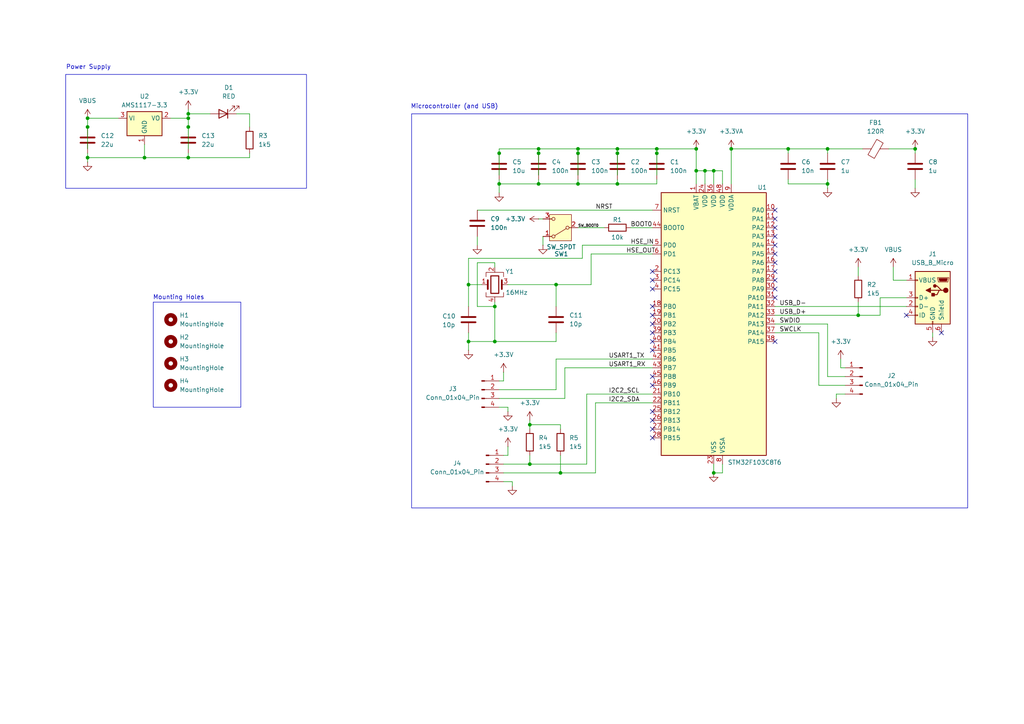
<source format=kicad_sch>
(kicad_sch
	(version 20250114)
	(generator "eeschema")
	(generator_version "9.0")
	(uuid "3fe7fe2e-ba95-4685-af74-9d84cf8efa50")
	(paper "A4")
	(lib_symbols
		(symbol "Connector:Conn_01x04_Pin"
			(pin_names
				(offset 1.016)
				(hide yes)
			)
			(exclude_from_sim no)
			(in_bom yes)
			(on_board yes)
			(property "Reference" "J"
				(at 0 5.08 0)
				(effects
					(font
						(size 1.27 1.27)
					)
				)
			)
			(property "Value" "Conn_01x04_Pin"
				(at 0 -7.62 0)
				(effects
					(font
						(size 1.27 1.27)
					)
				)
			)
			(property "Footprint" ""
				(at 0 0 0)
				(effects
					(font
						(size 1.27 1.27)
					)
					(hide yes)
				)
			)
			(property "Datasheet" "~"
				(at 0 0 0)
				(effects
					(font
						(size 1.27 1.27)
					)
					(hide yes)
				)
			)
			(property "Description" "Generic connector, single row, 01x04, script generated"
				(at 0 0 0)
				(effects
					(font
						(size 1.27 1.27)
					)
					(hide yes)
				)
			)
			(property "ki_locked" ""
				(at 0 0 0)
				(effects
					(font
						(size 1.27 1.27)
					)
				)
			)
			(property "ki_keywords" "connector"
				(at 0 0 0)
				(effects
					(font
						(size 1.27 1.27)
					)
					(hide yes)
				)
			)
			(property "ki_fp_filters" "Connector*:*_1x??_*"
				(at 0 0 0)
				(effects
					(font
						(size 1.27 1.27)
					)
					(hide yes)
				)
			)
			(symbol "Conn_01x04_Pin_1_1"
				(rectangle
					(start 0.8636 2.667)
					(end 0 2.413)
					(stroke
						(width 0.1524)
						(type default)
					)
					(fill
						(type outline)
					)
				)
				(rectangle
					(start 0.8636 0.127)
					(end 0 -0.127)
					(stroke
						(width 0.1524)
						(type default)
					)
					(fill
						(type outline)
					)
				)
				(rectangle
					(start 0.8636 -2.413)
					(end 0 -2.667)
					(stroke
						(width 0.1524)
						(type default)
					)
					(fill
						(type outline)
					)
				)
				(rectangle
					(start 0.8636 -4.953)
					(end 0 -5.207)
					(stroke
						(width 0.1524)
						(type default)
					)
					(fill
						(type outline)
					)
				)
				(polyline
					(pts
						(xy 1.27 2.54) (xy 0.8636 2.54)
					)
					(stroke
						(width 0.1524)
						(type default)
					)
					(fill
						(type none)
					)
				)
				(polyline
					(pts
						(xy 1.27 0) (xy 0.8636 0)
					)
					(stroke
						(width 0.1524)
						(type default)
					)
					(fill
						(type none)
					)
				)
				(polyline
					(pts
						(xy 1.27 -2.54) (xy 0.8636 -2.54)
					)
					(stroke
						(width 0.1524)
						(type default)
					)
					(fill
						(type none)
					)
				)
				(polyline
					(pts
						(xy 1.27 -5.08) (xy 0.8636 -5.08)
					)
					(stroke
						(width 0.1524)
						(type default)
					)
					(fill
						(type none)
					)
				)
				(pin passive line
					(at 5.08 2.54 180)
					(length 3.81)
					(name "Pin_1"
						(effects
							(font
								(size 1.27 1.27)
							)
						)
					)
					(number "1"
						(effects
							(font
								(size 1.27 1.27)
							)
						)
					)
				)
				(pin passive line
					(at 5.08 0 180)
					(length 3.81)
					(name "Pin_2"
						(effects
							(font
								(size 1.27 1.27)
							)
						)
					)
					(number "2"
						(effects
							(font
								(size 1.27 1.27)
							)
						)
					)
				)
				(pin passive line
					(at 5.08 -2.54 180)
					(length 3.81)
					(name "Pin_3"
						(effects
							(font
								(size 1.27 1.27)
							)
						)
					)
					(number "3"
						(effects
							(font
								(size 1.27 1.27)
							)
						)
					)
				)
				(pin passive line
					(at 5.08 -5.08 180)
					(length 3.81)
					(name "Pin_4"
						(effects
							(font
								(size 1.27 1.27)
							)
						)
					)
					(number "4"
						(effects
							(font
								(size 1.27 1.27)
							)
						)
					)
				)
			)
			(embedded_fonts no)
		)
		(symbol "Connector:USB_B_Micro"
			(pin_names
				(offset 1.016)
			)
			(exclude_from_sim no)
			(in_bom yes)
			(on_board yes)
			(property "Reference" "J"
				(at -5.08 11.43 0)
				(effects
					(font
						(size 1.27 1.27)
					)
					(justify left)
				)
			)
			(property "Value" "USB_B_Micro"
				(at -5.08 8.89 0)
				(effects
					(font
						(size 1.27 1.27)
					)
					(justify left)
				)
			)
			(property "Footprint" ""
				(at 3.81 -1.27 0)
				(effects
					(font
						(size 1.27 1.27)
					)
					(hide yes)
				)
			)
			(property "Datasheet" "~"
				(at 3.81 -1.27 0)
				(effects
					(font
						(size 1.27 1.27)
					)
					(hide yes)
				)
			)
			(property "Description" "USB Micro Type B connector"
				(at 0 0 0)
				(effects
					(font
						(size 1.27 1.27)
					)
					(hide yes)
				)
			)
			(property "ki_keywords" "connector USB micro"
				(at 0 0 0)
				(effects
					(font
						(size 1.27 1.27)
					)
					(hide yes)
				)
			)
			(property "ki_fp_filters" "USB*Micro*B*"
				(at 0 0 0)
				(effects
					(font
						(size 1.27 1.27)
					)
					(hide yes)
				)
			)
			(symbol "USB_B_Micro_0_1"
				(rectangle
					(start -5.08 -7.62)
					(end 5.08 7.62)
					(stroke
						(width 0.254)
						(type default)
					)
					(fill
						(type background)
					)
				)
				(polyline
					(pts
						(xy -4.699 5.842) (xy -4.699 5.588) (xy -4.445 4.826) (xy -4.445 4.572) (xy -1.651 4.572) (xy -1.651 4.826)
						(xy -1.397 5.588) (xy -1.397 5.842) (xy -4.699 5.842)
					)
					(stroke
						(width 0)
						(type default)
					)
					(fill
						(type none)
					)
				)
				(polyline
					(pts
						(xy -4.318 5.588) (xy -1.778 5.588) (xy -2.032 4.826) (xy -4.064 4.826) (xy -4.318 5.588)
					)
					(stroke
						(width 0)
						(type default)
					)
					(fill
						(type outline)
					)
				)
				(circle
					(center -3.81 2.159)
					(radius 0.635)
					(stroke
						(width 0.254)
						(type default)
					)
					(fill
						(type outline)
					)
				)
				(polyline
					(pts
						(xy -3.175 2.159) (xy -2.54 2.159) (xy -1.27 3.429) (xy -0.635 3.429)
					)
					(stroke
						(width 0.254)
						(type default)
					)
					(fill
						(type none)
					)
				)
				(polyline
					(pts
						(xy -2.54 2.159) (xy -1.905 2.159) (xy -1.27 0.889) (xy 0 0.889)
					)
					(stroke
						(width 0.254)
						(type default)
					)
					(fill
						(type none)
					)
				)
				(polyline
					(pts
						(xy -1.905 2.159) (xy 0.635 2.159)
					)
					(stroke
						(width 0.254)
						(type default)
					)
					(fill
						(type none)
					)
				)
				(circle
					(center -0.635 3.429)
					(radius 0.381)
					(stroke
						(width 0.254)
						(type default)
					)
					(fill
						(type outline)
					)
				)
				(rectangle
					(start -0.127 -7.62)
					(end 0.127 -6.858)
					(stroke
						(width 0)
						(type default)
					)
					(fill
						(type none)
					)
				)
				(rectangle
					(start 0.254 1.27)
					(end -0.508 0.508)
					(stroke
						(width 0.254)
						(type default)
					)
					(fill
						(type outline)
					)
				)
				(polyline
					(pts
						(xy 0.635 2.794) (xy 0.635 1.524) (xy 1.905 2.159) (xy 0.635 2.794)
					)
					(stroke
						(width 0.254)
						(type default)
					)
					(fill
						(type outline)
					)
				)
				(rectangle
					(start 5.08 4.953)
					(end 4.318 5.207)
					(stroke
						(width 0)
						(type default)
					)
					(fill
						(type none)
					)
				)
				(rectangle
					(start 5.08 -0.127)
					(end 4.318 0.127)
					(stroke
						(width 0)
						(type default)
					)
					(fill
						(type none)
					)
				)
				(rectangle
					(start 5.08 -2.667)
					(end 4.318 -2.413)
					(stroke
						(width 0)
						(type default)
					)
					(fill
						(type none)
					)
				)
				(rectangle
					(start 5.08 -5.207)
					(end 4.318 -4.953)
					(stroke
						(width 0)
						(type default)
					)
					(fill
						(type none)
					)
				)
			)
			(symbol "USB_B_Micro_1_1"
				(pin passive line
					(at -2.54 -10.16 90)
					(length 2.54)
					(name "Shield"
						(effects
							(font
								(size 1.27 1.27)
							)
						)
					)
					(number "6"
						(effects
							(font
								(size 1.27 1.27)
							)
						)
					)
				)
				(pin power_out line
					(at 0 -10.16 90)
					(length 2.54)
					(name "GND"
						(effects
							(font
								(size 1.27 1.27)
							)
						)
					)
					(number "5"
						(effects
							(font
								(size 1.27 1.27)
							)
						)
					)
				)
				(pin power_out line
					(at 7.62 5.08 180)
					(length 2.54)
					(name "VBUS"
						(effects
							(font
								(size 1.27 1.27)
							)
						)
					)
					(number "1"
						(effects
							(font
								(size 1.27 1.27)
							)
						)
					)
				)
				(pin bidirectional line
					(at 7.62 0 180)
					(length 2.54)
					(name "D+"
						(effects
							(font
								(size 1.27 1.27)
							)
						)
					)
					(number "3"
						(effects
							(font
								(size 1.27 1.27)
							)
						)
					)
				)
				(pin bidirectional line
					(at 7.62 -2.54 180)
					(length 2.54)
					(name "D-"
						(effects
							(font
								(size 1.27 1.27)
							)
						)
					)
					(number "2"
						(effects
							(font
								(size 1.27 1.27)
							)
						)
					)
				)
				(pin passive line
					(at 7.62 -5.08 180)
					(length 2.54)
					(name "ID"
						(effects
							(font
								(size 1.27 1.27)
							)
						)
					)
					(number "4"
						(effects
							(font
								(size 1.27 1.27)
							)
						)
					)
				)
			)
			(embedded_fonts no)
		)
		(symbol "Device:C"
			(pin_numbers
				(hide yes)
			)
			(pin_names
				(offset 0.254)
			)
			(exclude_from_sim no)
			(in_bom yes)
			(on_board yes)
			(property "Reference" "C"
				(at 0.635 2.54 0)
				(effects
					(font
						(size 1.27 1.27)
					)
					(justify left)
				)
			)
			(property "Value" "C"
				(at 0.635 -2.54 0)
				(effects
					(font
						(size 1.27 1.27)
					)
					(justify left)
				)
			)
			(property "Footprint" ""
				(at 0.9652 -3.81 0)
				(effects
					(font
						(size 1.27 1.27)
					)
					(hide yes)
				)
			)
			(property "Datasheet" "~"
				(at 0 0 0)
				(effects
					(font
						(size 1.27 1.27)
					)
					(hide yes)
				)
			)
			(property "Description" "Unpolarized capacitor"
				(at 0 0 0)
				(effects
					(font
						(size 1.27 1.27)
					)
					(hide yes)
				)
			)
			(property "ki_keywords" "cap capacitor"
				(at 0 0 0)
				(effects
					(font
						(size 1.27 1.27)
					)
					(hide yes)
				)
			)
			(property "ki_fp_filters" "C_*"
				(at 0 0 0)
				(effects
					(font
						(size 1.27 1.27)
					)
					(hide yes)
				)
			)
			(symbol "C_0_1"
				(polyline
					(pts
						(xy -2.032 0.762) (xy 2.032 0.762)
					)
					(stroke
						(width 0.508)
						(type default)
					)
					(fill
						(type none)
					)
				)
				(polyline
					(pts
						(xy -2.032 -0.762) (xy 2.032 -0.762)
					)
					(stroke
						(width 0.508)
						(type default)
					)
					(fill
						(type none)
					)
				)
			)
			(symbol "C_1_1"
				(pin passive line
					(at 0 3.81 270)
					(length 2.794)
					(name "~"
						(effects
							(font
								(size 1.27 1.27)
							)
						)
					)
					(number "1"
						(effects
							(font
								(size 1.27 1.27)
							)
						)
					)
				)
				(pin passive line
					(at 0 -3.81 90)
					(length 2.794)
					(name "~"
						(effects
							(font
								(size 1.27 1.27)
							)
						)
					)
					(number "2"
						(effects
							(font
								(size 1.27 1.27)
							)
						)
					)
				)
			)
			(embedded_fonts no)
		)
		(symbol "Device:Crystal_GND24"
			(pin_names
				(offset 1.016)
				(hide yes)
			)
			(exclude_from_sim no)
			(in_bom yes)
			(on_board yes)
			(property "Reference" "Y"
				(at 3.175 5.08 0)
				(effects
					(font
						(size 1.27 1.27)
					)
					(justify left)
				)
			)
			(property "Value" "Crystal_GND24"
				(at 3.175 3.175 0)
				(effects
					(font
						(size 1.27 1.27)
					)
					(justify left)
				)
			)
			(property "Footprint" ""
				(at 0 0 0)
				(effects
					(font
						(size 1.27 1.27)
					)
					(hide yes)
				)
			)
			(property "Datasheet" "~"
				(at 0 0 0)
				(effects
					(font
						(size 1.27 1.27)
					)
					(hide yes)
				)
			)
			(property "Description" "Four pin crystal, GND on pins 2 and 4"
				(at 0 0 0)
				(effects
					(font
						(size 1.27 1.27)
					)
					(hide yes)
				)
			)
			(property "ki_keywords" "quartz ceramic resonator oscillator"
				(at 0 0 0)
				(effects
					(font
						(size 1.27 1.27)
					)
					(hide yes)
				)
			)
			(property "ki_fp_filters" "Crystal*"
				(at 0 0 0)
				(effects
					(font
						(size 1.27 1.27)
					)
					(hide yes)
				)
			)
			(symbol "Crystal_GND24_0_1"
				(polyline
					(pts
						(xy -2.54 2.286) (xy -2.54 3.556) (xy 2.54 3.556) (xy 2.54 2.286)
					)
					(stroke
						(width 0)
						(type default)
					)
					(fill
						(type none)
					)
				)
				(polyline
					(pts
						(xy -2.54 0) (xy -2.032 0)
					)
					(stroke
						(width 0)
						(type default)
					)
					(fill
						(type none)
					)
				)
				(polyline
					(pts
						(xy -2.54 -2.286) (xy -2.54 -3.556) (xy 2.54 -3.556) (xy 2.54 -2.286)
					)
					(stroke
						(width 0)
						(type default)
					)
					(fill
						(type none)
					)
				)
				(polyline
					(pts
						(xy -2.032 -1.27) (xy -2.032 1.27)
					)
					(stroke
						(width 0.508)
						(type default)
					)
					(fill
						(type none)
					)
				)
				(rectangle
					(start -1.143 2.54)
					(end 1.143 -2.54)
					(stroke
						(width 0.3048)
						(type default)
					)
					(fill
						(type none)
					)
				)
				(polyline
					(pts
						(xy 0 3.556) (xy 0 3.81)
					)
					(stroke
						(width 0)
						(type default)
					)
					(fill
						(type none)
					)
				)
				(polyline
					(pts
						(xy 0 -3.81) (xy 0 -3.556)
					)
					(stroke
						(width 0)
						(type default)
					)
					(fill
						(type none)
					)
				)
				(polyline
					(pts
						(xy 2.032 0) (xy 2.54 0)
					)
					(stroke
						(width 0)
						(type default)
					)
					(fill
						(type none)
					)
				)
				(polyline
					(pts
						(xy 2.032 -1.27) (xy 2.032 1.27)
					)
					(stroke
						(width 0.508)
						(type default)
					)
					(fill
						(type none)
					)
				)
			)
			(symbol "Crystal_GND24_1_1"
				(pin passive line
					(at -3.81 0 0)
					(length 1.27)
					(name "1"
						(effects
							(font
								(size 1.27 1.27)
							)
						)
					)
					(number "1"
						(effects
							(font
								(size 1.27 1.27)
							)
						)
					)
				)
				(pin passive line
					(at 0 5.08 270)
					(length 1.27)
					(name "2"
						(effects
							(font
								(size 1.27 1.27)
							)
						)
					)
					(number "2"
						(effects
							(font
								(size 1.27 1.27)
							)
						)
					)
				)
				(pin passive line
					(at 0 -5.08 90)
					(length 1.27)
					(name "4"
						(effects
							(font
								(size 1.27 1.27)
							)
						)
					)
					(number "4"
						(effects
							(font
								(size 1.27 1.27)
							)
						)
					)
				)
				(pin passive line
					(at 3.81 0 180)
					(length 1.27)
					(name "3"
						(effects
							(font
								(size 1.27 1.27)
							)
						)
					)
					(number "3"
						(effects
							(font
								(size 1.27 1.27)
							)
						)
					)
				)
			)
			(embedded_fonts no)
		)
		(symbol "Device:FerriteBead"
			(pin_numbers
				(hide yes)
			)
			(pin_names
				(offset 0)
			)
			(exclude_from_sim no)
			(in_bom yes)
			(on_board yes)
			(property "Reference" "FB"
				(at -3.81 0.635 90)
				(effects
					(font
						(size 1.27 1.27)
					)
				)
			)
			(property "Value" "FerriteBead"
				(at 3.81 0 90)
				(effects
					(font
						(size 1.27 1.27)
					)
				)
			)
			(property "Footprint" ""
				(at -1.778 0 90)
				(effects
					(font
						(size 1.27 1.27)
					)
					(hide yes)
				)
			)
			(property "Datasheet" "~"
				(at 0 0 0)
				(effects
					(font
						(size 1.27 1.27)
					)
					(hide yes)
				)
			)
			(property "Description" "Ferrite bead"
				(at 0 0 0)
				(effects
					(font
						(size 1.27 1.27)
					)
					(hide yes)
				)
			)
			(property "ki_keywords" "L ferrite bead inductor filter"
				(at 0 0 0)
				(effects
					(font
						(size 1.27 1.27)
					)
					(hide yes)
				)
			)
			(property "ki_fp_filters" "Inductor_* L_* *Ferrite*"
				(at 0 0 0)
				(effects
					(font
						(size 1.27 1.27)
					)
					(hide yes)
				)
			)
			(symbol "FerriteBead_0_1"
				(polyline
					(pts
						(xy -2.7686 0.4064) (xy -1.7018 2.2606) (xy 2.7686 -0.3048) (xy 1.6764 -2.159) (xy -2.7686 0.4064)
					)
					(stroke
						(width 0)
						(type default)
					)
					(fill
						(type none)
					)
				)
				(polyline
					(pts
						(xy 0 1.27) (xy 0 1.2954)
					)
					(stroke
						(width 0)
						(type default)
					)
					(fill
						(type none)
					)
				)
				(polyline
					(pts
						(xy 0 -1.27) (xy 0 -1.2192)
					)
					(stroke
						(width 0)
						(type default)
					)
					(fill
						(type none)
					)
				)
			)
			(symbol "FerriteBead_1_1"
				(pin passive line
					(at 0 3.81 270)
					(length 2.54)
					(name "~"
						(effects
							(font
								(size 1.27 1.27)
							)
						)
					)
					(number "1"
						(effects
							(font
								(size 1.27 1.27)
							)
						)
					)
				)
				(pin passive line
					(at 0 -3.81 90)
					(length 2.54)
					(name "~"
						(effects
							(font
								(size 1.27 1.27)
							)
						)
					)
					(number "2"
						(effects
							(font
								(size 1.27 1.27)
							)
						)
					)
				)
			)
			(embedded_fonts no)
		)
		(symbol "Device:LED"
			(pin_numbers
				(hide yes)
			)
			(pin_names
				(offset 1.016)
				(hide yes)
			)
			(exclude_from_sim no)
			(in_bom yes)
			(on_board yes)
			(property "Reference" "D"
				(at 0 2.54 0)
				(effects
					(font
						(size 1.27 1.27)
					)
				)
			)
			(property "Value" "LED"
				(at 0 -2.54 0)
				(effects
					(font
						(size 1.27 1.27)
					)
				)
			)
			(property "Footprint" ""
				(at 0 0 0)
				(effects
					(font
						(size 1.27 1.27)
					)
					(hide yes)
				)
			)
			(property "Datasheet" "~"
				(at 0 0 0)
				(effects
					(font
						(size 1.27 1.27)
					)
					(hide yes)
				)
			)
			(property "Description" "Light emitting diode"
				(at 0 0 0)
				(effects
					(font
						(size 1.27 1.27)
					)
					(hide yes)
				)
			)
			(property "Sim.Pins" "1=K 2=A"
				(at 0 0 0)
				(effects
					(font
						(size 1.27 1.27)
					)
					(hide yes)
				)
			)
			(property "ki_keywords" "LED diode"
				(at 0 0 0)
				(effects
					(font
						(size 1.27 1.27)
					)
					(hide yes)
				)
			)
			(property "ki_fp_filters" "LED* LED_SMD:* LED_THT:*"
				(at 0 0 0)
				(effects
					(font
						(size 1.27 1.27)
					)
					(hide yes)
				)
			)
			(symbol "LED_0_1"
				(polyline
					(pts
						(xy -3.048 -0.762) (xy -4.572 -2.286) (xy -3.81 -2.286) (xy -4.572 -2.286) (xy -4.572 -1.524)
					)
					(stroke
						(width 0)
						(type default)
					)
					(fill
						(type none)
					)
				)
				(polyline
					(pts
						(xy -1.778 -0.762) (xy -3.302 -2.286) (xy -2.54 -2.286) (xy -3.302 -2.286) (xy -3.302 -1.524)
					)
					(stroke
						(width 0)
						(type default)
					)
					(fill
						(type none)
					)
				)
				(polyline
					(pts
						(xy -1.27 0) (xy 1.27 0)
					)
					(stroke
						(width 0)
						(type default)
					)
					(fill
						(type none)
					)
				)
				(polyline
					(pts
						(xy -1.27 -1.27) (xy -1.27 1.27)
					)
					(stroke
						(width 0.254)
						(type default)
					)
					(fill
						(type none)
					)
				)
				(polyline
					(pts
						(xy 1.27 -1.27) (xy 1.27 1.27) (xy -1.27 0) (xy 1.27 -1.27)
					)
					(stroke
						(width 0.254)
						(type default)
					)
					(fill
						(type none)
					)
				)
			)
			(symbol "LED_1_1"
				(pin passive line
					(at -3.81 0 0)
					(length 2.54)
					(name "K"
						(effects
							(font
								(size 1.27 1.27)
							)
						)
					)
					(number "1"
						(effects
							(font
								(size 1.27 1.27)
							)
						)
					)
				)
				(pin passive line
					(at 3.81 0 180)
					(length 2.54)
					(name "A"
						(effects
							(font
								(size 1.27 1.27)
							)
						)
					)
					(number "2"
						(effects
							(font
								(size 1.27 1.27)
							)
						)
					)
				)
			)
			(embedded_fonts no)
		)
		(symbol "Device:R"
			(pin_numbers
				(hide yes)
			)
			(pin_names
				(offset 0)
			)
			(exclude_from_sim no)
			(in_bom yes)
			(on_board yes)
			(property "Reference" "R"
				(at 2.032 0 90)
				(effects
					(font
						(size 1.27 1.27)
					)
				)
			)
			(property "Value" "R"
				(at 0 0 90)
				(effects
					(font
						(size 1.27 1.27)
					)
				)
			)
			(property "Footprint" ""
				(at -1.778 0 90)
				(effects
					(font
						(size 1.27 1.27)
					)
					(hide yes)
				)
			)
			(property "Datasheet" "~"
				(at 0 0 0)
				(effects
					(font
						(size 1.27 1.27)
					)
					(hide yes)
				)
			)
			(property "Description" "Resistor"
				(at 0 0 0)
				(effects
					(font
						(size 1.27 1.27)
					)
					(hide yes)
				)
			)
			(property "ki_keywords" "R res resistor"
				(at 0 0 0)
				(effects
					(font
						(size 1.27 1.27)
					)
					(hide yes)
				)
			)
			(property "ki_fp_filters" "R_*"
				(at 0 0 0)
				(effects
					(font
						(size 1.27 1.27)
					)
					(hide yes)
				)
			)
			(symbol "R_0_1"
				(rectangle
					(start -1.016 -2.54)
					(end 1.016 2.54)
					(stroke
						(width 0.254)
						(type default)
					)
					(fill
						(type none)
					)
				)
			)
			(symbol "R_1_1"
				(pin passive line
					(at 0 3.81 270)
					(length 1.27)
					(name "~"
						(effects
							(font
								(size 1.27 1.27)
							)
						)
					)
					(number "1"
						(effects
							(font
								(size 1.27 1.27)
							)
						)
					)
				)
				(pin passive line
					(at 0 -3.81 90)
					(length 1.27)
					(name "~"
						(effects
							(font
								(size 1.27 1.27)
							)
						)
					)
					(number "2"
						(effects
							(font
								(size 1.27 1.27)
							)
						)
					)
				)
			)
			(embedded_fonts no)
		)
		(symbol "MCU_ST_STM32F1:STM32F103C8Tx"
			(exclude_from_sim no)
			(in_bom yes)
			(on_board yes)
			(property "Reference" "U"
				(at -15.24 39.37 0)
				(effects
					(font
						(size 1.27 1.27)
					)
					(justify left)
				)
			)
			(property "Value" "STM32F103C8Tx"
				(at 7.62 39.37 0)
				(effects
					(font
						(size 1.27 1.27)
					)
					(justify left)
				)
			)
			(property "Footprint" "Package_QFP:LQFP-48_7x7mm_P0.5mm"
				(at -15.24 -38.1 0)
				(effects
					(font
						(size 1.27 1.27)
					)
					(justify right)
					(hide yes)
				)
			)
			(property "Datasheet" "https://www.st.com/resource/en/datasheet/stm32f103c8.pdf"
				(at 0 0 0)
				(effects
					(font
						(size 1.27 1.27)
					)
					(hide yes)
				)
			)
			(property "Description" "STMicroelectronics Arm Cortex-M3 MCU, 64KB flash, 20KB RAM, 72 MHz, 2.0-3.6V, 37 GPIO, LQFP48"
				(at 0 0 0)
				(effects
					(font
						(size 1.27 1.27)
					)
					(hide yes)
				)
			)
			(property "ki_keywords" "Arm Cortex-M3 STM32F1 STM32F103"
				(at 0 0 0)
				(effects
					(font
						(size 1.27 1.27)
					)
					(hide yes)
				)
			)
			(property "ki_fp_filters" "LQFP*7x7mm*P0.5mm*"
				(at 0 0 0)
				(effects
					(font
						(size 1.27 1.27)
					)
					(hide yes)
				)
			)
			(symbol "STM32F103C8Tx_0_1"
				(rectangle
					(start -15.24 -38.1)
					(end 15.24 38.1)
					(stroke
						(width 0.254)
						(type default)
					)
					(fill
						(type background)
					)
				)
			)
			(symbol "STM32F103C8Tx_1_1"
				(pin input line
					(at -17.78 33.02 0)
					(length 2.54)
					(name "NRST"
						(effects
							(font
								(size 1.27 1.27)
							)
						)
					)
					(number "7"
						(effects
							(font
								(size 1.27 1.27)
							)
						)
					)
				)
				(pin input line
					(at -17.78 27.94 0)
					(length 2.54)
					(name "BOOT0"
						(effects
							(font
								(size 1.27 1.27)
							)
						)
					)
					(number "44"
						(effects
							(font
								(size 1.27 1.27)
							)
						)
					)
				)
				(pin bidirectional line
					(at -17.78 22.86 0)
					(length 2.54)
					(name "PD0"
						(effects
							(font
								(size 1.27 1.27)
							)
						)
					)
					(number "5"
						(effects
							(font
								(size 1.27 1.27)
							)
						)
					)
					(alternate "RCC_OSC_IN" bidirectional line)
				)
				(pin bidirectional line
					(at -17.78 20.32 0)
					(length 2.54)
					(name "PD1"
						(effects
							(font
								(size 1.27 1.27)
							)
						)
					)
					(number "6"
						(effects
							(font
								(size 1.27 1.27)
							)
						)
					)
					(alternate "RCC_OSC_OUT" bidirectional line)
				)
				(pin bidirectional line
					(at -17.78 15.24 0)
					(length 2.54)
					(name "PC13"
						(effects
							(font
								(size 1.27 1.27)
							)
						)
					)
					(number "2"
						(effects
							(font
								(size 1.27 1.27)
							)
						)
					)
					(alternate "RTC_OUT" bidirectional line)
					(alternate "RTC_TAMPER" bidirectional line)
				)
				(pin bidirectional line
					(at -17.78 12.7 0)
					(length 2.54)
					(name "PC14"
						(effects
							(font
								(size 1.27 1.27)
							)
						)
					)
					(number "3"
						(effects
							(font
								(size 1.27 1.27)
							)
						)
					)
					(alternate "RCC_OSC32_IN" bidirectional line)
				)
				(pin bidirectional line
					(at -17.78 10.16 0)
					(length 2.54)
					(name "PC15"
						(effects
							(font
								(size 1.27 1.27)
							)
						)
					)
					(number "4"
						(effects
							(font
								(size 1.27 1.27)
							)
						)
					)
					(alternate "ADC1_EXTI15" bidirectional line)
					(alternate "ADC2_EXTI15" bidirectional line)
					(alternate "RCC_OSC32_OUT" bidirectional line)
				)
				(pin bidirectional line
					(at -17.78 5.08 0)
					(length 2.54)
					(name "PB0"
						(effects
							(font
								(size 1.27 1.27)
							)
						)
					)
					(number "18"
						(effects
							(font
								(size 1.27 1.27)
							)
						)
					)
					(alternate "ADC1_IN8" bidirectional line)
					(alternate "ADC2_IN8" bidirectional line)
					(alternate "TIM1_CH2N" bidirectional line)
					(alternate "TIM3_CH3" bidirectional line)
				)
				(pin bidirectional line
					(at -17.78 2.54 0)
					(length 2.54)
					(name "PB1"
						(effects
							(font
								(size 1.27 1.27)
							)
						)
					)
					(number "19"
						(effects
							(font
								(size 1.27 1.27)
							)
						)
					)
					(alternate "ADC1_IN9" bidirectional line)
					(alternate "ADC2_IN9" bidirectional line)
					(alternate "TIM1_CH3N" bidirectional line)
					(alternate "TIM3_CH4" bidirectional line)
				)
				(pin bidirectional line
					(at -17.78 0 0)
					(length 2.54)
					(name "PB2"
						(effects
							(font
								(size 1.27 1.27)
							)
						)
					)
					(number "20"
						(effects
							(font
								(size 1.27 1.27)
							)
						)
					)
				)
				(pin bidirectional line
					(at -17.78 -2.54 0)
					(length 2.54)
					(name "PB3"
						(effects
							(font
								(size 1.27 1.27)
							)
						)
					)
					(number "39"
						(effects
							(font
								(size 1.27 1.27)
							)
						)
					)
					(alternate "SPI1_SCK" bidirectional line)
					(alternate "SYS_JTDO-TRACESWO" bidirectional line)
					(alternate "TIM2_CH2" bidirectional line)
				)
				(pin bidirectional line
					(at -17.78 -5.08 0)
					(length 2.54)
					(name "PB4"
						(effects
							(font
								(size 1.27 1.27)
							)
						)
					)
					(number "40"
						(effects
							(font
								(size 1.27 1.27)
							)
						)
					)
					(alternate "SPI1_MISO" bidirectional line)
					(alternate "SYS_NJTRST" bidirectional line)
					(alternate "TIM3_CH1" bidirectional line)
				)
				(pin bidirectional line
					(at -17.78 -7.62 0)
					(length 2.54)
					(name "PB5"
						(effects
							(font
								(size 1.27 1.27)
							)
						)
					)
					(number "41"
						(effects
							(font
								(size 1.27 1.27)
							)
						)
					)
					(alternate "I2C1_SMBA" bidirectional line)
					(alternate "SPI1_MOSI" bidirectional line)
					(alternate "TIM3_CH2" bidirectional line)
				)
				(pin bidirectional line
					(at -17.78 -10.16 0)
					(length 2.54)
					(name "PB6"
						(effects
							(font
								(size 1.27 1.27)
							)
						)
					)
					(number "42"
						(effects
							(font
								(size 1.27 1.27)
							)
						)
					)
					(alternate "I2C1_SCL" bidirectional line)
					(alternate "TIM4_CH1" bidirectional line)
					(alternate "USART1_TX" bidirectional line)
				)
				(pin bidirectional line
					(at -17.78 -12.7 0)
					(length 2.54)
					(name "PB7"
						(effects
							(font
								(size 1.27 1.27)
							)
						)
					)
					(number "43"
						(effects
							(font
								(size 1.27 1.27)
							)
						)
					)
					(alternate "I2C1_SDA" bidirectional line)
					(alternate "TIM4_CH2" bidirectional line)
					(alternate "USART1_RX" bidirectional line)
				)
				(pin bidirectional line
					(at -17.78 -15.24 0)
					(length 2.54)
					(name "PB8"
						(effects
							(font
								(size 1.27 1.27)
							)
						)
					)
					(number "45"
						(effects
							(font
								(size 1.27 1.27)
							)
						)
					)
					(alternate "CAN_RX" bidirectional line)
					(alternate "I2C1_SCL" bidirectional line)
					(alternate "TIM4_CH3" bidirectional line)
				)
				(pin bidirectional line
					(at -17.78 -17.78 0)
					(length 2.54)
					(name "PB9"
						(effects
							(font
								(size 1.27 1.27)
							)
						)
					)
					(number "46"
						(effects
							(font
								(size 1.27 1.27)
							)
						)
					)
					(alternate "CAN_TX" bidirectional line)
					(alternate "I2C1_SDA" bidirectional line)
					(alternate "TIM4_CH4" bidirectional line)
				)
				(pin bidirectional line
					(at -17.78 -20.32 0)
					(length 2.54)
					(name "PB10"
						(effects
							(font
								(size 1.27 1.27)
							)
						)
					)
					(number "21"
						(effects
							(font
								(size 1.27 1.27)
							)
						)
					)
					(alternate "I2C2_SCL" bidirectional line)
					(alternate "TIM2_CH3" bidirectional line)
					(alternate "USART3_TX" bidirectional line)
				)
				(pin bidirectional line
					(at -17.78 -22.86 0)
					(length 2.54)
					(name "PB11"
						(effects
							(font
								(size 1.27 1.27)
							)
						)
					)
					(number "22"
						(effects
							(font
								(size 1.27 1.27)
							)
						)
					)
					(alternate "ADC1_EXTI11" bidirectional line)
					(alternate "ADC2_EXTI11" bidirectional line)
					(alternate "I2C2_SDA" bidirectional line)
					(alternate "TIM2_CH4" bidirectional line)
					(alternate "USART3_RX" bidirectional line)
				)
				(pin bidirectional line
					(at -17.78 -25.4 0)
					(length 2.54)
					(name "PB12"
						(effects
							(font
								(size 1.27 1.27)
							)
						)
					)
					(number "25"
						(effects
							(font
								(size 1.27 1.27)
							)
						)
					)
					(alternate "I2C2_SMBA" bidirectional line)
					(alternate "SPI2_NSS" bidirectional line)
					(alternate "TIM1_BKIN" bidirectional line)
					(alternate "USART3_CK" bidirectional line)
				)
				(pin bidirectional line
					(at -17.78 -27.94 0)
					(length 2.54)
					(name "PB13"
						(effects
							(font
								(size 1.27 1.27)
							)
						)
					)
					(number "26"
						(effects
							(font
								(size 1.27 1.27)
							)
						)
					)
					(alternate "SPI2_SCK" bidirectional line)
					(alternate "TIM1_CH1N" bidirectional line)
					(alternate "USART3_CTS" bidirectional line)
				)
				(pin bidirectional line
					(at -17.78 -30.48 0)
					(length 2.54)
					(name "PB14"
						(effects
							(font
								(size 1.27 1.27)
							)
						)
					)
					(number "27"
						(effects
							(font
								(size 1.27 1.27)
							)
						)
					)
					(alternate "SPI2_MISO" bidirectional line)
					(alternate "TIM1_CH2N" bidirectional line)
					(alternate "USART3_RTS" bidirectional line)
				)
				(pin bidirectional line
					(at -17.78 -33.02 0)
					(length 2.54)
					(name "PB15"
						(effects
							(font
								(size 1.27 1.27)
							)
						)
					)
					(number "28"
						(effects
							(font
								(size 1.27 1.27)
							)
						)
					)
					(alternate "ADC1_EXTI15" bidirectional line)
					(alternate "ADC2_EXTI15" bidirectional line)
					(alternate "SPI2_MOSI" bidirectional line)
					(alternate "TIM1_CH3N" bidirectional line)
				)
				(pin power_in line
					(at -5.08 40.64 270)
					(length 2.54)
					(name "VBAT"
						(effects
							(font
								(size 1.27 1.27)
							)
						)
					)
					(number "1"
						(effects
							(font
								(size 1.27 1.27)
							)
						)
					)
				)
				(pin power_in line
					(at -2.54 40.64 270)
					(length 2.54)
					(name "VDD"
						(effects
							(font
								(size 1.27 1.27)
							)
						)
					)
					(number "24"
						(effects
							(font
								(size 1.27 1.27)
							)
						)
					)
				)
				(pin power_in line
					(at 0 40.64 270)
					(length 2.54)
					(name "VDD"
						(effects
							(font
								(size 1.27 1.27)
							)
						)
					)
					(number "36"
						(effects
							(font
								(size 1.27 1.27)
							)
						)
					)
				)
				(pin power_in line
					(at 0 -40.64 90)
					(length 2.54)
					(name "VSS"
						(effects
							(font
								(size 1.27 1.27)
							)
						)
					)
					(number "23"
						(effects
							(font
								(size 1.27 1.27)
							)
						)
					)
				)
				(pin passive line
					(at 0 -40.64 90)
					(length 2.54)
					(hide yes)
					(name "VSS"
						(effects
							(font
								(size 1.27 1.27)
							)
						)
					)
					(number "35"
						(effects
							(font
								(size 1.27 1.27)
							)
						)
					)
				)
				(pin passive line
					(at 0 -40.64 90)
					(length 2.54)
					(hide yes)
					(name "VSS"
						(effects
							(font
								(size 1.27 1.27)
							)
						)
					)
					(number "47"
						(effects
							(font
								(size 1.27 1.27)
							)
						)
					)
				)
				(pin power_in line
					(at 2.54 40.64 270)
					(length 2.54)
					(name "VDD"
						(effects
							(font
								(size 1.27 1.27)
							)
						)
					)
					(number "48"
						(effects
							(font
								(size 1.27 1.27)
							)
						)
					)
				)
				(pin power_in line
					(at 2.54 -40.64 90)
					(length 2.54)
					(name "VSSA"
						(effects
							(font
								(size 1.27 1.27)
							)
						)
					)
					(number "8"
						(effects
							(font
								(size 1.27 1.27)
							)
						)
					)
				)
				(pin power_in line
					(at 5.08 40.64 270)
					(length 2.54)
					(name "VDDA"
						(effects
							(font
								(size 1.27 1.27)
							)
						)
					)
					(number "9"
						(effects
							(font
								(size 1.27 1.27)
							)
						)
					)
				)
				(pin bidirectional line
					(at 17.78 33.02 180)
					(length 2.54)
					(name "PA0"
						(effects
							(font
								(size 1.27 1.27)
							)
						)
					)
					(number "10"
						(effects
							(font
								(size 1.27 1.27)
							)
						)
					)
					(alternate "ADC1_IN0" bidirectional line)
					(alternate "ADC2_IN0" bidirectional line)
					(alternate "SYS_WKUP" bidirectional line)
					(alternate "TIM2_CH1" bidirectional line)
					(alternate "TIM2_ETR" bidirectional line)
					(alternate "USART2_CTS" bidirectional line)
				)
				(pin bidirectional line
					(at 17.78 30.48 180)
					(length 2.54)
					(name "PA1"
						(effects
							(font
								(size 1.27 1.27)
							)
						)
					)
					(number "11"
						(effects
							(font
								(size 1.27 1.27)
							)
						)
					)
					(alternate "ADC1_IN1" bidirectional line)
					(alternate "ADC2_IN1" bidirectional line)
					(alternate "TIM2_CH2" bidirectional line)
					(alternate "USART2_RTS" bidirectional line)
				)
				(pin bidirectional line
					(at 17.78 27.94 180)
					(length 2.54)
					(name "PA2"
						(effects
							(font
								(size 1.27 1.27)
							)
						)
					)
					(number "12"
						(effects
							(font
								(size 1.27 1.27)
							)
						)
					)
					(alternate "ADC1_IN2" bidirectional line)
					(alternate "ADC2_IN2" bidirectional line)
					(alternate "TIM2_CH3" bidirectional line)
					(alternate "USART2_TX" bidirectional line)
				)
				(pin bidirectional line
					(at 17.78 25.4 180)
					(length 2.54)
					(name "PA3"
						(effects
							(font
								(size 1.27 1.27)
							)
						)
					)
					(number "13"
						(effects
							(font
								(size 1.27 1.27)
							)
						)
					)
					(alternate "ADC1_IN3" bidirectional line)
					(alternate "ADC2_IN3" bidirectional line)
					(alternate "TIM2_CH4" bidirectional line)
					(alternate "USART2_RX" bidirectional line)
				)
				(pin bidirectional line
					(at 17.78 22.86 180)
					(length 2.54)
					(name "PA4"
						(effects
							(font
								(size 1.27 1.27)
							)
						)
					)
					(number "14"
						(effects
							(font
								(size 1.27 1.27)
							)
						)
					)
					(alternate "ADC1_IN4" bidirectional line)
					(alternate "ADC2_IN4" bidirectional line)
					(alternate "SPI1_NSS" bidirectional line)
					(alternate "USART2_CK" bidirectional line)
				)
				(pin bidirectional line
					(at 17.78 20.32 180)
					(length 2.54)
					(name "PA5"
						(effects
							(font
								(size 1.27 1.27)
							)
						)
					)
					(number "15"
						(effects
							(font
								(size 1.27 1.27)
							)
						)
					)
					(alternate "ADC1_IN5" bidirectional line)
					(alternate "ADC2_IN5" bidirectional line)
					(alternate "SPI1_SCK" bidirectional line)
				)
				(pin bidirectional line
					(at 17.78 17.78 180)
					(length 2.54)
					(name "PA6"
						(effects
							(font
								(size 1.27 1.27)
							)
						)
					)
					(number "16"
						(effects
							(font
								(size 1.27 1.27)
							)
						)
					)
					(alternate "ADC1_IN6" bidirectional line)
					(alternate "ADC2_IN6" bidirectional line)
					(alternate "SPI1_MISO" bidirectional line)
					(alternate "TIM1_BKIN" bidirectional line)
					(alternate "TIM3_CH1" bidirectional line)
				)
				(pin bidirectional line
					(at 17.78 15.24 180)
					(length 2.54)
					(name "PA7"
						(effects
							(font
								(size 1.27 1.27)
							)
						)
					)
					(number "17"
						(effects
							(font
								(size 1.27 1.27)
							)
						)
					)
					(alternate "ADC1_IN7" bidirectional line)
					(alternate "ADC2_IN7" bidirectional line)
					(alternate "SPI1_MOSI" bidirectional line)
					(alternate "TIM1_CH1N" bidirectional line)
					(alternate "TIM3_CH2" bidirectional line)
				)
				(pin bidirectional line
					(at 17.78 12.7 180)
					(length 2.54)
					(name "PA8"
						(effects
							(font
								(size 1.27 1.27)
							)
						)
					)
					(number "29"
						(effects
							(font
								(size 1.27 1.27)
							)
						)
					)
					(alternate "RCC_MCO" bidirectional line)
					(alternate "TIM1_CH1" bidirectional line)
					(alternate "USART1_CK" bidirectional line)
				)
				(pin bidirectional line
					(at 17.78 10.16 180)
					(length 2.54)
					(name "PA9"
						(effects
							(font
								(size 1.27 1.27)
							)
						)
					)
					(number "30"
						(effects
							(font
								(size 1.27 1.27)
							)
						)
					)
					(alternate "TIM1_CH2" bidirectional line)
					(alternate "USART1_TX" bidirectional line)
				)
				(pin bidirectional line
					(at 17.78 7.62 180)
					(length 2.54)
					(name "PA10"
						(effects
							(font
								(size 1.27 1.27)
							)
						)
					)
					(number "31"
						(effects
							(font
								(size 1.27 1.27)
							)
						)
					)
					(alternate "TIM1_CH3" bidirectional line)
					(alternate "USART1_RX" bidirectional line)
				)
				(pin bidirectional line
					(at 17.78 5.08 180)
					(length 2.54)
					(name "PA11"
						(effects
							(font
								(size 1.27 1.27)
							)
						)
					)
					(number "32"
						(effects
							(font
								(size 1.27 1.27)
							)
						)
					)
					(alternate "ADC1_EXTI11" bidirectional line)
					(alternate "ADC2_EXTI11" bidirectional line)
					(alternate "CAN_RX" bidirectional line)
					(alternate "TIM1_CH4" bidirectional line)
					(alternate "USART1_CTS" bidirectional line)
					(alternate "USB_DM" bidirectional line)
				)
				(pin bidirectional line
					(at 17.78 2.54 180)
					(length 2.54)
					(name "PA12"
						(effects
							(font
								(size 1.27 1.27)
							)
						)
					)
					(number "33"
						(effects
							(font
								(size 1.27 1.27)
							)
						)
					)
					(alternate "CAN_TX" bidirectional line)
					(alternate "TIM1_ETR" bidirectional line)
					(alternate "USART1_RTS" bidirectional line)
					(alternate "USB_DP" bidirectional line)
				)
				(pin bidirectional line
					(at 17.78 0 180)
					(length 2.54)
					(name "PA13"
						(effects
							(font
								(size 1.27 1.27)
							)
						)
					)
					(number "34"
						(effects
							(font
								(size 1.27 1.27)
							)
						)
					)
					(alternate "SYS_JTMS-SWDIO" bidirectional line)
				)
				(pin bidirectional line
					(at 17.78 -2.54 180)
					(length 2.54)
					(name "PA14"
						(effects
							(font
								(size 1.27 1.27)
							)
						)
					)
					(number "37"
						(effects
							(font
								(size 1.27 1.27)
							)
						)
					)
					(alternate "SYS_JTCK-SWCLK" bidirectional line)
				)
				(pin bidirectional line
					(at 17.78 -5.08 180)
					(length 2.54)
					(name "PA15"
						(effects
							(font
								(size 1.27 1.27)
							)
						)
					)
					(number "38"
						(effects
							(font
								(size 1.27 1.27)
							)
						)
					)
					(alternate "ADC1_EXTI15" bidirectional line)
					(alternate "ADC2_EXTI15" bidirectional line)
					(alternate "SPI1_NSS" bidirectional line)
					(alternate "SYS_JTDI" bidirectional line)
					(alternate "TIM2_CH1" bidirectional line)
					(alternate "TIM2_ETR" bidirectional line)
				)
			)
			(embedded_fonts no)
		)
		(symbol "Mechanical:MountingHole"
			(pin_names
				(offset 1.016)
			)
			(exclude_from_sim no)
			(in_bom no)
			(on_board yes)
			(property "Reference" "H"
				(at 0 5.08 0)
				(effects
					(font
						(size 1.27 1.27)
					)
				)
			)
			(property "Value" "MountingHole"
				(at 0 3.175 0)
				(effects
					(font
						(size 1.27 1.27)
					)
				)
			)
			(property "Footprint" ""
				(at 0 0 0)
				(effects
					(font
						(size 1.27 1.27)
					)
					(hide yes)
				)
			)
			(property "Datasheet" "~"
				(at 0 0 0)
				(effects
					(font
						(size 1.27 1.27)
					)
					(hide yes)
				)
			)
			(property "Description" "Mounting Hole without connection"
				(at 0 0 0)
				(effects
					(font
						(size 1.27 1.27)
					)
					(hide yes)
				)
			)
			(property "ki_keywords" "mounting hole"
				(at 0 0 0)
				(effects
					(font
						(size 1.27 1.27)
					)
					(hide yes)
				)
			)
			(property "ki_fp_filters" "MountingHole*"
				(at 0 0 0)
				(effects
					(font
						(size 1.27 1.27)
					)
					(hide yes)
				)
			)
			(symbol "MountingHole_0_1"
				(circle
					(center 0 0)
					(radius 1.27)
					(stroke
						(width 1.27)
						(type default)
					)
					(fill
						(type none)
					)
				)
			)
			(embedded_fonts no)
		)
		(symbol "Regulator_Linear:AMS1117-3.3"
			(exclude_from_sim no)
			(in_bom yes)
			(on_board yes)
			(property "Reference" "U"
				(at -3.81 3.175 0)
				(effects
					(font
						(size 1.27 1.27)
					)
				)
			)
			(property "Value" "AMS1117-3.3"
				(at 0 3.175 0)
				(effects
					(font
						(size 1.27 1.27)
					)
					(justify left)
				)
			)
			(property "Footprint" "Package_TO_SOT_SMD:SOT-223-3_TabPin2"
				(at 0 5.08 0)
				(effects
					(font
						(size 1.27 1.27)
					)
					(hide yes)
				)
			)
			(property "Datasheet" "http://www.advanced-monolithic.com/pdf/ds1117.pdf"
				(at 2.54 -6.35 0)
				(effects
					(font
						(size 1.27 1.27)
					)
					(hide yes)
				)
			)
			(property "Description" "1A Low Dropout regulator, positive, 3.3V fixed output, SOT-223"
				(at 0 0 0)
				(effects
					(font
						(size 1.27 1.27)
					)
					(hide yes)
				)
			)
			(property "ki_keywords" "linear regulator ldo fixed positive"
				(at 0 0 0)
				(effects
					(font
						(size 1.27 1.27)
					)
					(hide yes)
				)
			)
			(property "ki_fp_filters" "SOT?223*TabPin2*"
				(at 0 0 0)
				(effects
					(font
						(size 1.27 1.27)
					)
					(hide yes)
				)
			)
			(symbol "AMS1117-3.3_0_1"
				(rectangle
					(start -5.08 -5.08)
					(end 5.08 1.905)
					(stroke
						(width 0.254)
						(type default)
					)
					(fill
						(type background)
					)
				)
			)
			(symbol "AMS1117-3.3_1_1"
				(pin power_in line
					(at -7.62 0 0)
					(length 2.54)
					(name "VI"
						(effects
							(font
								(size 1.27 1.27)
							)
						)
					)
					(number "3"
						(effects
							(font
								(size 1.27 1.27)
							)
						)
					)
				)
				(pin power_in line
					(at 0 -7.62 90)
					(length 2.54)
					(name "GND"
						(effects
							(font
								(size 1.27 1.27)
							)
						)
					)
					(number "1"
						(effects
							(font
								(size 1.27 1.27)
							)
						)
					)
				)
				(pin power_out line
					(at 7.62 0 180)
					(length 2.54)
					(name "VO"
						(effects
							(font
								(size 1.27 1.27)
							)
						)
					)
					(number "2"
						(effects
							(font
								(size 1.27 1.27)
							)
						)
					)
				)
			)
			(embedded_fonts no)
		)
		(symbol "Switch:SW_SPDT"
			(pin_names
				(offset 0)
				(hide yes)
			)
			(exclude_from_sim no)
			(in_bom yes)
			(on_board yes)
			(property "Reference" "SW"
				(at 0 5.08 0)
				(effects
					(font
						(size 1.27 1.27)
					)
				)
			)
			(property "Value" "SW_SPDT"
				(at 0 -5.08 0)
				(effects
					(font
						(size 1.27 1.27)
					)
				)
			)
			(property "Footprint" ""
				(at 0 0 0)
				(effects
					(font
						(size 1.27 1.27)
					)
					(hide yes)
				)
			)
			(property "Datasheet" "~"
				(at 0 -7.62 0)
				(effects
					(font
						(size 1.27 1.27)
					)
					(hide yes)
				)
			)
			(property "Description" "Switch, single pole double throw"
				(at 0 0 0)
				(effects
					(font
						(size 1.27 1.27)
					)
					(hide yes)
				)
			)
			(property "ki_keywords" "switch single-pole double-throw spdt ON-ON"
				(at 0 0 0)
				(effects
					(font
						(size 1.27 1.27)
					)
					(hide yes)
				)
			)
			(symbol "SW_SPDT_0_1"
				(circle
					(center -2.032 0)
					(radius 0.4572)
					(stroke
						(width 0)
						(type default)
					)
					(fill
						(type none)
					)
				)
				(polyline
					(pts
						(xy -1.651 0.254) (xy 1.651 2.286)
					)
					(stroke
						(width 0)
						(type default)
					)
					(fill
						(type none)
					)
				)
				(circle
					(center 2.032 2.54)
					(radius 0.4572)
					(stroke
						(width 0)
						(type default)
					)
					(fill
						(type none)
					)
				)
				(circle
					(center 2.032 -2.54)
					(radius 0.4572)
					(stroke
						(width 0)
						(type default)
					)
					(fill
						(type none)
					)
				)
			)
			(symbol "SW_SPDT_1_1"
				(rectangle
					(start -3.175 3.81)
					(end 3.175 -3.81)
					(stroke
						(width 0)
						(type default)
					)
					(fill
						(type background)
					)
				)
				(pin passive line
					(at -5.08 0 0)
					(length 2.54)
					(name "B"
						(effects
							(font
								(size 1.27 1.27)
							)
						)
					)
					(number "2"
						(effects
							(font
								(size 1.27 1.27)
							)
						)
					)
				)
				(pin passive line
					(at 5.08 2.54 180)
					(length 2.54)
					(name "A"
						(effects
							(font
								(size 1.27 1.27)
							)
						)
					)
					(number "1"
						(effects
							(font
								(size 1.27 1.27)
							)
						)
					)
				)
				(pin passive line
					(at 5.08 -2.54 180)
					(length 2.54)
					(name "C"
						(effects
							(font
								(size 1.27 1.27)
							)
						)
					)
					(number "3"
						(effects
							(font
								(size 1.27 1.27)
							)
						)
					)
				)
			)
			(embedded_fonts no)
		)
		(symbol "power:+3.3V"
			(power)
			(pin_numbers
				(hide yes)
			)
			(pin_names
				(offset 0)
				(hide yes)
			)
			(exclude_from_sim no)
			(in_bom yes)
			(on_board yes)
			(property "Reference" "#PWR"
				(at 0 -3.81 0)
				(effects
					(font
						(size 1.27 1.27)
					)
					(hide yes)
				)
			)
			(property "Value" "+3.3V"
				(at 0 3.556 0)
				(effects
					(font
						(size 1.27 1.27)
					)
				)
			)
			(property "Footprint" ""
				(at 0 0 0)
				(effects
					(font
						(size 1.27 1.27)
					)
					(hide yes)
				)
			)
			(property "Datasheet" ""
				(at 0 0 0)
				(effects
					(font
						(size 1.27 1.27)
					)
					(hide yes)
				)
			)
			(property "Description" "Power symbol creates a global label with name \"+3.3V\""
				(at 0 0 0)
				(effects
					(font
						(size 1.27 1.27)
					)
					(hide yes)
				)
			)
			(property "ki_keywords" "global power"
				(at 0 0 0)
				(effects
					(font
						(size 1.27 1.27)
					)
					(hide yes)
				)
			)
			(symbol "+3.3V_0_1"
				(polyline
					(pts
						(xy -0.762 1.27) (xy 0 2.54)
					)
					(stroke
						(width 0)
						(type default)
					)
					(fill
						(type none)
					)
				)
				(polyline
					(pts
						(xy 0 2.54) (xy 0.762 1.27)
					)
					(stroke
						(width 0)
						(type default)
					)
					(fill
						(type none)
					)
				)
				(polyline
					(pts
						(xy 0 0) (xy 0 2.54)
					)
					(stroke
						(width 0)
						(type default)
					)
					(fill
						(type none)
					)
				)
			)
			(symbol "+3.3V_1_1"
				(pin power_in line
					(at 0 0 90)
					(length 0)
					(name "~"
						(effects
							(font
								(size 1.27 1.27)
							)
						)
					)
					(number "1"
						(effects
							(font
								(size 1.27 1.27)
							)
						)
					)
				)
			)
			(embedded_fonts no)
		)
		(symbol "power:+3.3VA"
			(power)
			(pin_numbers
				(hide yes)
			)
			(pin_names
				(offset 0)
				(hide yes)
			)
			(exclude_from_sim no)
			(in_bom yes)
			(on_board yes)
			(property "Reference" "#PWR"
				(at 0 -3.81 0)
				(effects
					(font
						(size 1.27 1.27)
					)
					(hide yes)
				)
			)
			(property "Value" "+3.3VA"
				(at 0 3.556 0)
				(effects
					(font
						(size 1.27 1.27)
					)
				)
			)
			(property "Footprint" ""
				(at 0 0 0)
				(effects
					(font
						(size 1.27 1.27)
					)
					(hide yes)
				)
			)
			(property "Datasheet" ""
				(at 0 0 0)
				(effects
					(font
						(size 1.27 1.27)
					)
					(hide yes)
				)
			)
			(property "Description" "Power symbol creates a global label with name \"+3.3VA\""
				(at 0 0 0)
				(effects
					(font
						(size 1.27 1.27)
					)
					(hide yes)
				)
			)
			(property "ki_keywords" "global power"
				(at 0 0 0)
				(effects
					(font
						(size 1.27 1.27)
					)
					(hide yes)
				)
			)
			(symbol "+3.3VA_0_1"
				(polyline
					(pts
						(xy -0.762 1.27) (xy 0 2.54)
					)
					(stroke
						(width 0)
						(type default)
					)
					(fill
						(type none)
					)
				)
				(polyline
					(pts
						(xy 0 2.54) (xy 0.762 1.27)
					)
					(stroke
						(width 0)
						(type default)
					)
					(fill
						(type none)
					)
				)
				(polyline
					(pts
						(xy 0 0) (xy 0 2.54)
					)
					(stroke
						(width 0)
						(type default)
					)
					(fill
						(type none)
					)
				)
			)
			(symbol "+3.3VA_1_1"
				(pin power_in line
					(at 0 0 90)
					(length 0)
					(name "~"
						(effects
							(font
								(size 1.27 1.27)
							)
						)
					)
					(number "1"
						(effects
							(font
								(size 1.27 1.27)
							)
						)
					)
				)
			)
			(embedded_fonts no)
		)
		(symbol "power:GND"
			(power)
			(pin_numbers
				(hide yes)
			)
			(pin_names
				(offset 0)
				(hide yes)
			)
			(exclude_from_sim no)
			(in_bom yes)
			(on_board yes)
			(property "Reference" "#PWR"
				(at 0 -6.35 0)
				(effects
					(font
						(size 1.27 1.27)
					)
					(hide yes)
				)
			)
			(property "Value" "GND"
				(at 0 -3.81 0)
				(effects
					(font
						(size 1.27 1.27)
					)
				)
			)
			(property "Footprint" ""
				(at 0 0 0)
				(effects
					(font
						(size 1.27 1.27)
					)
					(hide yes)
				)
			)
			(property "Datasheet" ""
				(at 0 0 0)
				(effects
					(font
						(size 1.27 1.27)
					)
					(hide yes)
				)
			)
			(property "Description" "Power symbol creates a global label with name \"GND\" , ground"
				(at 0 0 0)
				(effects
					(font
						(size 1.27 1.27)
					)
					(hide yes)
				)
			)
			(property "ki_keywords" "global power"
				(at 0 0 0)
				(effects
					(font
						(size 1.27 1.27)
					)
					(hide yes)
				)
			)
			(symbol "GND_0_1"
				(polyline
					(pts
						(xy 0 0) (xy 0 -1.27) (xy 1.27 -1.27) (xy 0 -2.54) (xy -1.27 -1.27) (xy 0 -1.27)
					)
					(stroke
						(width 0)
						(type default)
					)
					(fill
						(type none)
					)
				)
			)
			(symbol "GND_1_1"
				(pin power_in line
					(at 0 0 270)
					(length 0)
					(name "~"
						(effects
							(font
								(size 1.27 1.27)
							)
						)
					)
					(number "1"
						(effects
							(font
								(size 1.27 1.27)
							)
						)
					)
				)
			)
			(embedded_fonts no)
		)
		(symbol "power:VBUS"
			(power)
			(pin_numbers
				(hide yes)
			)
			(pin_names
				(offset 0)
				(hide yes)
			)
			(exclude_from_sim no)
			(in_bom yes)
			(on_board yes)
			(property "Reference" "#PWR"
				(at 0 -3.81 0)
				(effects
					(font
						(size 1.27 1.27)
					)
					(hide yes)
				)
			)
			(property "Value" "VBUS"
				(at 0 3.556 0)
				(effects
					(font
						(size 1.27 1.27)
					)
				)
			)
			(property "Footprint" ""
				(at 0 0 0)
				(effects
					(font
						(size 1.27 1.27)
					)
					(hide yes)
				)
			)
			(property "Datasheet" ""
				(at 0 0 0)
				(effects
					(font
						(size 1.27 1.27)
					)
					(hide yes)
				)
			)
			(property "Description" "Power symbol creates a global label with name \"VBUS\""
				(at 0 0 0)
				(effects
					(font
						(size 1.27 1.27)
					)
					(hide yes)
				)
			)
			(property "ki_keywords" "global power"
				(at 0 0 0)
				(effects
					(font
						(size 1.27 1.27)
					)
					(hide yes)
				)
			)
			(symbol "VBUS_0_1"
				(polyline
					(pts
						(xy -0.762 1.27) (xy 0 2.54)
					)
					(stroke
						(width 0)
						(type default)
					)
					(fill
						(type none)
					)
				)
				(polyline
					(pts
						(xy 0 2.54) (xy 0.762 1.27)
					)
					(stroke
						(width 0)
						(type default)
					)
					(fill
						(type none)
					)
				)
				(polyline
					(pts
						(xy 0 0) (xy 0 2.54)
					)
					(stroke
						(width 0)
						(type default)
					)
					(fill
						(type none)
					)
				)
			)
			(symbol "VBUS_1_1"
				(pin power_in line
					(at 0 0 90)
					(length 0)
					(name "~"
						(effects
							(font
								(size 1.27 1.27)
							)
						)
					)
					(number "1"
						(effects
							(font
								(size 1.27 1.27)
							)
						)
					)
				)
			)
			(embedded_fonts no)
		)
	)
	(rectangle
		(start 19.05 21.59)
		(end 88.9 54.61)
		(stroke
			(width 0)
			(type default)
		)
		(fill
			(type none)
		)
		(uuid ca33eab4-afaf-429f-b5a9-8b9ead32d6ea)
	)
	(rectangle
		(start 119.38 33.02)
		(end 280.67 147.32)
		(stroke
			(width 0)
			(type default)
		)
		(fill
			(type none)
		)
		(uuid f08e249c-e458-489a-aec0-ad2f3b2a51b1)
	)
	(rectangle
		(start 44.45 87.63)
		(end 69.85 118.11)
		(stroke
			(width 0)
			(type default)
		)
		(fill
			(type none)
		)
		(uuid f3bae966-b8e6-4f8d-b7b0-59fbad05aa77)
	)
	(text "Microcontroller (and USB)"
		(exclude_from_sim no)
		(at 131.826 30.988 0)
		(effects
			(font
				(size 1.27 1.27)
			)
		)
		(uuid "0b27dbc1-c98c-4606-9d7b-29fd9e8fddc1")
	)
	(text "Power Supply"
		(exclude_from_sim no)
		(at 25.654 19.558 0)
		(effects
			(font
				(size 1.27 1.27)
			)
		)
		(uuid "906ffb6a-6954-4491-aeec-de93ec6272be")
	)
	(text "Mounting Holes"
		(exclude_from_sim no)
		(at 51.816 86.36 0)
		(effects
			(font
				(size 1.27 1.27)
			)
		)
		(uuid "b1ebab3c-b896-44b8-a91b-2801fe118b63")
	)
	(junction
		(at 248.92 91.44)
		(diameter 0)
		(color 0 0 0 0)
		(uuid "030db881-4d17-49c8-bba7-633c8d6259e6")
	)
	(junction
		(at 54.61 33.02)
		(diameter 0)
		(color 0 0 0 0)
		(uuid "05403695-d531-4855-84cf-71fbcdf33de6")
	)
	(junction
		(at 201.93 43.18)
		(diameter 0)
		(color 0 0 0 0)
		(uuid "0c30a007-5d2a-414e-8cfa-e9581243d5ad")
	)
	(junction
		(at 156.21 43.18)
		(diameter 0)
		(color 0 0 0 0)
		(uuid "144ad7bf-25e6-4e84-b452-40833d172417")
	)
	(junction
		(at 167.64 53.34)
		(diameter 0)
		(color 0 0 0 0)
		(uuid "1546d55e-f3d6-4457-8cc9-95196e56c3d4")
	)
	(junction
		(at 153.67 134.62)
		(diameter 0)
		(color 0 0 0 0)
		(uuid "1645351f-a785-4577-b1b2-111172906bc0")
	)
	(junction
		(at 144.78 44.45)
		(diameter 0)
		(color 0 0 0 0)
		(uuid "1e16a05f-9ce7-44ba-8247-cf8801cdaf33")
	)
	(junction
		(at 190.5 43.18)
		(diameter 0)
		(color 0 0 0 0)
		(uuid "208c474c-d029-4ee4-b0c9-085e1ae1d445")
	)
	(junction
		(at 161.29 82.55)
		(diameter 0)
		(color 0 0 0 0)
		(uuid "22cc09ca-e649-457e-8f6e-7f2fb0c5f22c")
	)
	(junction
		(at 143.51 99.06)
		(diameter 0)
		(color 0 0 0 0)
		(uuid "23900086-8138-4369-a1b5-45c0714909d0")
	)
	(junction
		(at 156.21 44.45)
		(diameter 0)
		(color 0 0 0 0)
		(uuid "25203af0-761c-4936-bb6a-8bab7105b091")
	)
	(junction
		(at 204.47 49.53)
		(diameter 0)
		(color 0 0 0 0)
		(uuid "33169790-f461-47fe-aa81-039a1c968c33")
	)
	(junction
		(at 167.64 43.18)
		(diameter 0)
		(color 0 0 0 0)
		(uuid "35d6518b-75e6-453c-8937-c65b52d75fd1")
	)
	(junction
		(at 54.61 36.83)
		(diameter 0)
		(color 0 0 0 0)
		(uuid "3814db5e-90cb-48a9-85b5-d77fca44098b")
	)
	(junction
		(at 179.07 44.45)
		(diameter 0)
		(color 0 0 0 0)
		(uuid "3dd9efd9-117d-4afe-a2b9-56be442c129a")
	)
	(junction
		(at 156.21 53.34)
		(diameter 0)
		(color 0 0 0 0)
		(uuid "580a60c4-b35d-47a1-8080-767ab3119742")
	)
	(junction
		(at 240.03 53.34)
		(diameter 0)
		(color 0 0 0 0)
		(uuid "6349e228-1f0e-40e8-a983-c6c807c9e4ea")
	)
	(junction
		(at 167.64 44.45)
		(diameter 0)
		(color 0 0 0 0)
		(uuid "749a08ce-c6ae-4950-a5aa-cc1bda20b740")
	)
	(junction
		(at 201.93 49.53)
		(diameter 0)
		(color 0 0 0 0)
		(uuid "8067eb03-c825-4d40-8656-1b1aac635394")
	)
	(junction
		(at 144.78 53.34)
		(diameter 0)
		(color 0 0 0 0)
		(uuid "889aac01-0649-4747-8449-d3a6ea1996c2")
	)
	(junction
		(at 135.89 82.55)
		(diameter 0)
		(color 0 0 0 0)
		(uuid "8a652bb5-b388-4ad4-9a4e-ca5c8024b841")
	)
	(junction
		(at 265.43 43.18)
		(diameter 0)
		(color 0 0 0 0)
		(uuid "92b78a9b-572c-4770-9af4-fd17f8864417")
	)
	(junction
		(at 153.67 123.19)
		(diameter 0)
		(color 0 0 0 0)
		(uuid "93ff38bb-3780-4e6d-beef-994c247f7469")
	)
	(junction
		(at 25.4 45.72)
		(diameter 0)
		(color 0 0 0 0)
		(uuid "97420096-503e-4d91-9322-262b6f85a7ef")
	)
	(junction
		(at 25.4 34.29)
		(diameter 0)
		(color 0 0 0 0)
		(uuid "9a3871ef-1269-4a9a-928a-9fdb196e3c6f")
	)
	(junction
		(at 135.89 99.06)
		(diameter 0)
		(color 0 0 0 0)
		(uuid "9abe1162-fd20-4184-971d-a8fff0ef8611")
	)
	(junction
		(at 207.01 49.53)
		(diameter 0)
		(color 0 0 0 0)
		(uuid "9e8914ff-466a-4966-94fd-d3b572da800e")
	)
	(junction
		(at 190.5 44.45)
		(diameter 0)
		(color 0 0 0 0)
		(uuid "9f19cfa6-7197-4f43-bb5b-02c1c03549a0")
	)
	(junction
		(at 41.91 45.72)
		(diameter 0)
		(color 0 0 0 0)
		(uuid "a3c8ee09-a03d-42bf-9fda-348d00931086")
	)
	(junction
		(at 207.01 137.16)
		(diameter 0)
		(color 0 0 0 0)
		(uuid "a61a62eb-8bd0-446b-a3eb-de66f8819ff6")
	)
	(junction
		(at 162.56 137.16)
		(diameter 0)
		(color 0 0 0 0)
		(uuid "aa2d1a08-13cb-45d2-bea1-3160d9dac938")
	)
	(junction
		(at 179.07 43.18)
		(diameter 0)
		(color 0 0 0 0)
		(uuid "bfa1aa07-90b5-47e2-bb7e-ee570d38d750")
	)
	(junction
		(at 179.07 53.34)
		(diameter 0)
		(color 0 0 0 0)
		(uuid "d4a02748-8936-428a-84b1-3297339a5206")
	)
	(junction
		(at 240.03 43.18)
		(diameter 0)
		(color 0 0 0 0)
		(uuid "e1d5a19e-cf79-448c-aa5e-83e4d4623d00")
	)
	(junction
		(at 143.51 88.9)
		(diameter 0)
		(color 0 0 0 0)
		(uuid "e8f32b5d-7a7b-4b23-a0a7-36b139a9506c")
	)
	(junction
		(at 228.6 43.18)
		(diameter 0)
		(color 0 0 0 0)
		(uuid "f43ba4ab-bf48-4c79-9695-afabf20a7d9e")
	)
	(junction
		(at 54.61 34.29)
		(diameter 0)
		(color 0 0 0 0)
		(uuid "f535a358-528b-4ae2-a993-c9dad2bdde7b")
	)
	(junction
		(at 212.09 43.18)
		(diameter 0)
		(color 0 0 0 0)
		(uuid "f7137ed1-989b-4063-ad5b-90f74e341014")
	)
	(junction
		(at 25.4 36.83)
		(diameter 0)
		(color 0 0 0 0)
		(uuid "fd286b5b-ad66-4abd-80ec-0bd7ac2049c7")
	)
	(junction
		(at 54.61 45.72)
		(diameter 0)
		(color 0 0 0 0)
		(uuid "fea60dd3-1b98-451b-b066-f28b60147fc3")
	)
	(no_connect
		(at 224.79 66.04)
		(uuid "0b5153d2-e896-492f-9cf0-905758e5285d")
	)
	(no_connect
		(at 224.79 71.12)
		(uuid "126a6c82-ab3b-4a78-8399-b02847da8775")
	)
	(no_connect
		(at 189.23 121.92)
		(uuid "14157bb8-91bb-4f07-aa6b-2f2e31a9a3f7")
	)
	(no_connect
		(at 262.89 91.44)
		(uuid "142d74e2-274f-4dc1-8a4d-49750db66938")
	)
	(no_connect
		(at 224.79 86.36)
		(uuid "1cad1601-1818-443c-b4be-cb8e5fbe32bf")
	)
	(no_connect
		(at 189.23 111.76)
		(uuid "244bb215-3181-40d8-9114-3b6d3c964bf1")
	)
	(no_connect
		(at 224.79 78.74)
		(uuid "281bdb52-a19d-477c-9b5d-edbbcb434448")
	)
	(no_connect
		(at 189.23 119.38)
		(uuid "2c2bd740-0949-4275-8dd9-4a6d3f3cc5e4")
	)
	(no_connect
		(at 189.23 124.46)
		(uuid "32c6347d-bf1d-4dab-a92c-70d873d56425")
	)
	(no_connect
		(at 224.79 99.06)
		(uuid "3afe7fae-b419-495f-a73f-889aa5ec8f83")
	)
	(no_connect
		(at 224.79 76.2)
		(uuid "4bc8cfdf-d0ea-46b6-8992-fe4b4892c369")
	)
	(no_connect
		(at 189.23 88.9)
		(uuid "6122f3ea-aea4-4f11-af40-0a26a1ded845")
	)
	(no_connect
		(at 224.79 73.66)
		(uuid "6d612384-4edc-43c6-bdec-456badadb597")
	)
	(no_connect
		(at 189.23 81.28)
		(uuid "7226e12c-1daf-497f-8a10-5024e6e60d12")
	)
	(no_connect
		(at 224.79 63.5)
		(uuid "83df1c36-a25b-4db0-9a07-f76155280561")
	)
	(no_connect
		(at 189.23 101.6)
		(uuid "8d9a0304-5c94-442b-86f8-1d6db99a534c")
	)
	(no_connect
		(at 189.23 83.82)
		(uuid "9a71d7ec-b95c-4731-9e69-db2b4d405e85")
	)
	(no_connect
		(at 189.23 96.52)
		(uuid "a7336da1-106d-42e2-8875-b6dc42236609")
	)
	(no_connect
		(at 189.23 91.44)
		(uuid "bb1c208d-a4df-4111-a527-ff4aad1ae4f5")
	)
	(no_connect
		(at 224.79 81.28)
		(uuid "bd092e95-e0f7-4c95-bf92-8fa542797e48")
	)
	(no_connect
		(at 189.23 78.74)
		(uuid "bf48a5ce-5b0f-454f-a02a-ff2dd5036675")
	)
	(no_connect
		(at 273.05 96.52)
		(uuid "c565c025-d2a1-42b4-9cbb-2908f95cde8e")
	)
	(no_connect
		(at 224.79 68.58)
		(uuid "c8456c63-7cc7-484b-8b38-950e30227140")
	)
	(no_connect
		(at 189.23 93.98)
		(uuid "d4b39fc1-20ca-493c-b39a-25a90fd87cdf")
	)
	(no_connect
		(at 189.23 127)
		(uuid "d8e3b8bf-9a0e-4665-a502-e3f64d4adc11")
	)
	(no_connect
		(at 224.79 83.82)
		(uuid "e34f7523-e78d-4d51-8f65-d02c9d476b51")
	)
	(no_connect
		(at 189.23 109.22)
		(uuid "e5188fb7-3336-4a8b-ab97-0fcb97be7a45")
	)
	(no_connect
		(at 189.23 99.06)
		(uuid "f4faa80d-2948-4421-a045-c4e0a0d87fe6")
	)
	(no_connect
		(at 224.79 60.96)
		(uuid "f6b7a8dd-980f-499a-9bfc-f6f601436157")
	)
	(wire
		(pts
			(xy 240.03 53.34) (xy 240.03 54.61)
		)
		(stroke
			(width 0)
			(type default)
		)
		(uuid "00687fcb-c25b-4831-9286-7eb57a4cd76f")
	)
	(wire
		(pts
			(xy 168.91 71.12) (xy 168.91 74.93)
		)
		(stroke
			(width 0)
			(type default)
		)
		(uuid "01c17738-3699-4c4b-a711-f5156533acb7")
	)
	(wire
		(pts
			(xy 201.93 49.53) (xy 201.93 43.18)
		)
		(stroke
			(width 0)
			(type default)
		)
		(uuid "09ace243-63da-4200-a64e-88dcb3761c6e")
	)
	(wire
		(pts
			(xy 144.78 53.34) (xy 156.21 53.34)
		)
		(stroke
			(width 0)
			(type default)
		)
		(uuid "0da23e90-5aa1-464e-b45c-c56171bcbced")
	)
	(wire
		(pts
			(xy 201.93 49.53) (xy 204.47 49.53)
		)
		(stroke
			(width 0)
			(type default)
		)
		(uuid "0e139c78-b08f-4084-8b45-da1872eab79d")
	)
	(wire
		(pts
			(xy 138.43 88.9) (xy 143.51 88.9)
		)
		(stroke
			(width 0)
			(type default)
		)
		(uuid "0e8f6fa7-4f0e-48cf-b53d-14391a9a5566")
	)
	(wire
		(pts
			(xy 163.83 106.68) (xy 163.83 115.57)
		)
		(stroke
			(width 0)
			(type default)
		)
		(uuid "0f137810-c82a-4b5b-a12c-f7701a2ef920")
	)
	(wire
		(pts
			(xy 143.51 99.06) (xy 161.29 99.06)
		)
		(stroke
			(width 0)
			(type default)
		)
		(uuid "10521629-a637-4b63-b552-6127034ab9f9")
	)
	(wire
		(pts
			(xy 143.51 87.63) (xy 143.51 88.9)
		)
		(stroke
			(width 0)
			(type default)
		)
		(uuid "117bcc42-777a-4bdb-b39c-3b33c4bb8662")
	)
	(wire
		(pts
			(xy 156.21 43.18) (xy 156.21 44.45)
		)
		(stroke
			(width 0)
			(type default)
		)
		(uuid "128731e9-dea6-4f3a-b01d-cd1a7e04f6d3")
	)
	(wire
		(pts
			(xy 161.29 104.14) (xy 161.29 113.03)
		)
		(stroke
			(width 0)
			(type default)
		)
		(uuid "14d0c68e-185a-440a-b809-88a715ab4b2c")
	)
	(wire
		(pts
			(xy 207.01 137.16) (xy 209.55 137.16)
		)
		(stroke
			(width 0)
			(type default)
		)
		(uuid "17b1ec08-73b4-4b22-9c69-6d40ca2456a0")
	)
	(wire
		(pts
			(xy 41.91 41.91) (xy 41.91 45.72)
		)
		(stroke
			(width 0)
			(type default)
		)
		(uuid "1820e797-810a-4f5b-b26b-df6cc4e4bc13")
	)
	(wire
		(pts
			(xy 168.91 71.12) (xy 189.23 71.12)
		)
		(stroke
			(width 0)
			(type default)
		)
		(uuid "1ad4f9df-d731-42d5-a2c2-3c0f219e4bc3")
	)
	(wire
		(pts
			(xy 161.29 82.55) (xy 171.45 82.55)
		)
		(stroke
			(width 0)
			(type default)
		)
		(uuid "1add13d2-9b33-4842-88e2-dab3a4f0255f")
	)
	(wire
		(pts
			(xy 240.03 93.98) (xy 240.03 109.22)
		)
		(stroke
			(width 0)
			(type default)
		)
		(uuid "1c0948b5-4e85-4af0-ad00-553a183e57ea")
	)
	(wire
		(pts
			(xy 179.07 50.8) (xy 179.07 44.45)
		)
		(stroke
			(width 0)
			(type default)
		)
		(uuid "1ec3d970-4cd2-404b-ab9d-3da6791b3753")
	)
	(wire
		(pts
			(xy 170.18 114.3) (xy 170.18 134.62)
		)
		(stroke
			(width 0)
			(type default)
		)
		(uuid "1f7cef33-e0bd-45a0-bf31-bca0ce7440e7")
	)
	(wire
		(pts
			(xy 240.03 43.18) (xy 250.19 43.18)
		)
		(stroke
			(width 0)
			(type default)
		)
		(uuid "1fec5667-a998-4042-9f4b-ccf5617e98b3")
	)
	(wire
		(pts
			(xy 138.43 60.96) (xy 189.23 60.96)
		)
		(stroke
			(width 0)
			(type default)
		)
		(uuid "205955aa-836d-42df-be6a-504db77fd635")
	)
	(wire
		(pts
			(xy 201.93 49.53) (xy 201.93 53.34)
		)
		(stroke
			(width 0)
			(type default)
		)
		(uuid "26388f1c-d1a6-428b-a946-e9421dcd7ce6")
	)
	(wire
		(pts
			(xy 255.27 91.44) (xy 255.27 86.36)
		)
		(stroke
			(width 0)
			(type default)
		)
		(uuid "27124c50-8d53-4038-aed1-97ed6abb118d")
	)
	(wire
		(pts
			(xy 190.5 53.34) (xy 190.5 52.07)
		)
		(stroke
			(width 0)
			(type default)
		)
		(uuid "2c89ed45-0859-4a14-9654-9407a62188c9")
	)
	(wire
		(pts
			(xy 243.84 106.68) (xy 245.11 106.68)
		)
		(stroke
			(width 0)
			(type default)
		)
		(uuid "2cbb5c85-cfa4-4714-85ff-d96f3b2f230b")
	)
	(wire
		(pts
			(xy 156.21 53.34) (xy 167.64 53.34)
		)
		(stroke
			(width 0)
			(type default)
		)
		(uuid "32c8c565-5b9d-4d25-a3a8-b109f525cba2")
	)
	(wire
		(pts
			(xy 163.83 106.68) (xy 189.23 106.68)
		)
		(stroke
			(width 0)
			(type default)
		)
		(uuid "32ec13c7-8ace-4131-b893-9838b4fb1836")
	)
	(wire
		(pts
			(xy 228.6 43.18) (xy 228.6 44.45)
		)
		(stroke
			(width 0)
			(type default)
		)
		(uuid "33669c8d-8c61-404e-be8c-f35070bfff5a")
	)
	(wire
		(pts
			(xy 135.89 74.93) (xy 135.89 82.55)
		)
		(stroke
			(width 0)
			(type default)
		)
		(uuid "35d670ba-1f70-4b8b-86c4-330018ac8b76")
	)
	(wire
		(pts
			(xy 243.84 104.14) (xy 243.84 106.68)
		)
		(stroke
			(width 0)
			(type default)
		)
		(uuid "36189fa0-516a-4472-898a-3c26057f8d45")
	)
	(wire
		(pts
			(xy 204.47 49.53) (xy 204.47 53.34)
		)
		(stroke
			(width 0)
			(type default)
		)
		(uuid "373f0f56-1381-45f6-aa3b-6355fd66b4d6")
	)
	(wire
		(pts
			(xy 190.5 43.18) (xy 179.07 43.18)
		)
		(stroke
			(width 0)
			(type default)
		)
		(uuid "375e2570-82cd-4e88-aeb5-0ab376701e78")
	)
	(wire
		(pts
			(xy 138.43 68.58) (xy 138.43 71.12)
		)
		(stroke
			(width 0)
			(type default)
		)
		(uuid "3a8ba17c-f98b-4ed2-afa5-30469cad015d")
	)
	(wire
		(pts
			(xy 179.07 52.07) (xy 179.07 53.34)
		)
		(stroke
			(width 0)
			(type default)
		)
		(uuid "3a8e5edb-d75e-43fe-afb6-4f1f456344db")
	)
	(wire
		(pts
			(xy 25.4 45.72) (xy 25.4 46.99)
		)
		(stroke
			(width 0)
			(type default)
		)
		(uuid "3da43c86-0993-4b74-b108-206a40c746c9")
	)
	(wire
		(pts
			(xy 147.32 132.08) (xy 146.05 132.08)
		)
		(stroke
			(width 0)
			(type default)
		)
		(uuid "3e0657d8-169c-4669-b038-e4eb3fc9324d")
	)
	(wire
		(pts
			(xy 228.6 52.07) (xy 228.6 53.34)
		)
		(stroke
			(width 0)
			(type default)
		)
		(uuid "3e874e7a-34e3-4174-9f58-6c4531bde53e")
	)
	(wire
		(pts
			(xy 72.39 44.45) (xy 72.39 45.72)
		)
		(stroke
			(width 0)
			(type default)
		)
		(uuid "3ed9af50-3d41-4604-a95c-f9a0c757ac47")
	)
	(wire
		(pts
			(xy 147.32 82.55) (xy 161.29 82.55)
		)
		(stroke
			(width 0)
			(type default)
		)
		(uuid "404063e9-30a7-40bd-83de-8e493bc721b7")
	)
	(wire
		(pts
			(xy 25.4 44.45) (xy 25.4 45.72)
		)
		(stroke
			(width 0)
			(type default)
		)
		(uuid "46b5e8b7-f19e-4b96-b086-75136b1fd878")
	)
	(wire
		(pts
			(xy 147.32 118.11) (xy 147.32 119.38)
		)
		(stroke
			(width 0)
			(type default)
		)
		(uuid "4bb80233-2300-41ae-ae18-a4edc434086f")
	)
	(wire
		(pts
			(xy 138.43 76.2) (xy 138.43 88.9)
		)
		(stroke
			(width 0)
			(type default)
		)
		(uuid "4e49fe04-8e03-4354-819f-598518256bd8")
	)
	(wire
		(pts
			(xy 212.09 43.18) (xy 228.6 43.18)
		)
		(stroke
			(width 0)
			(type default)
		)
		(uuid "4e6e8c2f-d2bf-4c51-9e3d-8ead0c79e208")
	)
	(wire
		(pts
			(xy 144.78 52.07) (xy 144.78 53.34)
		)
		(stroke
			(width 0)
			(type default)
		)
		(uuid "4f105869-98a4-495f-8e9d-40ba0d6aaf90")
	)
	(wire
		(pts
			(xy 143.51 76.2) (xy 138.43 76.2)
		)
		(stroke
			(width 0)
			(type default)
		)
		(uuid "53a83197-7013-4146-8633-ceff75718e43")
	)
	(wire
		(pts
			(xy 25.4 43.18) (xy 25.4 36.83)
		)
		(stroke
			(width 0)
			(type default)
		)
		(uuid "53cda6a0-a08b-4bb7-9546-829fdc575baa")
	)
	(wire
		(pts
			(xy 161.29 104.14) (xy 189.23 104.14)
		)
		(stroke
			(width 0)
			(type default)
		)
		(uuid "54319f08-2a0f-46ee-a37f-ba324590e9f8")
	)
	(wire
		(pts
			(xy 153.67 132.08) (xy 153.67 134.62)
		)
		(stroke
			(width 0)
			(type default)
		)
		(uuid "550dd17e-81be-49d9-9b8a-52a3c2ab1d49")
	)
	(wire
		(pts
			(xy 135.89 99.06) (xy 135.89 101.6)
		)
		(stroke
			(width 0)
			(type default)
		)
		(uuid "57a7647a-832e-4ebc-a536-218740ad536b")
	)
	(wire
		(pts
			(xy 135.89 82.55) (xy 135.89 88.9)
		)
		(stroke
			(width 0)
			(type default)
		)
		(uuid "5ba31606-9824-4d1f-9a40-a627a16bc698")
	)
	(wire
		(pts
			(xy 144.78 43.18) (xy 144.78 44.45)
		)
		(stroke
			(width 0)
			(type default)
		)
		(uuid "5df9cb5c-0db9-4602-b160-4ffe7c35c647")
	)
	(wire
		(pts
			(xy 49.53 34.29) (xy 54.61 34.29)
		)
		(stroke
			(width 0)
			(type default)
		)
		(uuid "600059fc-26bd-4b59-814e-1a27497eb4b6")
	)
	(wire
		(pts
			(xy 167.64 43.18) (xy 167.64 44.45)
		)
		(stroke
			(width 0)
			(type default)
		)
		(uuid "635a5326-cc61-407d-aa9a-b80f02ea9c13")
	)
	(wire
		(pts
			(xy 248.92 87.63) (xy 248.92 91.44)
		)
		(stroke
			(width 0)
			(type default)
		)
		(uuid "6b31f04e-2ddb-49d9-a164-cb302e2ec599")
	)
	(wire
		(pts
			(xy 135.89 82.55) (xy 139.7 82.55)
		)
		(stroke
			(width 0)
			(type default)
		)
		(uuid "6b6632d4-750e-4a14-91fa-749d2bab5185")
	)
	(wire
		(pts
			(xy 172.72 116.84) (xy 172.72 137.16)
		)
		(stroke
			(width 0)
			(type default)
		)
		(uuid "6bbd0a94-8357-41b4-921f-1bbf1d5cd4c0")
	)
	(wire
		(pts
			(xy 72.39 33.02) (xy 72.39 36.83)
		)
		(stroke
			(width 0)
			(type default)
		)
		(uuid "6ddc279b-6eb4-4cc6-8c33-775808249a38")
	)
	(wire
		(pts
			(xy 25.4 34.29) (xy 25.4 36.83)
		)
		(stroke
			(width 0)
			(type default)
		)
		(uuid "6e6e60e8-59f9-4d10-bd48-6cd7109af8da")
	)
	(wire
		(pts
			(xy 207.01 49.53) (xy 207.01 53.34)
		)
		(stroke
			(width 0)
			(type default)
		)
		(uuid "6f0bc610-b6a2-4add-921b-4167d842b46a")
	)
	(wire
		(pts
			(xy 182.88 66.04) (xy 189.23 66.04)
		)
		(stroke
			(width 0)
			(type default)
		)
		(uuid "6ffd4722-3d48-4111-8d13-7f9d95e5f0be")
	)
	(wire
		(pts
			(xy 237.49 111.76) (xy 245.11 111.76)
		)
		(stroke
			(width 0)
			(type default)
		)
		(uuid "73da9c4f-dd21-4cb4-bc83-8c4c4c47b515")
	)
	(wire
		(pts
			(xy 224.79 96.52) (xy 237.49 96.52)
		)
		(stroke
			(width 0)
			(type default)
		)
		(uuid "752d2902-5eaa-4354-b4e9-b812bf6781c5")
	)
	(wire
		(pts
			(xy 262.89 81.28) (xy 259.08 81.28)
		)
		(stroke
			(width 0)
			(type default)
		)
		(uuid "75baea06-80e4-4fc7-b59a-3b0fc8f14ee4")
	)
	(wire
		(pts
			(xy 143.51 88.9) (xy 143.51 99.06)
		)
		(stroke
			(width 0)
			(type default)
		)
		(uuid "793931e5-f5c1-461d-83be-1b81effc2780")
	)
	(wire
		(pts
			(xy 162.56 132.08) (xy 162.56 137.16)
		)
		(stroke
			(width 0)
			(type default)
		)
		(uuid "79956078-356b-49a2-aaee-59719b59b6c4")
	)
	(wire
		(pts
			(xy 34.29 34.29) (xy 25.4 34.29)
		)
		(stroke
			(width 0)
			(type default)
		)
		(uuid "7a825704-d3ae-4170-a106-131621add897")
	)
	(wire
		(pts
			(xy 248.92 77.47) (xy 248.92 80.01)
		)
		(stroke
			(width 0)
			(type default)
		)
		(uuid "7aca50a2-dd00-49af-b804-b5eb62156133")
	)
	(wire
		(pts
			(xy 204.47 49.53) (xy 207.01 49.53)
		)
		(stroke
			(width 0)
			(type default)
		)
		(uuid "7f4fdafa-bb3f-4338-8fcb-d806f398cef0")
	)
	(wire
		(pts
			(xy 257.81 43.18) (xy 265.43 43.18)
		)
		(stroke
			(width 0)
			(type default)
		)
		(uuid "7ff13dcb-128c-4da3-8f1d-8b4d20bcae4e")
	)
	(wire
		(pts
			(xy 237.49 96.52) (xy 237.49 111.76)
		)
		(stroke
			(width 0)
			(type default)
		)
		(uuid "80857e8e-1b27-4b2c-9a16-1e8c9a7d7ecd")
	)
	(wire
		(pts
			(xy 146.05 107.95) (xy 146.05 110.49)
		)
		(stroke
			(width 0)
			(type default)
		)
		(uuid "808b8745-88d8-4c3e-90c7-7b1fb3fe0b4a")
	)
	(wire
		(pts
			(xy 265.43 52.07) (xy 265.43 54.61)
		)
		(stroke
			(width 0)
			(type default)
		)
		(uuid "808c2d18-85c6-4fe4-822f-7ea405452294")
	)
	(wire
		(pts
			(xy 207.01 49.53) (xy 209.55 49.53)
		)
		(stroke
			(width 0)
			(type default)
		)
		(uuid "812c860a-e225-4a13-83c0-6a4dd49c1729")
	)
	(wire
		(pts
			(xy 201.93 43.18) (xy 190.5 43.18)
		)
		(stroke
			(width 0)
			(type default)
		)
		(uuid "82d0934a-bc51-4d1f-9151-1ebb0dd9713b")
	)
	(wire
		(pts
			(xy 148.59 139.7) (xy 148.59 140.97)
		)
		(stroke
			(width 0)
			(type default)
		)
		(uuid "88217c8c-00e6-4776-987b-6b090ecaef61")
	)
	(wire
		(pts
			(xy 224.79 91.44) (xy 248.92 91.44)
		)
		(stroke
			(width 0)
			(type default)
		)
		(uuid "890432d4-b2ea-43b6-93c7-8215d2e28cd2")
	)
	(wire
		(pts
			(xy 167.64 43.18) (xy 156.21 43.18)
		)
		(stroke
			(width 0)
			(type default)
		)
		(uuid "8acdfbe2-b3a8-453f-84de-aa7390047863")
	)
	(wire
		(pts
			(xy 167.64 53.34) (xy 179.07 53.34)
		)
		(stroke
			(width 0)
			(type default)
		)
		(uuid "8af74ae7-03eb-4a44-80d0-538186a4fcff")
	)
	(wire
		(pts
			(xy 224.79 88.9) (xy 262.89 88.9)
		)
		(stroke
			(width 0)
			(type default)
		)
		(uuid "8cb8962d-3a01-46e9-8493-352d0e553865")
	)
	(wire
		(pts
			(xy 228.6 43.18) (xy 240.03 43.18)
		)
		(stroke
			(width 0)
			(type default)
		)
		(uuid "8e7eedbf-145f-4563-b759-835838116138")
	)
	(wire
		(pts
			(xy 240.03 43.18) (xy 240.03 44.45)
		)
		(stroke
			(width 0)
			(type default)
		)
		(uuid "8e9f6af1-e0af-4c29-a622-68c16089da2c")
	)
	(wire
		(pts
			(xy 146.05 110.49) (xy 144.78 110.49)
		)
		(stroke
			(width 0)
			(type default)
		)
		(uuid "905b113d-2d31-4499-9c95-59afe1cd9dad")
	)
	(wire
		(pts
			(xy 190.5 43.18) (xy 190.5 44.45)
		)
		(stroke
			(width 0)
			(type default)
		)
		(uuid "90ae61e3-7a82-4f42-a3e8-0785b281e756")
	)
	(wire
		(pts
			(xy 54.61 33.02) (xy 54.61 34.29)
		)
		(stroke
			(width 0)
			(type default)
		)
		(uuid "95dd4895-568f-4405-a9f9-06d1bd7e664b")
	)
	(wire
		(pts
			(xy 144.78 50.8) (xy 144.78 44.45)
		)
		(stroke
			(width 0)
			(type default)
		)
		(uuid "95dec9f8-d848-400c-92e7-2f76ea908fb9")
	)
	(wire
		(pts
			(xy 190.5 50.8) (xy 190.5 44.45)
		)
		(stroke
			(width 0)
			(type default)
		)
		(uuid "96b7d047-0e15-4837-aab2-454b23543d87")
	)
	(wire
		(pts
			(xy 143.51 77.47) (xy 143.51 76.2)
		)
		(stroke
			(width 0)
			(type default)
		)
		(uuid "96d6bfda-4a1a-4b0b-bedc-9407da278798")
	)
	(wire
		(pts
			(xy 72.39 45.72) (xy 54.61 45.72)
		)
		(stroke
			(width 0)
			(type default)
		)
		(uuid "975a0881-c4c4-46d0-bb4f-7551531f382a")
	)
	(wire
		(pts
			(xy 175.26 66.04) (xy 167.64 66.04)
		)
		(stroke
			(width 0)
			(type default)
		)
		(uuid "97b7868c-3cab-47bf-ba38-8241d4f6a4d1")
	)
	(wire
		(pts
			(xy 41.91 45.72) (xy 54.61 45.72)
		)
		(stroke
			(width 0)
			(type default)
		)
		(uuid "994a45be-7f59-4bc5-b6de-3b961e09b7c0")
	)
	(wire
		(pts
			(xy 265.43 43.18) (xy 265.43 44.45)
		)
		(stroke
			(width 0)
			(type default)
		)
		(uuid "9ab93a2c-4f00-416f-a372-0732c02ecdf4")
	)
	(wire
		(pts
			(xy 54.61 34.29) (xy 54.61 36.83)
		)
		(stroke
			(width 0)
			(type default)
		)
		(uuid "9c30d1b6-0ece-4b5c-ada8-1f8734ea47d7")
	)
	(wire
		(pts
			(xy 156.21 52.07) (xy 156.21 53.34)
		)
		(stroke
			(width 0)
			(type default)
		)
		(uuid "9c85b626-ae89-4d5e-a41a-d6515e94d922")
	)
	(wire
		(pts
			(xy 148.59 139.7) (xy 146.05 139.7)
		)
		(stroke
			(width 0)
			(type default)
		)
		(uuid "9e14d42f-cc08-468c-be27-c9825bcda9ae")
	)
	(wire
		(pts
			(xy 179.07 43.18) (xy 179.07 44.45)
		)
		(stroke
			(width 0)
			(type default)
		)
		(uuid "9ed62077-381c-433b-bb24-e865cfa5cd61")
	)
	(wire
		(pts
			(xy 156.21 50.8) (xy 156.21 44.45)
		)
		(stroke
			(width 0)
			(type default)
		)
		(uuid "9f4ddb10-b8ea-4584-8bb4-fbc9a2983fd5")
	)
	(wire
		(pts
			(xy 147.32 129.54) (xy 147.32 132.08)
		)
		(stroke
			(width 0)
			(type default)
		)
		(uuid "a03f52a2-5c51-4b80-aeeb-7d9ee40154d8")
	)
	(wire
		(pts
			(xy 224.79 93.98) (xy 240.03 93.98)
		)
		(stroke
			(width 0)
			(type default)
		)
		(uuid "a3a2fb7f-4cbb-4e2a-a2ff-47d8c1cabb40")
	)
	(wire
		(pts
			(xy 179.07 43.18) (xy 167.64 43.18)
		)
		(stroke
			(width 0)
			(type default)
		)
		(uuid "a44b54a6-0c2d-4898-84a6-5bebed9ffb83")
	)
	(wire
		(pts
			(xy 54.61 43.18) (xy 54.61 36.83)
		)
		(stroke
			(width 0)
			(type default)
		)
		(uuid "a7fe5b5b-3de6-489d-9a17-2c34590d70d8")
	)
	(wire
		(pts
			(xy 242.57 114.3) (xy 245.11 114.3)
		)
		(stroke
			(width 0)
			(type default)
		)
		(uuid "a9980be3-b39a-4283-b1dc-d5530d6dbda5")
	)
	(wire
		(pts
			(xy 171.45 73.66) (xy 189.23 73.66)
		)
		(stroke
			(width 0)
			(type default)
		)
		(uuid "ab519310-2609-43d2-ac8d-7d4d6f1e3445")
	)
	(wire
		(pts
			(xy 161.29 96.52) (xy 161.29 99.06)
		)
		(stroke
			(width 0)
			(type default)
		)
		(uuid "abb5069e-870b-4fe0-ada3-120f3158c122")
	)
	(wire
		(pts
			(xy 161.29 82.55) (xy 161.29 88.9)
		)
		(stroke
			(width 0)
			(type default)
		)
		(uuid "ae0b6e9d-5687-4366-ae2d-5040e2afa887")
	)
	(wire
		(pts
			(xy 167.64 50.8) (xy 167.64 44.45)
		)
		(stroke
			(width 0)
			(type default)
		)
		(uuid "afba5412-8304-4393-abea-196ace36bdb2")
	)
	(wire
		(pts
			(xy 228.6 53.34) (xy 240.03 53.34)
		)
		(stroke
			(width 0)
			(type default)
		)
		(uuid "b213b0e5-b817-4d5a-8629-7bc06eabf6c2")
	)
	(wire
		(pts
			(xy 153.67 134.62) (xy 170.18 134.62)
		)
		(stroke
			(width 0)
			(type default)
		)
		(uuid "b252d495-231d-4c53-908d-b9b67d497357")
	)
	(wire
		(pts
			(xy 147.32 118.11) (xy 144.78 118.11)
		)
		(stroke
			(width 0)
			(type default)
		)
		(uuid "b3561f39-49c2-4821-9097-23aa3ed28bc1")
	)
	(wire
		(pts
			(xy 171.45 73.66) (xy 171.45 82.55)
		)
		(stroke
			(width 0)
			(type default)
		)
		(uuid "b36b9156-6a2b-41a8-973c-459469cd6a47")
	)
	(wire
		(pts
			(xy 259.08 77.47) (xy 259.08 81.28)
		)
		(stroke
			(width 0)
			(type default)
		)
		(uuid "ba3ab14a-649e-4b63-ac4c-f9d0c631da9d")
	)
	(wire
		(pts
			(xy 157.48 68.58) (xy 157.48 71.12)
		)
		(stroke
			(width 0)
			(type default)
		)
		(uuid "be12530f-09e7-482a-af9b-9d387e713217")
	)
	(wire
		(pts
			(xy 248.92 91.44) (xy 255.27 91.44)
		)
		(stroke
			(width 0)
			(type default)
		)
		(uuid "c1a4f3c5-ff08-4796-98b4-b5c31280f1ec")
	)
	(wire
		(pts
			(xy 156.21 63.5) (xy 157.48 63.5)
		)
		(stroke
			(width 0)
			(type default)
		)
		(uuid "c2b6cb32-5066-46c9-b4c0-4e1844df597f")
	)
	(wire
		(pts
			(xy 68.58 33.02) (xy 72.39 33.02)
		)
		(stroke
			(width 0)
			(type default)
		)
		(uuid "c400f8a9-d32f-49cf-9b73-213561a7aaf5")
	)
	(wire
		(pts
			(xy 255.27 86.36) (xy 262.89 86.36)
		)
		(stroke
			(width 0)
			(type default)
		)
		(uuid "c47e95e4-8ff9-41bd-b737-c608420fcfcd")
	)
	(wire
		(pts
			(xy 135.89 99.06) (xy 143.51 99.06)
		)
		(stroke
			(width 0)
			(type default)
		)
		(uuid "c4cab04c-a09a-478b-9c12-02da1c9fc97a")
	)
	(wire
		(pts
			(xy 162.56 123.19) (xy 153.67 123.19)
		)
		(stroke
			(width 0)
			(type default)
		)
		(uuid "c937d72d-b16f-4d87-a485-a2aa01a72ddd")
	)
	(wire
		(pts
			(xy 168.91 74.93) (xy 135.89 74.93)
		)
		(stroke
			(width 0)
			(type default)
		)
		(uuid "c95e1d68-a1d6-4a7a-9257-d2247ab827b4")
	)
	(wire
		(pts
			(xy 144.78 115.57) (xy 163.83 115.57)
		)
		(stroke
			(width 0)
			(type default)
		)
		(uuid "cb539ce3-844f-43a9-89d8-8c3d1d13d1c3")
	)
	(wire
		(pts
			(xy 25.4 45.72) (xy 41.91 45.72)
		)
		(stroke
			(width 0)
			(type default)
		)
		(uuid "cf08f4b3-4024-4a7f-9ac8-c30cb5a367a4")
	)
	(wire
		(pts
			(xy 240.03 109.22) (xy 245.11 109.22)
		)
		(stroke
			(width 0)
			(type default)
		)
		(uuid "cf09c040-6be7-49be-870b-7631faccf172")
	)
	(wire
		(pts
			(xy 170.18 114.3) (xy 189.23 114.3)
		)
		(stroke
			(width 0)
			(type default)
		)
		(uuid "d4650b0f-676d-47d8-a059-aa93148f2c26")
	)
	(wire
		(pts
			(xy 212.09 43.18) (xy 212.09 53.34)
		)
		(stroke
			(width 0)
			(type default)
		)
		(uuid "d5e35aef-b3ce-4db9-b1cc-8cc859520d2c")
	)
	(wire
		(pts
			(xy 270.51 96.52) (xy 270.51 97.79)
		)
		(stroke
			(width 0)
			(type default)
		)
		(uuid "db78dadc-f9fe-4cc6-ae97-479b21f27e28")
	)
	(wire
		(pts
			(xy 156.21 43.18) (xy 144.78 43.18)
		)
		(stroke
			(width 0)
			(type default)
		)
		(uuid "dc8bd1d7-c0f6-402b-9a13-66ff9398573b")
	)
	(wire
		(pts
			(xy 209.55 49.53) (xy 209.55 53.34)
		)
		(stroke
			(width 0)
			(type default)
		)
		(uuid "dc8bf701-2c6c-424c-af14-b6b571a55563")
	)
	(wire
		(pts
			(xy 144.78 53.34) (xy 144.78 55.88)
		)
		(stroke
			(width 0)
			(type default)
		)
		(uuid "ddd70b98-1f14-457a-bb9b-4ac9f108265e")
	)
	(wire
		(pts
			(xy 162.56 137.16) (xy 172.72 137.16)
		)
		(stroke
			(width 0)
			(type default)
		)
		(uuid "ddfad7b4-5234-43ed-b787-756d5b812fb6")
	)
	(wire
		(pts
			(xy 242.57 114.3) (xy 242.57 115.57)
		)
		(stroke
			(width 0)
			(type default)
		)
		(uuid "dee29195-fa43-4da8-b39e-ab67a60f8823")
	)
	(wire
		(pts
			(xy 209.55 137.16) (xy 209.55 134.62)
		)
		(stroke
			(width 0)
			(type default)
		)
		(uuid "e43fdfcb-6ced-4101-9893-fc9b03fb0f66")
	)
	(wire
		(pts
			(xy 153.67 124.46) (xy 153.67 123.19)
		)
		(stroke
			(width 0)
			(type default)
		)
		(uuid "e4cd06e2-fcaf-4282-9707-5d6f73adf4f4")
	)
	(wire
		(pts
			(xy 135.89 96.52) (xy 135.89 99.06)
		)
		(stroke
			(width 0)
			(type default)
		)
		(uuid "e61bb4c3-b329-450c-8f4f-e96d77164088")
	)
	(wire
		(pts
			(xy 54.61 33.02) (xy 60.96 33.02)
		)
		(stroke
			(width 0)
			(type default)
		)
		(uuid "e8d145be-5973-4fac-97aa-75a65568e5a3")
	)
	(wire
		(pts
			(xy 172.72 116.84) (xy 189.23 116.84)
		)
		(stroke
			(width 0)
			(type default)
		)
		(uuid "e9d3a5cd-69a5-43c3-8f2a-b0d8b0b2552a")
	)
	(wire
		(pts
			(xy 179.07 53.34) (xy 190.5 53.34)
		)
		(stroke
			(width 0)
			(type default)
		)
		(uuid "ebe62cb9-ceb4-4c11-b102-71a2e0a6cc79")
	)
	(wire
		(pts
			(xy 153.67 123.19) (xy 153.67 121.92)
		)
		(stroke
			(width 0)
			(type default)
		)
		(uuid "ecad1bca-bb42-4266-a4bf-ebd580e9d58b")
	)
	(wire
		(pts
			(xy 144.78 113.03) (xy 161.29 113.03)
		)
		(stroke
			(width 0)
			(type default)
		)
		(uuid "eebada6c-e32c-44d0-aba7-7d453b89774a")
	)
	(wire
		(pts
			(xy 162.56 124.46) (xy 162.56 123.19)
		)
		(stroke
			(width 0)
			(type default)
		)
		(uuid "eebe1566-1ad0-4021-905d-2ecef5100751")
	)
	(wire
		(pts
			(xy 146.05 134.62) (xy 153.67 134.62)
		)
		(stroke
			(width 0)
			(type default)
		)
		(uuid "efdc8495-b028-4459-b0ff-b7ed78799ed3")
	)
	(wire
		(pts
			(xy 146.05 137.16) (xy 162.56 137.16)
		)
		(stroke
			(width 0)
			(type default)
		)
		(uuid "f0b372a3-5d17-4e54-8efe-6da2a7a899a0")
	)
	(wire
		(pts
			(xy 54.61 31.75) (xy 54.61 33.02)
		)
		(stroke
			(width 0)
			(type default)
		)
		(uuid "f1c8cc16-a7e3-4c5b-8391-7cb0b2cba408")
	)
	(wire
		(pts
			(xy 167.64 52.07) (xy 167.64 53.34)
		)
		(stroke
			(width 0)
			(type default)
		)
		(uuid "f40adf95-43ba-4552-b830-f4d7a5660df2")
	)
	(wire
		(pts
			(xy 207.01 134.62) (xy 207.01 137.16)
		)
		(stroke
			(width 0)
			(type default)
		)
		(uuid "f515b347-69ba-4453-b4cc-a0d0f1c2dbe7")
	)
	(wire
		(pts
			(xy 54.61 45.72) (xy 54.61 44.45)
		)
		(stroke
			(width 0)
			(type default)
		)
		(uuid "fa566731-bf6c-4c12-8fa7-6c675b3d248c")
	)
	(wire
		(pts
			(xy 240.03 53.34) (xy 240.03 52.07)
		)
		(stroke
			(width 0)
			(type default)
		)
		(uuid "fb158205-3b9b-4a3d-8683-0b267e9902bd")
	)
	(label "USB_D-"
		(at 226.06 88.9 0)
		(effects
			(font
				(size 1.27 1.27)
			)
			(justify left bottom)
		)
		(uuid "006a11ec-90c9-45f1-aa80-10f735e74869")
	)
	(label "SW_BOOT0"
		(at 167.64 66.04 0)
		(effects
			(font
				(size 0.762 0.762)
			)
			(justify left bottom)
		)
		(uuid "0f6f19ca-a3a9-4b47-97a4-f3b867a98a93")
	)
	(label "HSE_IN"
		(at 182.88 71.12 0)
		(effects
			(font
				(size 1.27 1.27)
			)
			(justify left bottom)
		)
		(uuid "265ddd05-8db9-44df-967a-b710bcaa0259")
	)
	(label "USART1_RX"
		(at 176.53 106.68 0)
		(effects
			(font
				(size 1.27 1.27)
			)
			(justify left bottom)
		)
		(uuid "48399539-fcf4-4239-96ea-1c752c34c038")
	)
	(label "HSE_OUT"
		(at 181.61 73.66 0)
		(effects
			(font
				(size 1.27 1.27)
			)
			(justify left bottom)
		)
		(uuid "577dac3c-829c-45e2-bdc2-0cfc3276d39a")
	)
	(label "NRST"
		(at 172.72 60.96 0)
		(effects
			(font
				(size 1.27 1.27)
			)
			(justify left bottom)
		)
		(uuid "a0a226a6-b9c0-4685-8f20-6c2c8cbe7796")
	)
	(label "BOOT0"
		(at 182.88 66.04 0)
		(effects
			(font
				(size 1.27 1.27)
			)
			(justify left bottom)
		)
		(uuid "a20dee98-2060-4d24-aae2-f65180c92935")
	)
	(label "SWDIO"
		(at 226.06 93.98 0)
		(effects
			(font
				(size 1.27 1.27)
			)
			(justify left bottom)
		)
		(uuid "bff83b6e-eb0a-477a-9684-d49549629d13")
	)
	(label "SWCLK"
		(at 226.06 96.52 0)
		(effects
			(font
				(size 1.27 1.27)
			)
			(justify left bottom)
		)
		(uuid "d2eb41de-8f9a-43ea-9929-9c594850ed39")
	)
	(label "USB_D+"
		(at 226.06 91.44 0)
		(effects
			(font
				(size 1.27 1.27)
			)
			(justify left bottom)
		)
		(uuid "d6c69f16-aaf7-449a-bbe5-29e4769ec3b0")
	)
	(label "I2C2_SCL"
		(at 176.53 114.3 0)
		(effects
			(font
				(size 1.27 1.27)
			)
			(justify left bottom)
		)
		(uuid "e2704ae9-63d5-4881-98ef-8640dfd86b4c")
	)
	(label "I2C2_SDA"
		(at 176.53 116.84 0)
		(effects
			(font
				(size 1.27 1.27)
			)
			(justify left bottom)
		)
		(uuid "e979c5a4-5d7e-413b-b036-26ddab1179ab")
	)
	(label "USART1_TX"
		(at 176.53 104.14 0)
		(effects
			(font
				(size 1.27 1.27)
			)
			(justify left bottom)
		)
		(uuid "f4902f0a-34e7-4444-8ec2-0c65bf5f3d56")
	)
	(symbol
		(lib_id "Connector:USB_B_Micro")
		(at 270.51 86.36 0)
		(mirror y)
		(unit 1)
		(exclude_from_sim no)
		(in_bom yes)
		(on_board yes)
		(dnp no)
		(uuid "095425aa-989e-419a-9ac7-25d4c4f93bdc")
		(property "Reference" "J1"
			(at 270.51 73.66 0)
			(effects
				(font
					(size 1.27 1.27)
				)
			)
		)
		(property "Value" "USB_B_Micro"
			(at 270.51 76.2 0)
			(effects
				(font
					(size 1.27 1.27)
				)
			)
		)
		(property "Footprint" "Connector_USB:USB_Micro-B_Wuerth_629105150521"
			(at 266.7 87.63 0)
			(effects
				(font
					(size 1.27 1.27)
				)
				(hide yes)
			)
		)
		(property "Datasheet" "~"
			(at 266.7 87.63 0)
			(effects
				(font
					(size 1.27 1.27)
				)
				(hide yes)
			)
		)
		(property "Description" "USB Micro Type B connector"
			(at 270.51 86.36 0)
			(effects
				(font
					(size 1.27 1.27)
				)
				(hide yes)
			)
		)
		(pin "3"
			(uuid "d8041b54-62a4-4a55-a2fc-bc53da5545be")
		)
		(pin "6"
			(uuid "dc18c521-fe8c-47bd-8d2f-993c106258c5")
		)
		(pin "5"
			(uuid "5a628c31-d0c9-4e6a-a15c-c7284f6b8ca0")
		)
		(pin "1"
			(uuid "2d2321db-39b6-43af-9779-86bd298c4aac")
		)
		(pin "4"
			(uuid "efaf7e3c-7633-4241-a3a9-45a1b1bdb453")
		)
		(pin "2"
			(uuid "f5a8ed5d-1806-4105-ae9d-badb67162d73")
		)
		(instances
			(project ""
				(path "/3fe7fe2e-ba95-4685-af74-9d84cf8efa50"
					(reference "J1")
					(unit 1)
				)
			)
		)
	)
	(symbol
		(lib_id "Mechanical:MountingHole")
		(at 49.53 105.41 0)
		(unit 1)
		(exclude_from_sim no)
		(in_bom no)
		(on_board yes)
		(dnp no)
		(fields_autoplaced yes)
		(uuid "0b142846-22c6-4e2c-8cb6-070d304caef3")
		(property "Reference" "H3"
			(at 52.07 104.1399 0)
			(effects
				(font
					(size 1.27 1.27)
				)
				(justify left)
			)
		)
		(property "Value" "MountingHole"
			(at 52.07 106.6799 0)
			(effects
				(font
					(size 1.27 1.27)
				)
				(justify left)
			)
		)
		(property "Footprint" "MountingHole:MountingHole_2.2mm_M2"
			(at 49.53 105.41 0)
			(effects
				(font
					(size 1.27 1.27)
				)
				(hide yes)
			)
		)
		(property "Datasheet" "~"
			(at 49.53 105.41 0)
			(effects
				(font
					(size 1.27 1.27)
				)
				(hide yes)
			)
		)
		(property "Description" "Mounting Hole without connection"
			(at 49.53 105.41 0)
			(effects
				(font
					(size 1.27 1.27)
				)
				(hide yes)
			)
		)
		(instances
			(project "enviro"
				(path "/3fe7fe2e-ba95-4685-af74-9d84cf8efa50"
					(reference "H3")
					(unit 1)
				)
			)
		)
	)
	(symbol
		(lib_id "Device:C")
		(at 190.5 48.26 0)
		(unit 1)
		(exclude_from_sim no)
		(in_bom yes)
		(on_board yes)
		(dnp no)
		(fields_autoplaced yes)
		(uuid "0dbf0e76-f110-439c-8712-8c6d538ccc23")
		(property "Reference" "C1"
			(at 194.31 46.9899 0)
			(effects
				(font
					(size 1.27 1.27)
				)
				(justify left)
			)
		)
		(property "Value" "100n"
			(at 194.31 49.5299 0)
			(effects
				(font
					(size 1.27 1.27)
				)
				(justify left)
			)
		)
		(property "Footprint" "Capacitor_SMD:C_0402_1005Metric"
			(at 191.4652 52.07 0)
			(effects
				(font
					(size 1.27 1.27)
				)
				(hide yes)
			)
		)
		(property "Datasheet" "~"
			(at 190.5 48.26 0)
			(effects
				(font
					(size 1.27 1.27)
				)
				(hide yes)
			)
		)
		(property "Description" "Unpolarized capacitor"
			(at 190.5 48.26 0)
			(effects
				(font
					(size 1.27 1.27)
				)
				(hide yes)
			)
		)
		(pin "1"
			(uuid "03321374-a580-4e92-aa72-3413f6d4597d")
		)
		(pin "2"
			(uuid "9a5f398f-2398-4e87-8791-c37a40dabdd2")
		)
		(instances
			(project ""
				(path "/3fe7fe2e-ba95-4685-af74-9d84cf8efa50"
					(reference "C1")
					(unit 1)
				)
			)
		)
	)
	(symbol
		(lib_id "power:GND")
		(at 135.89 101.6 0)
		(unit 1)
		(exclude_from_sim no)
		(in_bom yes)
		(on_board yes)
		(dnp no)
		(fields_autoplaced yes)
		(uuid "1cfaa60e-5982-4a56-a41b-8a9531536427")
		(property "Reference" "#PWR011"
			(at 135.89 107.95 0)
			(effects
				(font
					(size 1.27 1.27)
				)
				(hide yes)
			)
		)
		(property "Value" "GND"
			(at 135.89 106.68 0)
			(effects
				(font
					(size 1.27 1.27)
				)
				(hide yes)
			)
		)
		(property "Footprint" ""
			(at 135.89 101.6 0)
			(effects
				(font
					(size 1.27 1.27)
				)
				(hide yes)
			)
		)
		(property "Datasheet" ""
			(at 135.89 101.6 0)
			(effects
				(font
					(size 1.27 1.27)
				)
				(hide yes)
			)
		)
		(property "Description" "Power symbol creates a global label with name \"GND\" , ground"
			(at 135.89 101.6 0)
			(effects
				(font
					(size 1.27 1.27)
				)
				(hide yes)
			)
		)
		(pin "1"
			(uuid "fef7fcd3-4c02-4fc3-b519-4e5c868397bd")
		)
		(instances
			(project "enviro"
				(path "/3fe7fe2e-ba95-4685-af74-9d84cf8efa50"
					(reference "#PWR011")
					(unit 1)
				)
			)
		)
	)
	(symbol
		(lib_id "Device:C")
		(at 161.29 92.71 0)
		(unit 1)
		(exclude_from_sim no)
		(in_bom yes)
		(on_board yes)
		(dnp no)
		(fields_autoplaced yes)
		(uuid "1d546af6-761a-4762-a063-d796178c00ca")
		(property "Reference" "C11"
			(at 165.1 91.4399 0)
			(effects
				(font
					(size 1.27 1.27)
				)
				(justify left)
			)
		)
		(property "Value" "10p"
			(at 165.1 93.9799 0)
			(effects
				(font
					(size 1.27 1.27)
				)
				(justify left)
			)
		)
		(property "Footprint" "Capacitor_SMD:C_0402_1005Metric"
			(at 162.2552 96.52 0)
			(effects
				(font
					(size 1.27 1.27)
				)
				(hide yes)
			)
		)
		(property "Datasheet" "~"
			(at 161.29 92.71 0)
			(effects
				(font
					(size 1.27 1.27)
				)
				(hide yes)
			)
		)
		(property "Description" "Unpolarized capacitor"
			(at 161.29 92.71 0)
			(effects
				(font
					(size 1.27 1.27)
				)
				(hide yes)
			)
		)
		(pin "1"
			(uuid "9158ea3c-8e13-4af7-af95-8a24ffc0df07")
		)
		(pin "2"
			(uuid "ef56dda2-dc79-466a-bccc-d66b3c568e8a")
		)
		(instances
			(project "enviro"
				(path "/3fe7fe2e-ba95-4685-af74-9d84cf8efa50"
					(reference "C11")
					(unit 1)
				)
			)
		)
	)
	(symbol
		(lib_id "Device:R")
		(at 153.67 128.27 0)
		(unit 1)
		(exclude_from_sim no)
		(in_bom yes)
		(on_board yes)
		(dnp no)
		(fields_autoplaced yes)
		(uuid "22a77a6e-1273-4054-9ba9-57ea5222e91e")
		(property "Reference" "R4"
			(at 156.21 126.9999 0)
			(effects
				(font
					(size 1.27 1.27)
				)
				(justify left)
			)
		)
		(property "Value" "1k5"
			(at 156.21 129.5399 0)
			(effects
				(font
					(size 1.27 1.27)
				)
				(justify left)
			)
		)
		(property "Footprint" "Resistor_SMD:R_0402_1005Metric"
			(at 151.892 128.27 90)
			(effects
				(font
					(size 1.27 1.27)
				)
				(hide yes)
			)
		)
		(property "Datasheet" "~"
			(at 153.67 128.27 0)
			(effects
				(font
					(size 1.27 1.27)
				)
				(hide yes)
			)
		)
		(property "Description" "Resistor"
			(at 153.67 128.27 0)
			(effects
				(font
					(size 1.27 1.27)
				)
				(hide yes)
			)
		)
		(pin "1"
			(uuid "0ed09a24-b65a-4250-bd93-5d42bb234dc1")
		)
		(pin "2"
			(uuid "e3fd008f-9dda-4ccc-8820-90467a5b6d24")
		)
		(instances
			(project "enviro"
				(path "/3fe7fe2e-ba95-4685-af74-9d84cf8efa50"
					(reference "R4")
					(unit 1)
				)
			)
		)
	)
	(symbol
		(lib_id "Device:C")
		(at 156.21 48.26 0)
		(unit 1)
		(exclude_from_sim no)
		(in_bom yes)
		(on_board yes)
		(dnp no)
		(fields_autoplaced yes)
		(uuid "3007d9b7-57b0-41d0-9ecf-5f31e7b5aa37")
		(property "Reference" "C4"
			(at 160.02 46.9899 0)
			(effects
				(font
					(size 1.27 1.27)
				)
				(justify left)
			)
		)
		(property "Value" "100n"
			(at 160.02 49.5299 0)
			(effects
				(font
					(size 1.27 1.27)
				)
				(justify left)
			)
		)
		(property "Footprint" "Capacitor_SMD:C_0402_1005Metric"
			(at 157.1752 52.07 0)
			(effects
				(font
					(size 1.27 1.27)
				)
				(hide yes)
			)
		)
		(property "Datasheet" "~"
			(at 156.21 48.26 0)
			(effects
				(font
					(size 1.27 1.27)
				)
				(hide yes)
			)
		)
		(property "Description" "Unpolarized capacitor"
			(at 156.21 48.26 0)
			(effects
				(font
					(size 1.27 1.27)
				)
				(hide yes)
			)
		)
		(pin "1"
			(uuid "1f47993e-ef49-4e2e-933c-592176b2a885")
		)
		(pin "2"
			(uuid "a153aa31-290b-472f-97eb-05bd2a1197f6")
		)
		(instances
			(project "enviro"
				(path "/3fe7fe2e-ba95-4685-af74-9d84cf8efa50"
					(reference "C4")
					(unit 1)
				)
			)
		)
	)
	(symbol
		(lib_id "power:+3.3VA")
		(at 212.09 43.18 0)
		(unit 1)
		(exclude_from_sim no)
		(in_bom yes)
		(on_board yes)
		(dnp no)
		(fields_autoplaced yes)
		(uuid "30457581-e41c-4cec-b591-165746e08852")
		(property "Reference" "#PWR05"
			(at 212.09 46.99 0)
			(effects
				(font
					(size 1.27 1.27)
				)
				(hide yes)
			)
		)
		(property "Value" "+3.3VA"
			(at 212.09 38.1 0)
			(effects
				(font
					(size 1.27 1.27)
				)
			)
		)
		(property "Footprint" ""
			(at 212.09 43.18 0)
			(effects
				(font
					(size 1.27 1.27)
				)
				(hide yes)
			)
		)
		(property "Datasheet" ""
			(at 212.09 43.18 0)
			(effects
				(font
					(size 1.27 1.27)
				)
				(hide yes)
			)
		)
		(property "Description" "Power symbol creates a global label with name \"+3.3VA\""
			(at 212.09 43.18 0)
			(effects
				(font
					(size 1.27 1.27)
				)
				(hide yes)
			)
		)
		(pin "1"
			(uuid "2a11e899-cd9a-44f4-871f-c344c706fc26")
		)
		(instances
			(project ""
				(path "/3fe7fe2e-ba95-4685-af74-9d84cf8efa50"
					(reference "#PWR05")
					(unit 1)
				)
			)
		)
	)
	(symbol
		(lib_id "power:GND")
		(at 148.59 140.97 0)
		(mirror y)
		(unit 1)
		(exclude_from_sim no)
		(in_bom yes)
		(on_board yes)
		(dnp no)
		(fields_autoplaced yes)
		(uuid "31b7ba70-3f60-4f0a-a3b3-11e595a17c8b")
		(property "Reference" "#PWR023"
			(at 148.59 147.32 0)
			(effects
				(font
					(size 1.27 1.27)
				)
				(hide yes)
			)
		)
		(property "Value" "GND"
			(at 148.59 146.05 0)
			(effects
				(font
					(size 1.27 1.27)
				)
				(hide yes)
			)
		)
		(property "Footprint" ""
			(at 148.59 140.97 0)
			(effects
				(font
					(size 1.27 1.27)
				)
				(hide yes)
			)
		)
		(property "Datasheet" ""
			(at 148.59 140.97 0)
			(effects
				(font
					(size 1.27 1.27)
				)
				(hide yes)
			)
		)
		(property "Description" "Power symbol creates a global label with name \"GND\" , ground"
			(at 148.59 140.97 0)
			(effects
				(font
					(size 1.27 1.27)
				)
				(hide yes)
			)
		)
		(pin "1"
			(uuid "3d815da2-d84e-4376-bd7d-d3138c99d506")
		)
		(instances
			(project "enviro"
				(path "/3fe7fe2e-ba95-4685-af74-9d84cf8efa50"
					(reference "#PWR023")
					(unit 1)
				)
			)
		)
	)
	(symbol
		(lib_id "power:GND")
		(at 242.57 115.57 0)
		(unit 1)
		(exclude_from_sim no)
		(in_bom yes)
		(on_board yes)
		(dnp no)
		(fields_autoplaced yes)
		(uuid "37aed73f-3e8c-437b-8ad0-56389d414aa9")
		(property "Reference" "#PWR016"
			(at 242.57 121.92 0)
			(effects
				(font
					(size 1.27 1.27)
				)
				(hide yes)
			)
		)
		(property "Value" "GND"
			(at 242.57 120.65 0)
			(effects
				(font
					(size 1.27 1.27)
				)
				(hide yes)
			)
		)
		(property "Footprint" ""
			(at 242.57 115.57 0)
			(effects
				(font
					(size 1.27 1.27)
				)
				(hide yes)
			)
		)
		(property "Datasheet" ""
			(at 242.57 115.57 0)
			(effects
				(font
					(size 1.27 1.27)
				)
				(hide yes)
			)
		)
		(property "Description" "Power symbol creates a global label with name \"GND\" , ground"
			(at 242.57 115.57 0)
			(effects
				(font
					(size 1.27 1.27)
				)
				(hide yes)
			)
		)
		(pin "1"
			(uuid "2e571a8d-1d25-4033-8ec9-dc2090758e43")
		)
		(instances
			(project "enviro"
				(path "/3fe7fe2e-ba95-4685-af74-9d84cf8efa50"
					(reference "#PWR016")
					(unit 1)
				)
			)
		)
	)
	(symbol
		(lib_id "power:GND")
		(at 270.51 97.79 0)
		(unit 1)
		(exclude_from_sim no)
		(in_bom yes)
		(on_board yes)
		(dnp no)
		(fields_autoplaced yes)
		(uuid "3a70a887-41c3-46ab-ac6b-2d65798e0aa1")
		(property "Reference" "#PWR012"
			(at 270.51 104.14 0)
			(effects
				(font
					(size 1.27 1.27)
				)
				(hide yes)
			)
		)
		(property "Value" "GND"
			(at 270.51 102.87 0)
			(effects
				(font
					(size 1.27 1.27)
				)
				(hide yes)
			)
		)
		(property "Footprint" ""
			(at 270.51 97.79 0)
			(effects
				(font
					(size 1.27 1.27)
				)
				(hide yes)
			)
		)
		(property "Datasheet" ""
			(at 270.51 97.79 0)
			(effects
				(font
					(size 1.27 1.27)
				)
				(hide yes)
			)
		)
		(property "Description" "Power symbol creates a global label with name \"GND\" , ground"
			(at 270.51 97.79 0)
			(effects
				(font
					(size 1.27 1.27)
				)
				(hide yes)
			)
		)
		(pin "1"
			(uuid "7f32ca99-c7df-41d2-997d-9d6eacca6855")
		)
		(instances
			(project "enviro"
				(path "/3fe7fe2e-ba95-4685-af74-9d84cf8efa50"
					(reference "#PWR012")
					(unit 1)
				)
			)
		)
	)
	(symbol
		(lib_id "Device:C")
		(at 25.4 40.64 0)
		(unit 1)
		(exclude_from_sim no)
		(in_bom yes)
		(on_board yes)
		(dnp no)
		(fields_autoplaced yes)
		(uuid "3f5673f7-c3e3-4e26-84eb-87ffa49700b2")
		(property "Reference" "C12"
			(at 29.21 39.3699 0)
			(effects
				(font
					(size 1.27 1.27)
				)
				(justify left)
			)
		)
		(property "Value" "22u"
			(at 29.21 41.9099 0)
			(effects
				(font
					(size 1.27 1.27)
				)
				(justify left)
			)
		)
		(property "Footprint" "Capacitor_SMD:C_0805_2012Metric"
			(at 26.3652 44.45 0)
			(effects
				(font
					(size 1.27 1.27)
				)
				(hide yes)
			)
		)
		(property "Datasheet" "~"
			(at 25.4 40.64 0)
			(effects
				(font
					(size 1.27 1.27)
				)
				(hide yes)
			)
		)
		(property "Description" "Unpolarized capacitor"
			(at 25.4 40.64 0)
			(effects
				(font
					(size 1.27 1.27)
				)
				(hide yes)
			)
		)
		(pin "1"
			(uuid "b6a0f41a-6228-4c0c-b53a-6508a8041800")
		)
		(pin "2"
			(uuid "1b66c1fd-b040-41d7-8889-78c0bf568b32")
		)
		(instances
			(project "enviro"
				(path "/3fe7fe2e-ba95-4685-af74-9d84cf8efa50"
					(reference "C12")
					(unit 1)
				)
			)
		)
	)
	(symbol
		(lib_id "power:GND")
		(at 207.01 137.16 0)
		(unit 1)
		(exclude_from_sim no)
		(in_bom yes)
		(on_board yes)
		(dnp no)
		(fields_autoplaced yes)
		(uuid "49b2becc-fa57-4f65-93ac-346ee1e4af6b")
		(property "Reference" "#PWR01"
			(at 207.01 143.51 0)
			(effects
				(font
					(size 1.27 1.27)
				)
				(hide yes)
			)
		)
		(property "Value" "GND"
			(at 207.01 142.24 0)
			(effects
				(font
					(size 1.27 1.27)
				)
				(hide yes)
			)
		)
		(property "Footprint" ""
			(at 207.01 137.16 0)
			(effects
				(font
					(size 1.27 1.27)
				)
				(hide yes)
			)
		)
		(property "Datasheet" ""
			(at 207.01 137.16 0)
			(effects
				(font
					(size 1.27 1.27)
				)
				(hide yes)
			)
		)
		(property "Description" "Power symbol creates a global label with name \"GND\" , ground"
			(at 207.01 137.16 0)
			(effects
				(font
					(size 1.27 1.27)
				)
				(hide yes)
			)
		)
		(pin "1"
			(uuid "96b8b57f-7a7b-4ba2-b238-35b3c448d1c5")
		)
		(instances
			(project ""
				(path "/3fe7fe2e-ba95-4685-af74-9d84cf8efa50"
					(reference "#PWR01")
					(unit 1)
				)
			)
		)
	)
	(symbol
		(lib_id "Connector:Conn_01x04_Pin")
		(at 250.19 109.22 0)
		(mirror y)
		(unit 1)
		(exclude_from_sim no)
		(in_bom yes)
		(on_board yes)
		(dnp no)
		(uuid "49c46689-1628-4634-b15f-18ba51ba9bf3")
		(property "Reference" "J2"
			(at 258.572 108.966 0)
			(effects
				(font
					(size 1.27 1.27)
				)
			)
		)
		(property "Value" "Conn_01x04_Pin"
			(at 258.572 111.506 0)
			(effects
				(font
					(size 1.27 1.27)
				)
			)
		)
		(property "Footprint" "Connector_PinHeader_2.54mm:PinHeader_1x04_P2.54mm_Vertical"
			(at 250.19 109.22 0)
			(effects
				(font
					(size 1.27 1.27)
				)
				(hide yes)
			)
		)
		(property "Datasheet" "~"
			(at 250.19 109.22 0)
			(effects
				(font
					(size 1.27 1.27)
				)
				(hide yes)
			)
		)
		(property "Description" "Generic connector, single row, 01x04, script generated"
			(at 250.19 109.22 0)
			(effects
				(font
					(size 1.27 1.27)
				)
				(hide yes)
			)
		)
		(pin "2"
			(uuid "8f48b8eb-ce0e-4fa4-96c2-30dfeec59691")
		)
		(pin "1"
			(uuid "44f82b0e-bd1c-4386-ba91-d193996ad81a")
		)
		(pin "3"
			(uuid "a5992939-455f-43d6-98f4-e63d21a924a0")
		)
		(pin "4"
			(uuid "6a103a9c-c08a-405b-8261-5dd36458e9ec")
		)
		(instances
			(project ""
				(path "/3fe7fe2e-ba95-4685-af74-9d84cf8efa50"
					(reference "J2")
					(unit 1)
				)
			)
		)
	)
	(symbol
		(lib_id "power:GND")
		(at 138.43 71.12 0)
		(unit 1)
		(exclude_from_sim no)
		(in_bom yes)
		(on_board yes)
		(dnp no)
		(fields_autoplaced yes)
		(uuid "4a3f4401-2d0d-4640-bf34-ea36112a19fc")
		(property "Reference" "#PWR08"
			(at 138.43 77.47 0)
			(effects
				(font
					(size 1.27 1.27)
				)
				(hide yes)
			)
		)
		(property "Value" "GND"
			(at 138.43 76.2 0)
			(effects
				(font
					(size 1.27 1.27)
				)
				(hide yes)
			)
		)
		(property "Footprint" ""
			(at 138.43 71.12 0)
			(effects
				(font
					(size 1.27 1.27)
				)
				(hide yes)
			)
		)
		(property "Datasheet" ""
			(at 138.43 71.12 0)
			(effects
				(font
					(size 1.27 1.27)
				)
				(hide yes)
			)
		)
		(property "Description" "Power symbol creates a global label with name \"GND\" , ground"
			(at 138.43 71.12 0)
			(effects
				(font
					(size 1.27 1.27)
				)
				(hide yes)
			)
		)
		(pin "1"
			(uuid "47c122b0-62c7-46c8-a215-109e5dc48982")
		)
		(instances
			(project "enviro"
				(path "/3fe7fe2e-ba95-4685-af74-9d84cf8efa50"
					(reference "#PWR08")
					(unit 1)
				)
			)
		)
	)
	(symbol
		(lib_id "Device:C")
		(at 135.89 92.71 0)
		(unit 1)
		(exclude_from_sim no)
		(in_bom yes)
		(on_board yes)
		(dnp no)
		(uuid "4aa6cb98-ec8d-40bd-b8d5-e58e05f8fea0")
		(property "Reference" "C10"
			(at 128.27 91.694 0)
			(effects
				(font
					(size 1.27 1.27)
				)
				(justify left)
			)
		)
		(property "Value" "10p"
			(at 128.27 94.234 0)
			(effects
				(font
					(size 1.27 1.27)
				)
				(justify left)
			)
		)
		(property "Footprint" "Capacitor_SMD:C_0402_1005Metric"
			(at 136.8552 96.52 0)
			(effects
				(font
					(size 1.27 1.27)
				)
				(hide yes)
			)
		)
		(property "Datasheet" "~"
			(at 135.89 92.71 0)
			(effects
				(font
					(size 1.27 1.27)
				)
				(hide yes)
			)
		)
		(property "Description" "Unpolarized capacitor"
			(at 135.89 92.71 0)
			(effects
				(font
					(size 1.27 1.27)
				)
				(hide yes)
			)
		)
		(pin "1"
			(uuid "6e8c5728-3c8c-442e-9285-1fd8d15c8db7")
		)
		(pin "2"
			(uuid "1b456825-bdac-4ea1-974d-e52b6cc84c55")
		)
		(instances
			(project "enviro"
				(path "/3fe7fe2e-ba95-4685-af74-9d84cf8efa50"
					(reference "C10")
					(unit 1)
				)
			)
		)
	)
	(symbol
		(lib_id "power:+3.3V")
		(at 243.84 104.14 0)
		(unit 1)
		(exclude_from_sim no)
		(in_bom yes)
		(on_board yes)
		(dnp no)
		(fields_autoplaced yes)
		(uuid "4acc7bdb-6f52-450f-ad35-dff6cb8a6748")
		(property "Reference" "#PWR015"
			(at 243.84 107.95 0)
			(effects
				(font
					(size 1.27 1.27)
				)
				(hide yes)
			)
		)
		(property "Value" "+3.3V"
			(at 243.84 99.06 0)
			(effects
				(font
					(size 1.27 1.27)
				)
			)
		)
		(property "Footprint" ""
			(at 243.84 104.14 0)
			(effects
				(font
					(size 1.27 1.27)
				)
				(hide yes)
			)
		)
		(property "Datasheet" ""
			(at 243.84 104.14 0)
			(effects
				(font
					(size 1.27 1.27)
				)
				(hide yes)
			)
		)
		(property "Description" "Power symbol creates a global label with name \"+3.3V\""
			(at 243.84 104.14 0)
			(effects
				(font
					(size 1.27 1.27)
				)
				(hide yes)
			)
		)
		(pin "1"
			(uuid "ce5c9006-4270-4010-89ef-6362e22cf76d")
		)
		(instances
			(project "enviro"
				(path "/3fe7fe2e-ba95-4685-af74-9d84cf8efa50"
					(reference "#PWR015")
					(unit 1)
				)
			)
		)
	)
	(symbol
		(lib_id "Regulator_Linear:AMS1117-3.3")
		(at 41.91 34.29 0)
		(unit 1)
		(exclude_from_sim no)
		(in_bom yes)
		(on_board yes)
		(dnp no)
		(fields_autoplaced yes)
		(uuid "54b574a3-c867-4904-8901-306ebe4fd8be")
		(property "Reference" "U2"
			(at 41.91 27.94 0)
			(effects
				(font
					(size 1.27 1.27)
				)
			)
		)
		(property "Value" "AMS1117-3.3"
			(at 41.91 30.48 0)
			(effects
				(font
					(size 1.27 1.27)
				)
			)
		)
		(property "Footprint" "Package_TO_SOT_SMD:SOT-223-3_TabPin2"
			(at 41.91 29.21 0)
			(effects
				(font
					(size 1.27 1.27)
				)
				(hide yes)
			)
		)
		(property "Datasheet" "http://www.advanced-monolithic.com/pdf/ds1117.pdf"
			(at 44.45 40.64 0)
			(effects
				(font
					(size 1.27 1.27)
				)
				(hide yes)
			)
		)
		(property "Description" "1A Low Dropout regulator, positive, 3.3V fixed output, SOT-223"
			(at 41.91 34.29 0)
			(effects
				(font
					(size 1.27 1.27)
				)
				(hide yes)
			)
		)
		(pin "1"
			(uuid "ed5633d7-8c07-454d-99b0-f10fb2ebfab8")
		)
		(pin "3"
			(uuid "042dbc4c-58d6-4b3d-b840-ead0ba37b09a")
		)
		(pin "2"
			(uuid "15478dfc-3033-4d67-856c-f3dda95d8b44")
		)
		(instances
			(project ""
				(path "/3fe7fe2e-ba95-4685-af74-9d84cf8efa50"
					(reference "U2")
					(unit 1)
				)
			)
		)
	)
	(symbol
		(lib_id "power:GND")
		(at 25.4 46.99 0)
		(unit 1)
		(exclude_from_sim no)
		(in_bom yes)
		(on_board yes)
		(dnp no)
		(fields_autoplaced yes)
		(uuid "5632e69b-263d-4067-9e98-cc66f153a9ac")
		(property "Reference" "#PWR019"
			(at 25.4 53.34 0)
			(effects
				(font
					(size 1.27 1.27)
				)
				(hide yes)
			)
		)
		(property "Value" "GND"
			(at 25.4 52.07 0)
			(effects
				(font
					(size 1.27 1.27)
				)
				(hide yes)
			)
		)
		(property "Footprint" ""
			(at 25.4 46.99 0)
			(effects
				(font
					(size 1.27 1.27)
				)
				(hide yes)
			)
		)
		(property "Datasheet" ""
			(at 25.4 46.99 0)
			(effects
				(font
					(size 1.27 1.27)
				)
				(hide yes)
			)
		)
		(property "Description" "Power symbol creates a global label with name \"GND\" , ground"
			(at 25.4 46.99 0)
			(effects
				(font
					(size 1.27 1.27)
				)
				(hide yes)
			)
		)
		(pin "1"
			(uuid "5607c866-eec5-4dca-b51e-9c212bd04a65")
		)
		(instances
			(project "enviro"
				(path "/3fe7fe2e-ba95-4685-af74-9d84cf8efa50"
					(reference "#PWR019")
					(unit 1)
				)
			)
		)
	)
	(symbol
		(lib_id "power:+3.3V")
		(at 147.32 129.54 0)
		(mirror y)
		(unit 1)
		(exclude_from_sim no)
		(in_bom yes)
		(on_board yes)
		(dnp no)
		(fields_autoplaced yes)
		(uuid "5c6ad4bf-8ae5-4c6f-a1b5-e511fd1f4717")
		(property "Reference" "#PWR022"
			(at 147.32 133.35 0)
			(effects
				(font
					(size 1.27 1.27)
				)
				(hide yes)
			)
		)
		(property "Value" "+3.3V"
			(at 147.32 124.46 0)
			(effects
				(font
					(size 1.27 1.27)
				)
			)
		)
		(property "Footprint" ""
			(at 147.32 129.54 0)
			(effects
				(font
					(size 1.27 1.27)
				)
				(hide yes)
			)
		)
		(property "Datasheet" ""
			(at 147.32 129.54 0)
			(effects
				(font
					(size 1.27 1.27)
				)
				(hide yes)
			)
		)
		(property "Description" "Power symbol creates a global label with name \"+3.3V\""
			(at 147.32 129.54 0)
			(effects
				(font
					(size 1.27 1.27)
				)
				(hide yes)
			)
		)
		(pin "1"
			(uuid "955e7160-35bd-4785-8ae4-6d2ee5fdfce7")
		)
		(instances
			(project "enviro"
				(path "/3fe7fe2e-ba95-4685-af74-9d84cf8efa50"
					(reference "#PWR022")
					(unit 1)
				)
			)
		)
	)
	(symbol
		(lib_id "Device:R")
		(at 179.07 66.04 90)
		(unit 1)
		(exclude_from_sim no)
		(in_bom yes)
		(on_board yes)
		(dnp no)
		(uuid "6381d558-60a5-4633-94cd-7b1d7776db11")
		(property "Reference" "R1"
			(at 179.07 63.754 90)
			(effects
				(font
					(size 1.27 1.27)
				)
			)
		)
		(property "Value" "10k"
			(at 179.07 68.834 90)
			(effects
				(font
					(size 1.27 1.27)
				)
			)
		)
		(property "Footprint" "Resistor_SMD:R_0402_1005Metric"
			(at 179.07 67.818 90)
			(effects
				(font
					(size 1.27 1.27)
				)
				(hide yes)
			)
		)
		(property "Datasheet" "~"
			(at 179.07 66.04 0)
			(effects
				(font
					(size 1.27 1.27)
				)
				(hide yes)
			)
		)
		(property "Description" "Resistor"
			(at 179.07 66.04 0)
			(effects
				(font
					(size 1.27 1.27)
				)
				(hide yes)
			)
		)
		(pin "2"
			(uuid "e8e78e80-8ed9-4c54-890a-1ae0822af352")
		)
		(pin "1"
			(uuid "628dd7c5-223d-4e33-8ca1-cd8d830ccc51")
		)
		(instances
			(project ""
				(path "/3fe7fe2e-ba95-4685-af74-9d84cf8efa50"
					(reference "R1")
					(unit 1)
				)
			)
		)
	)
	(symbol
		(lib_id "Device:C")
		(at 138.43 64.77 0)
		(unit 1)
		(exclude_from_sim no)
		(in_bom yes)
		(on_board yes)
		(dnp no)
		(fields_autoplaced yes)
		(uuid "65407ec2-0169-4ebb-9404-fb781f446cc7")
		(property "Reference" "C9"
			(at 142.24 63.4999 0)
			(effects
				(font
					(size 1.27 1.27)
				)
				(justify left)
			)
		)
		(property "Value" "100n"
			(at 142.24 66.0399 0)
			(effects
				(font
					(size 1.27 1.27)
				)
				(justify left)
			)
		)
		(property "Footprint" "Capacitor_SMD:C_0402_1005Metric"
			(at 139.3952 68.58 0)
			(effects
				(font
					(size 1.27 1.27)
				)
				(hide yes)
			)
		)
		(property "Datasheet" "~"
			(at 138.43 64.77 0)
			(effects
				(font
					(size 1.27 1.27)
				)
				(hide yes)
			)
		)
		(property "Description" "Unpolarized capacitor"
			(at 138.43 64.77 0)
			(effects
				(font
					(size 1.27 1.27)
				)
				(hide yes)
			)
		)
		(pin "1"
			(uuid "61bb8a7d-6df0-4cd4-8523-c034baf9ed78")
		)
		(pin "2"
			(uuid "06bab279-1b5c-40ad-bc0c-0b4c8cc5822a")
		)
		(instances
			(project "enviro"
				(path "/3fe7fe2e-ba95-4685-af74-9d84cf8efa50"
					(reference "C9")
					(unit 1)
				)
			)
		)
	)
	(symbol
		(lib_id "power:+3.3V")
		(at 201.93 43.18 0)
		(unit 1)
		(exclude_from_sim no)
		(in_bom yes)
		(on_board yes)
		(dnp no)
		(fields_autoplaced yes)
		(uuid "66ce23f4-8c32-401a-b109-75a76cc7cd0a")
		(property "Reference" "#PWR02"
			(at 201.93 46.99 0)
			(effects
				(font
					(size 1.27 1.27)
				)
				(hide yes)
			)
		)
		(property "Value" "+3.3V"
			(at 201.93 38.1 0)
			(effects
				(font
					(size 1.27 1.27)
				)
			)
		)
		(property "Footprint" ""
			(at 201.93 43.18 0)
			(effects
				(font
					(size 1.27 1.27)
				)
				(hide yes)
			)
		)
		(property "Datasheet" ""
			(at 201.93 43.18 0)
			(effects
				(font
					(size 1.27 1.27)
				)
				(hide yes)
			)
		)
		(property "Description" "Power symbol creates a global label with name \"+3.3V\""
			(at 201.93 43.18 0)
			(effects
				(font
					(size 1.27 1.27)
				)
				(hide yes)
			)
		)
		(pin "1"
			(uuid "38473a51-17f8-4d9c-9925-7baf4946361c")
		)
		(instances
			(project ""
				(path "/3fe7fe2e-ba95-4685-af74-9d84cf8efa50"
					(reference "#PWR02")
					(unit 1)
				)
			)
		)
	)
	(symbol
		(lib_id "MCU_ST_STM32F1:STM32F103C8Tx")
		(at 207.01 93.98 0)
		(unit 1)
		(exclude_from_sim no)
		(in_bom yes)
		(on_board yes)
		(dnp no)
		(uuid "68a7e6bb-d178-4447-99d1-0709640043d0")
		(property "Reference" "U1"
			(at 219.71 54.356 0)
			(effects
				(font
					(size 1.27 1.27)
				)
				(justify left)
			)
		)
		(property "Value" "STM32F103C8T6"
			(at 211.074 134.112 0)
			(effects
				(font
					(size 1.27 1.27)
				)
				(justify left)
			)
		)
		(property "Footprint" "Package_QFP:LQFP-48_7x7mm_P0.5mm"
			(at 191.77 132.08 0)
			(effects
				(font
					(size 1.27 1.27)
				)
				(justify right)
				(hide yes)
			)
		)
		(property "Datasheet" "https://www.st.com/resource/en/datasheet/stm32f103c8.pdf"
			(at 207.01 93.98 0)
			(effects
				(font
					(size 1.27 1.27)
				)
				(hide yes)
			)
		)
		(property "Description" "STMicroelectronics Arm Cortex-M3 MCU, 64KB flash, 20KB RAM, 72 MHz, 2.0-3.6V, 37 GPIO, LQFP48"
			(at 207.01 93.98 0)
			(effects
				(font
					(size 1.27 1.27)
				)
				(hide yes)
			)
		)
		(pin "2"
			(uuid "5134c524-6272-4309-a182-1e852f715163")
		)
		(pin "46"
			(uuid "40491c1f-70f3-4d7f-afac-b80f62220184")
		)
		(pin "26"
			(uuid "366b02ea-6710-4d4f-8a71-cac15b0c1c8e")
		)
		(pin "7"
			(uuid "e5ecc4b3-c0c6-44c5-9901-978e4e5c331b")
		)
		(pin "19"
			(uuid "bcc8f058-770e-4554-9a6e-00d9fd3a30de")
		)
		(pin "6"
			(uuid "df51f787-1692-4586-9f7a-43bab56cf4b7")
		)
		(pin "25"
			(uuid "4e336e0b-4957-4447-808b-9674f347e629")
		)
		(pin "42"
			(uuid "1865e063-304b-4676-b7e7-098f3a4b09cc")
		)
		(pin "5"
			(uuid "53c02425-7dea-44b7-8568-ac43406a5a0d")
		)
		(pin "20"
			(uuid "271bbf43-0e33-4c2d-b669-3d3a80ed209e")
		)
		(pin "18"
			(uuid "73f8e493-f687-4e07-b793-be27496c58ca")
		)
		(pin "47"
			(uuid "36f5bafe-5a8b-4032-89aa-6d48cd0a5f1e")
		)
		(pin "39"
			(uuid "490d5b77-c509-4797-bf5a-08246d2f3b78")
		)
		(pin "45"
			(uuid "0768735f-927f-4fce-956c-8fe935cc8e77")
		)
		(pin "27"
			(uuid "8ec70fc9-0257-4d70-bc24-8296de2d812e")
		)
		(pin "23"
			(uuid "728e16ae-634a-45a4-b699-3a8feac94a6f")
		)
		(pin "44"
			(uuid "62ac619d-3e6e-4e89-a82c-66b77e1e6450")
		)
		(pin "4"
			(uuid "94a2479a-c76d-424f-8f72-d14c4663018d")
		)
		(pin "40"
			(uuid "6a978af5-d0e1-4045-8122-cc7f228760c3")
		)
		(pin "43"
			(uuid "5dd35840-4576-4a87-b8e2-f7207a1f9926")
		)
		(pin "21"
			(uuid "55a17354-1f21-4615-9155-61eb731efe58")
		)
		(pin "3"
			(uuid "ea3a88f6-ef28-47fc-81e8-9f8a938857a5")
		)
		(pin "41"
			(uuid "2996ede1-9c12-4fb7-9447-8992e6805c8e")
		)
		(pin "22"
			(uuid "af6f32a5-3321-4ba9-999e-bc3a8daed1e6")
		)
		(pin "1"
			(uuid "ef653c19-500c-4ffc-8cbc-c1b986877b24")
		)
		(pin "24"
			(uuid "17878711-46a9-4d47-83a8-678c22c30a66")
		)
		(pin "35"
			(uuid "f429781d-dd3d-46df-82ce-02060b86eca7")
		)
		(pin "10"
			(uuid "afd796a8-f8c9-4331-b1e0-dace6f1c7a8e")
		)
		(pin "12"
			(uuid "b1cf7806-e937-4a71-b03b-acd1bfc9669b")
		)
		(pin "36"
			(uuid "575a1271-0e8e-48bf-8c65-8e4414728914")
		)
		(pin "11"
			(uuid "476451d9-8904-4cf0-9958-ef8a51e16c6a")
		)
		(pin "14"
			(uuid "f11fe64f-1f23-4995-b9c0-9dd80740a32b")
		)
		(pin "28"
			(uuid "93601426-4068-4c01-a779-be275ce1e191")
		)
		(pin "48"
			(uuid "be1c226d-af79-4868-8c72-d8111935e359")
		)
		(pin "9"
			(uuid "ddb68544-a0f5-4eff-bd29-2024baad908a")
		)
		(pin "17"
			(uuid "319712ff-26a0-4b0e-9dde-5a4794ca9c40")
		)
		(pin "29"
			(uuid "dfe32b67-f922-4b19-adca-732035e58831")
		)
		(pin "31"
			(uuid "9d0bf573-7840-4618-bbec-835c3195d61d")
		)
		(pin "32"
			(uuid "148a973d-f44b-4cb0-b90e-1d4bd260bcdd")
		)
		(pin "37"
			(uuid "d0a96e07-1c02-4ff1-b1f7-81bc4093e5a6")
		)
		(pin "13"
			(uuid "ade9414c-213c-431a-8b26-253ce8cf5f11")
		)
		(pin "8"
			(uuid "5dd36887-2264-4995-a923-7a7764a9dd2b")
		)
		(pin "15"
			(uuid "bf58b9ea-4fbe-424b-8494-762cf9db251a")
		)
		(pin "30"
			(uuid "6ed3a1e2-1800-4909-88e3-15bd314eae55")
		)
		(pin "34"
			(uuid "4a3a683f-6f1d-4308-ba9c-6a6744bf16ee")
		)
		(pin "38"
			(uuid "cd6f9723-01fd-48be-b1a7-a2e1983fa71c")
		)
		(pin "33"
			(uuid "bf28b3ea-30e9-4cc7-8fed-6675621df86a")
		)
		(pin "16"
			(uuid "f2624f96-d0db-45aa-87eb-d31bd6687c6e")
		)
		(instances
			(project ""
				(path "/3fe7fe2e-ba95-4685-af74-9d84cf8efa50"
					(reference "U1")
					(unit 1)
				)
			)
		)
	)
	(symbol
		(lib_id "Device:C")
		(at 228.6 48.26 0)
		(unit 1)
		(exclude_from_sim no)
		(in_bom yes)
		(on_board yes)
		(dnp no)
		(fields_autoplaced yes)
		(uuid "6fb77bf1-5648-4f45-aa85-fd984a2d9cb0")
		(property "Reference" "C6"
			(at 232.41 46.9899 0)
			(effects
				(font
					(size 1.27 1.27)
				)
				(justify left)
			)
		)
		(property "Value" "10n"
			(at 232.41 49.5299 0)
			(effects
				(font
					(size 1.27 1.27)
				)
				(justify left)
			)
		)
		(property "Footprint" "Capacitor_SMD:C_0603_1608Metric"
			(at 229.5652 52.07 0)
			(effects
				(font
					(size 1.27 1.27)
				)
				(hide yes)
			)
		)
		(property "Datasheet" "~"
			(at 228.6 48.26 0)
			(effects
				(font
					(size 1.27 1.27)
				)
				(hide yes)
			)
		)
		(property "Description" "Unpolarized capacitor"
			(at 228.6 48.26 0)
			(effects
				(font
					(size 1.27 1.27)
				)
				(hide yes)
			)
		)
		(pin "1"
			(uuid "7d5ddf2f-6c9d-4748-824a-7909e77ec388")
		)
		(pin "2"
			(uuid "fc1f9c68-99da-4d65-8cf0-0c1e3089f24f")
		)
		(instances
			(project "enviro"
				(path "/3fe7fe2e-ba95-4685-af74-9d84cf8efa50"
					(reference "C6")
					(unit 1)
				)
			)
		)
	)
	(symbol
		(lib_id "Device:Crystal_GND24")
		(at 143.51 82.55 0)
		(unit 1)
		(exclude_from_sim no)
		(in_bom yes)
		(on_board yes)
		(dnp no)
		(uuid "6fcde8fb-361c-42a3-80b5-f81ec495ac1d")
		(property "Reference" "Y1"
			(at 147.828 78.74 0)
			(effects
				(font
					(size 1.27 1.27)
				)
			)
		)
		(property "Value" "16MHz"
			(at 149.86 84.836 0)
			(effects
				(font
					(size 1.27 1.27)
				)
			)
		)
		(property "Footprint" "Crystal:Crystal_SMD_3225-4Pin_3.2x2.5mm"
			(at 143.51 82.55 0)
			(effects
				(font
					(size 1.27 1.27)
				)
				(hide yes)
			)
		)
		(property "Datasheet" "~"
			(at 143.51 82.55 0)
			(effects
				(font
					(size 1.27 1.27)
				)
				(hide yes)
			)
		)
		(property "Description" "Four pin crystal, GND on pins 2 and 4"
			(at 143.51 82.55 0)
			(effects
				(font
					(size 1.27 1.27)
				)
				(hide yes)
			)
		)
		(pin "2"
			(uuid "59e5438d-767b-4557-8527-a651ba2d20e9")
		)
		(pin "1"
			(uuid "24a2cebf-6780-4643-98c4-b861e3ae4ad4")
		)
		(pin "4"
			(uuid "3c16ba76-a324-4eff-8669-08d6e941e066")
		)
		(pin "3"
			(uuid "4f109dee-54d9-45d9-9269-a8195d9a5db1")
		)
		(instances
			(project ""
				(path "/3fe7fe2e-ba95-4685-af74-9d84cf8efa50"
					(reference "Y1")
					(unit 1)
				)
			)
		)
	)
	(symbol
		(lib_id "power:+3.3V")
		(at 265.43 43.18 0)
		(unit 1)
		(exclude_from_sim no)
		(in_bom yes)
		(on_board yes)
		(dnp no)
		(fields_autoplaced yes)
		(uuid "7246f380-c515-4c7e-825f-26f4503c1502")
		(property "Reference" "#PWR07"
			(at 265.43 46.99 0)
			(effects
				(font
					(size 1.27 1.27)
				)
				(hide yes)
			)
		)
		(property "Value" "+3.3V"
			(at 265.43 38.1 0)
			(effects
				(font
					(size 1.27 1.27)
				)
			)
		)
		(property "Footprint" ""
			(at 265.43 43.18 0)
			(effects
				(font
					(size 1.27 1.27)
				)
				(hide yes)
			)
		)
		(property "Datasheet" ""
			(at 265.43 43.18 0)
			(effects
				(font
					(size 1.27 1.27)
				)
				(hide yes)
			)
		)
		(property "Description" "Power symbol creates a global label with name \"+3.3V\""
			(at 265.43 43.18 0)
			(effects
				(font
					(size 1.27 1.27)
				)
				(hide yes)
			)
		)
		(pin "1"
			(uuid "13f5b5ac-7059-419c-9467-5b1f20f2aafb")
		)
		(instances
			(project "enviro"
				(path "/3fe7fe2e-ba95-4685-af74-9d84cf8efa50"
					(reference "#PWR07")
					(unit 1)
				)
			)
		)
	)
	(symbol
		(lib_id "power:GND")
		(at 147.32 119.38 0)
		(mirror y)
		(unit 1)
		(exclude_from_sim no)
		(in_bom yes)
		(on_board yes)
		(dnp no)
		(fields_autoplaced yes)
		(uuid "7d2f2e26-2187-43c5-a6d8-4c53c55b566f")
		(property "Reference" "#PWR020"
			(at 147.32 125.73 0)
			(effects
				(font
					(size 1.27 1.27)
				)
				(hide yes)
			)
		)
		(property "Value" "GND"
			(at 147.32 124.46 0)
			(effects
				(font
					(size 1.27 1.27)
				)
				(hide yes)
			)
		)
		(property "Footprint" ""
			(at 147.32 119.38 0)
			(effects
				(font
					(size 1.27 1.27)
				)
				(hide yes)
			)
		)
		(property "Datasheet" ""
			(at 147.32 119.38 0)
			(effects
				(font
					(size 1.27 1.27)
				)
				(hide yes)
			)
		)
		(property "Description" "Power symbol creates a global label with name \"GND\" , ground"
			(at 147.32 119.38 0)
			(effects
				(font
					(size 1.27 1.27)
				)
				(hide yes)
			)
		)
		(pin "1"
			(uuid "a7457af1-0743-41fc-8107-d333f0b8d085")
		)
		(instances
			(project "enviro"
				(path "/3fe7fe2e-ba95-4685-af74-9d84cf8efa50"
					(reference "#PWR020")
					(unit 1)
				)
			)
		)
	)
	(symbol
		(lib_id "Device:C")
		(at 265.43 48.26 0)
		(unit 1)
		(exclude_from_sim no)
		(in_bom yes)
		(on_board yes)
		(dnp no)
		(fields_autoplaced yes)
		(uuid "7e41e417-c607-43a1-8c66-2f7862d4d66a")
		(property "Reference" "C8"
			(at 269.24 46.9899 0)
			(effects
				(font
					(size 1.27 1.27)
				)
				(justify left)
			)
		)
		(property "Value" "1u"
			(at 269.24 49.5299 0)
			(effects
				(font
					(size 1.27 1.27)
				)
				(justify left)
			)
		)
		(property "Footprint" "Capacitor_SMD:C_0402_1005Metric"
			(at 266.3952 52.07 0)
			(effects
				(font
					(size 1.27 1.27)
				)
				(hide yes)
			)
		)
		(property "Datasheet" "~"
			(at 265.43 48.26 0)
			(effects
				(font
					(size 1.27 1.27)
				)
				(hide yes)
			)
		)
		(property "Description" "Unpolarized capacitor"
			(at 265.43 48.26 0)
			(effects
				(font
					(size 1.27 1.27)
				)
				(hide yes)
			)
		)
		(pin "1"
			(uuid "b3282fbe-f672-4faa-afd1-9a527bc07079")
		)
		(pin "2"
			(uuid "d176f87f-32aa-40e2-9b30-897b8f081f7e")
		)
		(instances
			(project "enviro"
				(path "/3fe7fe2e-ba95-4685-af74-9d84cf8efa50"
					(reference "C8")
					(unit 1)
				)
			)
		)
	)
	(symbol
		(lib_id "power:GND")
		(at 157.48 71.12 0)
		(unit 1)
		(exclude_from_sim no)
		(in_bom yes)
		(on_board yes)
		(dnp no)
		(fields_autoplaced yes)
		(uuid "8cb3b1b5-0754-4434-ae95-80380f8ea7eb")
		(property "Reference" "#PWR09"
			(at 157.48 77.47 0)
			(effects
				(font
					(size 1.27 1.27)
				)
				(hide yes)
			)
		)
		(property "Value" "GND"
			(at 157.48 76.2 0)
			(effects
				(font
					(size 1.27 1.27)
				)
				(hide yes)
			)
		)
		(property "Footprint" ""
			(at 157.48 71.12 0)
			(effects
				(font
					(size 1.27 1.27)
				)
				(hide yes)
			)
		)
		(property "Datasheet" ""
			(at 157.48 71.12 0)
			(effects
				(font
					(size 1.27 1.27)
				)
				(hide yes)
			)
		)
		(property "Description" "Power symbol creates a global label with name \"GND\" , ground"
			(at 157.48 71.12 0)
			(effects
				(font
					(size 1.27 1.27)
				)
				(hide yes)
			)
		)
		(pin "1"
			(uuid "84abb879-7ab8-4d1e-b512-9c1e6830c282")
		)
		(instances
			(project "enviro"
				(path "/3fe7fe2e-ba95-4685-af74-9d84cf8efa50"
					(reference "#PWR09")
					(unit 1)
				)
			)
		)
	)
	(symbol
		(lib_id "power:VBUS")
		(at 25.4 34.29 0)
		(unit 1)
		(exclude_from_sim no)
		(in_bom yes)
		(on_board yes)
		(dnp no)
		(fields_autoplaced yes)
		(uuid "8cf72bd0-e9e9-4a2d-aa48-0878a5cc9bf8")
		(property "Reference" "#PWR018"
			(at 25.4 38.1 0)
			(effects
				(font
					(size 1.27 1.27)
				)
				(hide yes)
			)
		)
		(property "Value" "VBUS"
			(at 25.4 29.21 0)
			(effects
				(font
					(size 1.27 1.27)
				)
			)
		)
		(property "Footprint" ""
			(at 25.4 34.29 0)
			(effects
				(font
					(size 1.27 1.27)
				)
				(hide yes)
			)
		)
		(property "Datasheet" ""
			(at 25.4 34.29 0)
			(effects
				(font
					(size 1.27 1.27)
				)
				(hide yes)
			)
		)
		(property "Description" "Power symbol creates a global label with name \"VBUS\""
			(at 25.4 34.29 0)
			(effects
				(font
					(size 1.27 1.27)
				)
				(hide yes)
			)
		)
		(pin "1"
			(uuid "6188972a-6b6a-40a5-ba6f-bf40a48e56bb")
		)
		(instances
			(project "enviro"
				(path "/3fe7fe2e-ba95-4685-af74-9d84cf8efa50"
					(reference "#PWR018")
					(unit 1)
				)
			)
		)
	)
	(symbol
		(lib_id "Device:FerriteBead")
		(at 254 43.18 90)
		(unit 1)
		(exclude_from_sim no)
		(in_bom yes)
		(on_board yes)
		(dnp no)
		(fields_autoplaced yes)
		(uuid "8dbb7c65-e7d1-4735-bbb1-6bd9b15dd7b7")
		(property "Reference" "FB1"
			(at 253.9492 35.56 90)
			(effects
				(font
					(size 1.27 1.27)
				)
			)
		)
		(property "Value" "120R"
			(at 253.9492 38.1 90)
			(effects
				(font
					(size 1.27 1.27)
				)
			)
		)
		(property "Footprint" "Inductor_SMD:L_0603_1608Metric"
			(at 254 44.958 90)
			(effects
				(font
					(size 1.27 1.27)
				)
				(hide yes)
			)
		)
		(property "Datasheet" "~"
			(at 254 43.18 0)
			(effects
				(font
					(size 1.27 1.27)
				)
				(hide yes)
			)
		)
		(property "Description" "Ferrite bead"
			(at 254 43.18 0)
			(effects
				(font
					(size 1.27 1.27)
				)
				(hide yes)
			)
		)
		(pin "2"
			(uuid "16001ed8-63b8-49f5-b2e2-0516d03a5956")
		)
		(pin "1"
			(uuid "07eafc97-5971-47d9-bfb3-f20bbfee8185")
		)
		(instances
			(project ""
				(path "/3fe7fe2e-ba95-4685-af74-9d84cf8efa50"
					(reference "FB1")
					(unit 1)
				)
			)
		)
	)
	(symbol
		(lib_id "Switch:SW_SPDT")
		(at 162.56 66.04 180)
		(unit 1)
		(exclude_from_sim no)
		(in_bom yes)
		(on_board yes)
		(dnp no)
		(uuid "909939cd-3f3f-4102-a6da-f583418eaeac")
		(property "Reference" "SW1"
			(at 162.814 73.66 0)
			(effects
				(font
					(size 1.27 1.27)
				)
			)
		)
		(property "Value" "SW_SPDT"
			(at 162.814 71.628 0)
			(effects
				(font
					(size 1.27 1.27)
				)
			)
		)
		(property "Footprint" "Button_Switch_SMD:SW_SPDT_PCM12"
			(at 162.56 66.04 0)
			(effects
				(font
					(size 1.27 1.27)
				)
				(hide yes)
			)
		)
		(property "Datasheet" "~"
			(at 162.56 58.42 0)
			(effects
				(font
					(size 1.27 1.27)
				)
				(hide yes)
			)
		)
		(property "Description" "Switch, single pole double throw"
			(at 162.56 66.04 0)
			(effects
				(font
					(size 1.27 1.27)
				)
				(hide yes)
			)
		)
		(pin "1"
			(uuid "b8fa2d91-b7c2-4359-ae14-b4e5bfd7aaa6")
		)
		(pin "3"
			(uuid "6583d64d-8d03-4c6a-840e-b002c01f8606")
		)
		(pin "2"
			(uuid "7c2728a7-fcb3-4a9c-9e64-6255aa686b20")
		)
		(instances
			(project ""
				(path "/3fe7fe2e-ba95-4685-af74-9d84cf8efa50"
					(reference "SW1")
					(unit 1)
				)
			)
		)
	)
	(symbol
		(lib_id "power:+3.3V")
		(at 248.92 77.47 0)
		(unit 1)
		(exclude_from_sim no)
		(in_bom yes)
		(on_board yes)
		(dnp no)
		(fields_autoplaced yes)
		(uuid "93dde57f-d7f2-4930-8602-676a1446ea9d")
		(property "Reference" "#PWR014"
			(at 248.92 81.28 0)
			(effects
				(font
					(size 1.27 1.27)
				)
				(hide yes)
			)
		)
		(property "Value" "+3.3V"
			(at 248.92 72.39 0)
			(effects
				(font
					(size 1.27 1.27)
				)
			)
		)
		(property "Footprint" ""
			(at 248.92 77.47 0)
			(effects
				(font
					(size 1.27 1.27)
				)
				(hide yes)
			)
		)
		(property "Datasheet" ""
			(at 248.92 77.47 0)
			(effects
				(font
					(size 1.27 1.27)
				)
				(hide yes)
			)
		)
		(property "Description" "Power symbol creates a global label with name \"+3.3V\""
			(at 248.92 77.47 0)
			(effects
				(font
					(size 1.27 1.27)
				)
				(hide yes)
			)
		)
		(pin "1"
			(uuid "9c391cf9-1bb9-4a65-af12-20de6cc08b5c")
		)
		(instances
			(project "enviro"
				(path "/3fe7fe2e-ba95-4685-af74-9d84cf8efa50"
					(reference "#PWR014")
					(unit 1)
				)
			)
		)
	)
	(symbol
		(lib_id "power:GND")
		(at 265.43 54.61 0)
		(unit 1)
		(exclude_from_sim no)
		(in_bom yes)
		(on_board yes)
		(dnp no)
		(fields_autoplaced yes)
		(uuid "94183cb3-8deb-4606-95ad-b8b5316b6c01")
		(property "Reference" "#PWR06"
			(at 265.43 60.96 0)
			(effects
				(font
					(size 1.27 1.27)
				)
				(hide yes)
			)
		)
		(property "Value" "GND"
			(at 265.43 59.69 0)
			(effects
				(font
					(size 1.27 1.27)
				)
				(hide yes)
			)
		)
		(property "Footprint" ""
			(at 265.43 54.61 0)
			(effects
				(font
					(size 1.27 1.27)
				)
				(hide yes)
			)
		)
		(property "Datasheet" ""
			(at 265.43 54.61 0)
			(effects
				(font
					(size 1.27 1.27)
				)
				(hide yes)
			)
		)
		(property "Description" "Power symbol creates a global label with name \"GND\" , ground"
			(at 265.43 54.61 0)
			(effects
				(font
					(size 1.27 1.27)
				)
				(hide yes)
			)
		)
		(pin "1"
			(uuid "1c1ee0ef-148f-4394-8c68-55b5eb980e69")
		)
		(instances
			(project "enviro"
				(path "/3fe7fe2e-ba95-4685-af74-9d84cf8efa50"
					(reference "#PWR06")
					(unit 1)
				)
			)
		)
	)
	(symbol
		(lib_id "Connector:Conn_01x04_Pin")
		(at 140.97 134.62 0)
		(unit 1)
		(exclude_from_sim no)
		(in_bom yes)
		(on_board yes)
		(dnp no)
		(uuid "95b553e4-bd53-49d8-a08e-c62b9f8c4a8a")
		(property "Reference" "J4"
			(at 132.588 134.366 0)
			(effects
				(font
					(size 1.27 1.27)
				)
			)
		)
		(property "Value" "Conn_01x04_Pin"
			(at 132.588 136.906 0)
			(effects
				(font
					(size 1.27 1.27)
				)
			)
		)
		(property "Footprint" "Connector_PinHeader_2.54mm:PinHeader_1x04_P2.54mm_Vertical"
			(at 140.97 134.62 0)
			(effects
				(font
					(size 1.27 1.27)
				)
				(hide yes)
			)
		)
		(property "Datasheet" "~"
			(at 140.97 134.62 0)
			(effects
				(font
					(size 1.27 1.27)
				)
				(hide yes)
			)
		)
		(property "Description" "Generic connector, single row, 01x04, script generated"
			(at 140.97 134.62 0)
			(effects
				(font
					(size 1.27 1.27)
				)
				(hide yes)
			)
		)
		(pin "2"
			(uuid "96db083f-bd2d-46d3-a260-b4a7141df436")
		)
		(pin "1"
			(uuid "e0d21e82-a799-4f19-ac4a-32ddfbbbc58a")
		)
		(pin "3"
			(uuid "1168d580-fb2d-4fd0-b07e-790e7aa27c11")
		)
		(pin "4"
			(uuid "fd3b990e-f6f5-4b5d-bffb-3e97075ffece")
		)
		(instances
			(project "enviro"
				(path "/3fe7fe2e-ba95-4685-af74-9d84cf8efa50"
					(reference "J4")
					(unit 1)
				)
			)
		)
	)
	(symbol
		(lib_id "Mechanical:MountingHole")
		(at 49.53 111.76 0)
		(unit 1)
		(exclude_from_sim no)
		(in_bom no)
		(on_board yes)
		(dnp no)
		(fields_autoplaced yes)
		(uuid "9b336d3c-6039-4246-b148-c2910da87d0b")
		(property "Reference" "H4"
			(at 52.07 110.4899 0)
			(effects
				(font
					(size 1.27 1.27)
				)
				(justify left)
			)
		)
		(property "Value" "MountingHole"
			(at 52.07 113.0299 0)
			(effects
				(font
					(size 1.27 1.27)
				)
				(justify left)
			)
		)
		(property "Footprint" "MountingHole:MountingHole_2.2mm_M2"
			(at 49.53 111.76 0)
			(effects
				(font
					(size 1.27 1.27)
				)
				(hide yes)
			)
		)
		(property "Datasheet" "~"
			(at 49.53 111.76 0)
			(effects
				(font
					(size 1.27 1.27)
				)
				(hide yes)
			)
		)
		(property "Description" "Mounting Hole without connection"
			(at 49.53 111.76 0)
			(effects
				(font
					(size 1.27 1.27)
				)
				(hide yes)
			)
		)
		(instances
			(project "enviro"
				(path "/3fe7fe2e-ba95-4685-af74-9d84cf8efa50"
					(reference "H4")
					(unit 1)
				)
			)
		)
	)
	(symbol
		(lib_id "Mechanical:MountingHole")
		(at 49.53 99.06 0)
		(unit 1)
		(exclude_from_sim no)
		(in_bom no)
		(on_board yes)
		(dnp no)
		(fields_autoplaced yes)
		(uuid "9c37610c-f7f8-4509-9847-40f4a5f1620c")
		(property "Reference" "H2"
			(at 52.07 97.7899 0)
			(effects
				(font
					(size 1.27 1.27)
				)
				(justify left)
			)
		)
		(property "Value" "MountingHole"
			(at 52.07 100.3299 0)
			(effects
				(font
					(size 1.27 1.27)
				)
				(justify left)
			)
		)
		(property "Footprint" "MountingHole:MountingHole_2.2mm_M2"
			(at 49.53 99.06 0)
			(effects
				(font
					(size 1.27 1.27)
				)
				(hide yes)
			)
		)
		(property "Datasheet" "~"
			(at 49.53 99.06 0)
			(effects
				(font
					(size 1.27 1.27)
				)
				(hide yes)
			)
		)
		(property "Description" "Mounting Hole without connection"
			(at 49.53 99.06 0)
			(effects
				(font
					(size 1.27 1.27)
				)
				(hide yes)
			)
		)
		(instances
			(project "enviro"
				(path "/3fe7fe2e-ba95-4685-af74-9d84cf8efa50"
					(reference "H2")
					(unit 1)
				)
			)
		)
	)
	(symbol
		(lib_id "Device:R")
		(at 72.39 40.64 0)
		(unit 1)
		(exclude_from_sim no)
		(in_bom yes)
		(on_board yes)
		(dnp no)
		(fields_autoplaced yes)
		(uuid "af87f19a-0702-4a3a-afce-297ceb0a88ce")
		(property "Reference" "R3"
			(at 74.93 39.3699 0)
			(effects
				(font
					(size 1.27 1.27)
				)
				(justify left)
			)
		)
		(property "Value" "1k5"
			(at 74.93 41.9099 0)
			(effects
				(font
					(size 1.27 1.27)
				)
				(justify left)
			)
		)
		(property "Footprint" "Resistor_SMD:R_0402_1005Metric"
			(at 70.612 40.64 90)
			(effects
				(font
					(size 1.27 1.27)
				)
				(hide yes)
			)
		)
		(property "Datasheet" "~"
			(at 72.39 40.64 0)
			(effects
				(font
					(size 1.27 1.27)
				)
				(hide yes)
			)
		)
		(property "Description" "Resistor"
			(at 72.39 40.64 0)
			(effects
				(font
					(size 1.27 1.27)
				)
				(hide yes)
			)
		)
		(pin "1"
			(uuid "a2863266-837c-41cf-b15d-4c5d935234e2")
		)
		(pin "2"
			(uuid "93ecee4e-51f3-4b5a-83f9-66c118d8d253")
		)
		(instances
			(project ""
				(path "/3fe7fe2e-ba95-4685-af74-9d84cf8efa50"
					(reference "R3")
					(unit 1)
				)
			)
		)
	)
	(symbol
		(lib_id "Device:C")
		(at 167.64 48.26 0)
		(unit 1)
		(exclude_from_sim no)
		(in_bom yes)
		(on_board yes)
		(dnp no)
		(fields_autoplaced yes)
		(uuid "b51b6d94-8d5a-4fd3-957a-9dd6bd0fea19")
		(property "Reference" "C3"
			(at 171.45 46.9899 0)
			(effects
				(font
					(size 1.27 1.27)
				)
				(justify left)
			)
		)
		(property "Value" "100n"
			(at 171.45 49.5299 0)
			(effects
				(font
					(size 1.27 1.27)
				)
				(justify left)
			)
		)
		(property "Footprint" "Capacitor_SMD:C_0402_1005Metric"
			(at 168.6052 52.07 0)
			(effects
				(font
					(size 1.27 1.27)
				)
				(hide yes)
			)
		)
		(property "Datasheet" "~"
			(at 167.64 48.26 0)
			(effects
				(font
					(size 1.27 1.27)
				)
				(hide yes)
			)
		)
		(property "Description" "Unpolarized capacitor"
			(at 167.64 48.26 0)
			(effects
				(font
					(size 1.27 1.27)
				)
				(hide yes)
			)
		)
		(pin "1"
			(uuid "f3041858-f8b5-4fed-82e6-dd0641160c67")
		)
		(pin "2"
			(uuid "2986c0b2-daf5-4faa-92e9-babd37dd9ff5")
		)
		(instances
			(project "enviro"
				(path "/3fe7fe2e-ba95-4685-af74-9d84cf8efa50"
					(reference "C3")
					(unit 1)
				)
			)
		)
	)
	(symbol
		(lib_id "Connector:Conn_01x04_Pin")
		(at 139.7 113.03 0)
		(unit 1)
		(exclude_from_sim no)
		(in_bom yes)
		(on_board yes)
		(dnp no)
		(uuid "b54126f4-598d-412a-83b6-29956de32243")
		(property "Reference" "J3"
			(at 131.318 112.776 0)
			(effects
				(font
					(size 1.27 1.27)
				)
			)
		)
		(property "Value" "Conn_01x04_Pin"
			(at 131.318 115.316 0)
			(effects
				(font
					(size 1.27 1.27)
				)
			)
		)
		(property "Footprint" "Connector_PinHeader_2.54mm:PinHeader_1x04_P2.54mm_Vertical"
			(at 139.7 113.03 0)
			(effects
				(font
					(size 1.27 1.27)
				)
				(hide yes)
			)
		)
		(property "Datasheet" "~"
			(at 139.7 113.03 0)
			(effects
				(font
					(size 1.27 1.27)
				)
				(hide yes)
			)
		)
		(property "Description" "Generic connector, single row, 01x04, script generated"
			(at 139.7 113.03 0)
			(effects
				(font
					(size 1.27 1.27)
				)
				(hide yes)
			)
		)
		(pin "2"
			(uuid "8b314238-6903-4d9f-9a92-8a15d6b5ae64")
		)
		(pin "1"
			(uuid "225448d0-48f0-4e2e-8205-de5673c3c9ce")
		)
		(pin "3"
			(uuid "0e906cd8-ec31-45b2-9d7a-39b54878b9ec")
		)
		(pin "4"
			(uuid "0dd275f0-c4d3-4936-82f7-63c7966139ec")
		)
		(instances
			(project "enviro"
				(path "/3fe7fe2e-ba95-4685-af74-9d84cf8efa50"
					(reference "J3")
					(unit 1)
				)
			)
		)
	)
	(symbol
		(lib_id "Device:C")
		(at 54.61 40.64 0)
		(unit 1)
		(exclude_from_sim no)
		(in_bom yes)
		(on_board yes)
		(dnp no)
		(fields_autoplaced yes)
		(uuid "bf9bb97a-9ef0-4ae7-aa80-f89e2cf7e3bb")
		(property "Reference" "C13"
			(at 58.42 39.3699 0)
			(effects
				(font
					(size 1.27 1.27)
				)
				(justify left)
			)
		)
		(property "Value" "22u"
			(at 58.42 41.9099 0)
			(effects
				(font
					(size 1.27 1.27)
				)
				(justify left)
			)
		)
		(property "Footprint" "Capacitor_SMD:C_0805_2012Metric"
			(at 55.5752 44.45 0)
			(effects
				(font
					(size 1.27 1.27)
				)
				(hide yes)
			)
		)
		(property "Datasheet" "~"
			(at 54.61 40.64 0)
			(effects
				(font
					(size 1.27 1.27)
				)
				(hide yes)
			)
		)
		(property "Description" "Unpolarized capacitor"
			(at 54.61 40.64 0)
			(effects
				(font
					(size 1.27 1.27)
				)
				(hide yes)
			)
		)
		(pin "1"
			(uuid "da19a322-02b4-45da-a81a-a50b279062a5")
		)
		(pin "2"
			(uuid "c08f440d-abae-4841-9f6e-16d86d04e5ff")
		)
		(instances
			(project "enviro"
				(path "/3fe7fe2e-ba95-4685-af74-9d84cf8efa50"
					(reference "C13")
					(unit 1)
				)
			)
		)
	)
	(symbol
		(lib_id "Mechanical:MountingHole")
		(at 49.53 92.71 0)
		(unit 1)
		(exclude_from_sim no)
		(in_bom no)
		(on_board yes)
		(dnp no)
		(fields_autoplaced yes)
		(uuid "c3152402-75a2-4b03-9a07-767d60f0390a")
		(property "Reference" "H1"
			(at 52.07 91.4399 0)
			(effects
				(font
					(size 1.27 1.27)
				)
				(justify left)
			)
		)
		(property "Value" "MountingHole"
			(at 52.07 93.9799 0)
			(effects
				(font
					(size 1.27 1.27)
				)
				(justify left)
			)
		)
		(property "Footprint" "MountingHole:MountingHole_2.2mm_M2"
			(at 49.53 92.71 0)
			(effects
				(font
					(size 1.27 1.27)
				)
				(hide yes)
			)
		)
		(property "Datasheet" "~"
			(at 49.53 92.71 0)
			(effects
				(font
					(size 1.27 1.27)
				)
				(hide yes)
			)
		)
		(property "Description" "Mounting Hole without connection"
			(at 49.53 92.71 0)
			(effects
				(font
					(size 1.27 1.27)
				)
				(hide yes)
			)
		)
		(instances
			(project ""
				(path "/3fe7fe2e-ba95-4685-af74-9d84cf8efa50"
					(reference "H1")
					(unit 1)
				)
			)
		)
	)
	(symbol
		(lib_id "power:GND")
		(at 240.03 54.61 0)
		(unit 1)
		(exclude_from_sim no)
		(in_bom yes)
		(on_board yes)
		(dnp no)
		(fields_autoplaced yes)
		(uuid "c3ff9eaa-cf69-4704-aa4f-828ce334f3e5")
		(property "Reference" "#PWR04"
			(at 240.03 60.96 0)
			(effects
				(font
					(size 1.27 1.27)
				)
				(hide yes)
			)
		)
		(property "Value" "GND"
			(at 240.03 59.69 0)
			(effects
				(font
					(size 1.27 1.27)
				)
				(hide yes)
			)
		)
		(property "Footprint" ""
			(at 240.03 54.61 0)
			(effects
				(font
					(size 1.27 1.27)
				)
				(hide yes)
			)
		)
		(property "Datasheet" ""
			(at 240.03 54.61 0)
			(effects
				(font
					(size 1.27 1.27)
				)
				(hide yes)
			)
		)
		(property "Description" "Power symbol creates a global label with name \"GND\" , ground"
			(at 240.03 54.61 0)
			(effects
				(font
					(size 1.27 1.27)
				)
				(hide yes)
			)
		)
		(pin "1"
			(uuid "ada11b4e-fe32-49c4-b354-d0c9d4a5a9bd")
		)
		(instances
			(project "enviro"
				(path "/3fe7fe2e-ba95-4685-af74-9d84cf8efa50"
					(reference "#PWR04")
					(unit 1)
				)
			)
		)
	)
	(symbol
		(lib_id "Device:R")
		(at 248.92 83.82 0)
		(unit 1)
		(exclude_from_sim no)
		(in_bom yes)
		(on_board yes)
		(dnp no)
		(fields_autoplaced yes)
		(uuid "c4d8621e-29e1-43ee-a071-20a6007a6fee")
		(property "Reference" "R2"
			(at 251.46 82.5499 0)
			(effects
				(font
					(size 1.27 1.27)
				)
				(justify left)
			)
		)
		(property "Value" "1k5"
			(at 251.46 85.0899 0)
			(effects
				(font
					(size 1.27 1.27)
				)
				(justify left)
			)
		)
		(property "Footprint" "Resistor_SMD:R_0402_1005Metric"
			(at 247.142 83.82 90)
			(effects
				(font
					(size 1.27 1.27)
				)
				(hide yes)
			)
		)
		(property "Datasheet" "~"
			(at 248.92 83.82 0)
			(effects
				(font
					(size 1.27 1.27)
				)
				(hide yes)
			)
		)
		(property "Description" "Resistor"
			(at 248.92 83.82 0)
			(effects
				(font
					(size 1.27 1.27)
				)
				(hide yes)
			)
		)
		(pin "1"
			(uuid "329fdc6b-747d-4d4f-9da1-f54ab42a14e1")
		)
		(pin "2"
			(uuid "c4e2de2e-ae52-4e95-b977-f41cbb74aa65")
		)
		(instances
			(project ""
				(path "/3fe7fe2e-ba95-4685-af74-9d84cf8efa50"
					(reference "R2")
					(unit 1)
				)
			)
		)
	)
	(symbol
		(lib_id "power:GND")
		(at 144.78 55.88 0)
		(unit 1)
		(exclude_from_sim no)
		(in_bom yes)
		(on_board yes)
		(dnp no)
		(fields_autoplaced yes)
		(uuid "c540ce8a-c135-4ade-80c1-a58f322a89ba")
		(property "Reference" "#PWR03"
			(at 144.78 62.23 0)
			(effects
				(font
					(size 1.27 1.27)
				)
				(hide yes)
			)
		)
		(property "Value" "GND"
			(at 144.78 60.96 0)
			(effects
				(font
					(size 1.27 1.27)
				)
				(hide yes)
			)
		)
		(property "Footprint" ""
			(at 144.78 55.88 0)
			(effects
				(font
					(size 1.27 1.27)
				)
				(hide yes)
			)
		)
		(property "Datasheet" ""
			(at 144.78 55.88 0)
			(effects
				(font
					(size 1.27 1.27)
				)
				(hide yes)
			)
		)
		(property "Description" "Power symbol creates a global label with name \"GND\" , ground"
			(at 144.78 55.88 0)
			(effects
				(font
					(size 1.27 1.27)
				)
				(hide yes)
			)
		)
		(pin "1"
			(uuid "f8b34513-eac7-4005-a79d-87a8b4b3d2b2")
		)
		(instances
			(project "enviro"
				(path "/3fe7fe2e-ba95-4685-af74-9d84cf8efa50"
					(reference "#PWR03")
					(unit 1)
				)
			)
		)
	)
	(symbol
		(lib_id "power:VBUS")
		(at 259.08 77.47 0)
		(unit 1)
		(exclude_from_sim no)
		(in_bom yes)
		(on_board yes)
		(dnp no)
		(fields_autoplaced yes)
		(uuid "cb6e0152-ba8c-44ab-800a-a8c3b906dc77")
		(property "Reference" "#PWR013"
			(at 259.08 81.28 0)
			(effects
				(font
					(size 1.27 1.27)
				)
				(hide yes)
			)
		)
		(property "Value" "VBUS"
			(at 259.08 72.39 0)
			(effects
				(font
					(size 1.27 1.27)
				)
			)
		)
		(property "Footprint" ""
			(at 259.08 77.47 0)
			(effects
				(font
					(size 1.27 1.27)
				)
				(hide yes)
			)
		)
		(property "Datasheet" ""
			(at 259.08 77.47 0)
			(effects
				(font
					(size 1.27 1.27)
				)
				(hide yes)
			)
		)
		(property "Description" "Power symbol creates a global label with name \"VBUS\""
			(at 259.08 77.47 0)
			(effects
				(font
					(size 1.27 1.27)
				)
				(hide yes)
			)
		)
		(pin "1"
			(uuid "a6f7c38c-1165-456c-b694-e62cbe9dcd4b")
		)
		(instances
			(project ""
				(path "/3fe7fe2e-ba95-4685-af74-9d84cf8efa50"
					(reference "#PWR013")
					(unit 1)
				)
			)
		)
	)
	(symbol
		(lib_id "power:+3.3V")
		(at 54.61 31.75 0)
		(unit 1)
		(exclude_from_sim no)
		(in_bom yes)
		(on_board yes)
		(dnp no)
		(fields_autoplaced yes)
		(uuid "cf11edfc-8833-45f1-bb8f-79db9dfd5b1f")
		(property "Reference" "#PWR017"
			(at 54.61 35.56 0)
			(effects
				(font
					(size 1.27 1.27)
				)
				(hide yes)
			)
		)
		(property "Value" "+3.3V"
			(at 54.61 26.67 0)
			(effects
				(font
					(size 1.27 1.27)
				)
			)
		)
		(property "Footprint" ""
			(at 54.61 31.75 0)
			(effects
				(font
					(size 1.27 1.27)
				)
				(hide yes)
			)
		)
		(property "Datasheet" ""
			(at 54.61 31.75 0)
			(effects
				(font
					(size 1.27 1.27)
				)
				(hide yes)
			)
		)
		(property "Description" "Power symbol creates a global label with name \"+3.3V\""
			(at 54.61 31.75 0)
			(effects
				(font
					(size 1.27 1.27)
				)
				(hide yes)
			)
		)
		(pin "1"
			(uuid "a26a3810-4162-483b-b1fb-605810ebd9e4")
		)
		(instances
			(project "enviro"
				(path "/3fe7fe2e-ba95-4685-af74-9d84cf8efa50"
					(reference "#PWR017")
					(unit 1)
				)
			)
		)
	)
	(symbol
		(lib_id "power:+3.3V")
		(at 146.05 107.95 0)
		(mirror y)
		(unit 1)
		(exclude_from_sim no)
		(in_bom yes)
		(on_board yes)
		(dnp no)
		(fields_autoplaced yes)
		(uuid "d83fce03-dcba-489c-b8c5-e2a2cf2ef4fd")
		(property "Reference" "#PWR021"
			(at 146.05 111.76 0)
			(effects
				(font
					(size 1.27 1.27)
				)
				(hide yes)
			)
		)
		(property "Value" "+3.3V"
			(at 146.05 102.87 0)
			(effects
				(font
					(size 1.27 1.27)
				)
			)
		)
		(property "Footprint" ""
			(at 146.05 107.95 0)
			(effects
				(font
					(size 1.27 1.27)
				)
				(hide yes)
			)
		)
		(property "Datasheet" ""
			(at 146.05 107.95 0)
			(effects
				(font
					(size 1.27 1.27)
				)
				(hide yes)
			)
		)
		(property "Description" "Power symbol creates a global label with name \"+3.3V\""
			(at 146.05 107.95 0)
			(effects
				(font
					(size 1.27 1.27)
				)
				(hide yes)
			)
		)
		(pin "1"
			(uuid "43aea460-acd9-4629-a82d-7fd551bb05a0")
		)
		(instances
			(project "enviro"
				(path "/3fe7fe2e-ba95-4685-af74-9d84cf8efa50"
					(reference "#PWR021")
					(unit 1)
				)
			)
		)
	)
	(symbol
		(lib_id "power:+3.3V")
		(at 156.21 63.5 90)
		(unit 1)
		(exclude_from_sim no)
		(in_bom yes)
		(on_board yes)
		(dnp no)
		(fields_autoplaced yes)
		(uuid "dd856bc1-394b-43c2-be92-b430a94db416")
		(property "Reference" "#PWR010"
			(at 160.02 63.5 0)
			(effects
				(font
					(size 1.27 1.27)
				)
				(hide yes)
			)
		)
		(property "Value" "+3.3V"
			(at 152.4 63.4999 90)
			(effects
				(font
					(size 1.27 1.27)
				)
				(justify left)
			)
		)
		(property "Footprint" ""
			(at 156.21 63.5 0)
			(effects
				(font
					(size 1.27 1.27)
				)
				(hide yes)
			)
		)
		(property "Datasheet" ""
			(at 156.21 63.5 0)
			(effects
				(font
					(size 1.27 1.27)
				)
				(hide yes)
			)
		)
		(property "Description" "Power symbol creates a global label with name \"+3.3V\""
			(at 156.21 63.5 0)
			(effects
				(font
					(size 1.27 1.27)
				)
				(hide yes)
			)
		)
		(pin "1"
			(uuid "70a7dc03-9597-4a49-875a-5598d77ac35a")
		)
		(instances
			(project "enviro"
				(path "/3fe7fe2e-ba95-4685-af74-9d84cf8efa50"
					(reference "#PWR010")
					(unit 1)
				)
			)
		)
	)
	(symbol
		(lib_id "Device:R")
		(at 162.56 128.27 0)
		(unit 1)
		(exclude_from_sim no)
		(in_bom yes)
		(on_board yes)
		(dnp no)
		(fields_autoplaced yes)
		(uuid "df37dc5a-a557-4ea4-aa5c-ab5e851035a5")
		(property "Reference" "R5"
			(at 165.1 126.9999 0)
			(effects
				(font
					(size 1.27 1.27)
				)
				(justify left)
			)
		)
		(property "Value" "1k5"
			(at 165.1 129.5399 0)
			(effects
				(font
					(size 1.27 1.27)
				)
				(justify left)
			)
		)
		(property "Footprint" "Resistor_SMD:R_0402_1005Metric"
			(at 160.782 128.27 90)
			(effects
				(font
					(size 1.27 1.27)
				)
				(hide yes)
			)
		)
		(property "Datasheet" "~"
			(at 162.56 128.27 0)
			(effects
				(font
					(size 1.27 1.27)
				)
				(hide yes)
			)
		)
		(property "Description" "Resistor"
			(at 162.56 128.27 0)
			(effects
				(font
					(size 1.27 1.27)
				)
				(hide yes)
			)
		)
		(pin "1"
			(uuid "8535c1ae-6668-4d44-ae30-bb77ab71fb8a")
		)
		(pin "2"
			(uuid "1a683d2f-69bd-467e-806a-6449f2e0fd6f")
		)
		(instances
			(project "enviro"
				(path "/3fe7fe2e-ba95-4685-af74-9d84cf8efa50"
					(reference "R5")
					(unit 1)
				)
			)
		)
	)
	(symbol
		(lib_id "Device:C")
		(at 179.07 48.26 0)
		(unit 1)
		(exclude_from_sim no)
		(in_bom yes)
		(on_board yes)
		(dnp no)
		(fields_autoplaced yes)
		(uuid "df9119f0-c394-4efe-9ea5-7cfb7d8e5604")
		(property "Reference" "C2"
			(at 182.88 46.9899 0)
			(effects
				(font
					(size 1.27 1.27)
				)
				(justify left)
			)
		)
		(property "Value" "100n"
			(at 182.88 49.5299 0)
			(effects
				(font
					(size 1.27 1.27)
				)
				(justify left)
			)
		)
		(property "Footprint" "Capacitor_SMD:C_0402_1005Metric"
			(at 180.0352 52.07 0)
			(effects
				(font
					(size 1.27 1.27)
				)
				(hide yes)
			)
		)
		(property "Datasheet" "~"
			(at 179.07 48.26 0)
			(effects
				(font
					(size 1.27 1.27)
				)
				(hide yes)
			)
		)
		(property "Description" "Unpolarized capacitor"
			(at 179.07 48.26 0)
			(effects
				(font
					(size 1.27 1.27)
				)
				(hide yes)
			)
		)
		(pin "1"
			(uuid "f46a4b7c-f2b5-44a6-a3ad-c5218ebf9d5f")
		)
		(pin "2"
			(uuid "0673d26c-cee0-4f91-bc9b-26754d66a65c")
		)
		(instances
			(project "enviro"
				(path "/3fe7fe2e-ba95-4685-af74-9d84cf8efa50"
					(reference "C2")
					(unit 1)
				)
			)
		)
	)
	(symbol
		(lib_id "power:+3.3V")
		(at 153.67 121.92 0)
		(mirror y)
		(unit 1)
		(exclude_from_sim no)
		(in_bom yes)
		(on_board yes)
		(dnp no)
		(fields_autoplaced yes)
		(uuid "e5ccf754-a4f8-42a5-954f-11c1de0225c1")
		(property "Reference" "#PWR024"
			(at 153.67 125.73 0)
			(effects
				(font
					(size 1.27 1.27)
				)
				(hide yes)
			)
		)
		(property "Value" "+3.3V"
			(at 153.67 116.84 0)
			(effects
				(font
					(size 1.27 1.27)
				)
			)
		)
		(property "Footprint" ""
			(at 153.67 121.92 0)
			(effects
				(font
					(size 1.27 1.27)
				)
				(hide yes)
			)
		)
		(property "Datasheet" ""
			(at 153.67 121.92 0)
			(effects
				(font
					(size 1.27 1.27)
				)
				(hide yes)
			)
		)
		(property "Description" "Power symbol creates a global label with name \"+3.3V\""
			(at 153.67 121.92 0)
			(effects
				(font
					(size 1.27 1.27)
				)
				(hide yes)
			)
		)
		(pin "1"
			(uuid "6d756a04-1ccb-402b-a023-4b95db965257")
		)
		(instances
			(project "enviro"
				(path "/3fe7fe2e-ba95-4685-af74-9d84cf8efa50"
					(reference "#PWR024")
					(unit 1)
				)
			)
		)
	)
	(symbol
		(lib_id "Device:C")
		(at 144.78 48.26 0)
		(unit 1)
		(exclude_from_sim no)
		(in_bom yes)
		(on_board yes)
		(dnp no)
		(fields_autoplaced yes)
		(uuid "e74094c0-74a8-4369-bda8-7aa6e1473be2")
		(property "Reference" "C5"
			(at 148.59 46.9899 0)
			(effects
				(font
					(size 1.27 1.27)
				)
				(justify left)
			)
		)
		(property "Value" "10u"
			(at 148.59 49.5299 0)
			(effects
				(font
					(size 1.27 1.27)
				)
				(justify left)
			)
		)
		(property "Footprint" "Capacitor_SMD:C_0603_1608Metric"
			(at 145.7452 52.07 0)
			(effects
				(font
					(size 1.27 1.27)
				)
				(hide yes)
			)
		)
		(property "Datasheet" "~"
			(at 144.78 48.26 0)
			(effects
				(font
					(size 1.27 1.27)
				)
				(hide yes)
			)
		)
		(property "Description" "Unpolarized capacitor"
			(at 144.78 48.26 0)
			(effects
				(font
					(size 1.27 1.27)
				)
				(hide yes)
			)
		)
		(pin "1"
			(uuid "4ad9bc5b-2640-49b7-91a3-02ece699d9f0")
		)
		(pin "2"
			(uuid "f11d39f6-35e3-4dab-9325-7329e4e9ee4e")
		)
		(instances
			(project "enviro"
				(path "/3fe7fe2e-ba95-4685-af74-9d84cf8efa50"
					(reference "C5")
					(unit 1)
				)
			)
		)
	)
	(symbol
		(lib_id "Device:C")
		(at 240.03 48.26 0)
		(unit 1)
		(exclude_from_sim no)
		(in_bom yes)
		(on_board yes)
		(dnp no)
		(fields_autoplaced yes)
		(uuid "e97a5eea-3ca3-4fe1-a335-ba15240bf3fe")
		(property "Reference" "C7"
			(at 243.84 46.9899 0)
			(effects
				(font
					(size 1.27 1.27)
				)
				(justify left)
			)
		)
		(property "Value" "1u"
			(at 243.84 49.5299 0)
			(effects
				(font
					(size 1.27 1.27)
				)
				(justify left)
			)
		)
		(property "Footprint" "Capacitor_SMD:C_0402_1005Metric"
			(at 240.9952 52.07 0)
			(effects
				(font
					(size 1.27 1.27)
				)
				(hide yes)
			)
		)
		(property "Datasheet" "~"
			(at 240.03 48.26 0)
			(effects
				(font
					(size 1.27 1.27)
				)
				(hide yes)
			)
		)
		(property "Description" "Unpolarized capacitor"
			(at 240.03 48.26 0)
			(effects
				(font
					(size 1.27 1.27)
				)
				(hide yes)
			)
		)
		(pin "1"
			(uuid "08426e72-cc3c-4cc1-9198-83d1e8516346")
		)
		(pin "2"
			(uuid "2391ad85-a154-41bd-b4b2-f93b8248fa1f")
		)
		(instances
			(project "enviro"
				(path "/3fe7fe2e-ba95-4685-af74-9d84cf8efa50"
					(reference "C7")
					(unit 1)
				)
			)
		)
	)
	(symbol
		(lib_id "Device:LED")
		(at 64.77 33.02 180)
		(unit 1)
		(exclude_from_sim no)
		(in_bom yes)
		(on_board yes)
		(dnp no)
		(fields_autoplaced yes)
		(uuid "ee2aece3-15c7-44a4-b5ca-cbf43390dba8")
		(property "Reference" "D1"
			(at 66.3575 25.4 0)
			(effects
				(font
					(size 1.27 1.27)
				)
			)
		)
		(property "Value" "RED"
			(at 66.3575 27.94 0)
			(effects
				(font
					(size 1.27 1.27)
				)
			)
		)
		(property "Footprint" "LED_SMD:LED_0603_1608Metric"
			(at 64.77 33.02 0)
			(effects
				(font
					(size 1.27 1.27)
				)
				(hide yes)
			)
		)
		(property "Datasheet" "~"
			(at 64.77 33.02 0)
			(effects
				(font
					(size 1.27 1.27)
				)
				(hide yes)
			)
		)
		(property "Description" "Light emitting diode"
			(at 64.77 33.02 0)
			(effects
				(font
					(size 1.27 1.27)
				)
				(hide yes)
			)
		)
		(property "Sim.Pins" "1=K 2=A"
			(at 64.77 33.02 0)
			(effects
				(font
					(size 1.27 1.27)
				)
				(hide yes)
			)
		)
		(pin "1"
			(uuid "54c6340f-1603-4046-a304-78d07374bbea")
		)
		(pin "2"
			(uuid "9f372d4b-3200-4e89-8615-828a8e95c9fb")
		)
		(instances
			(project ""
				(path "/3fe7fe2e-ba95-4685-af74-9d84cf8efa50"
					(reference "D1")
					(unit 1)
				)
			)
		)
	)
	(sheet_instances
		(path "/"
			(page "1")
		)
	)
	(embedded_fonts no)
)

</source>
